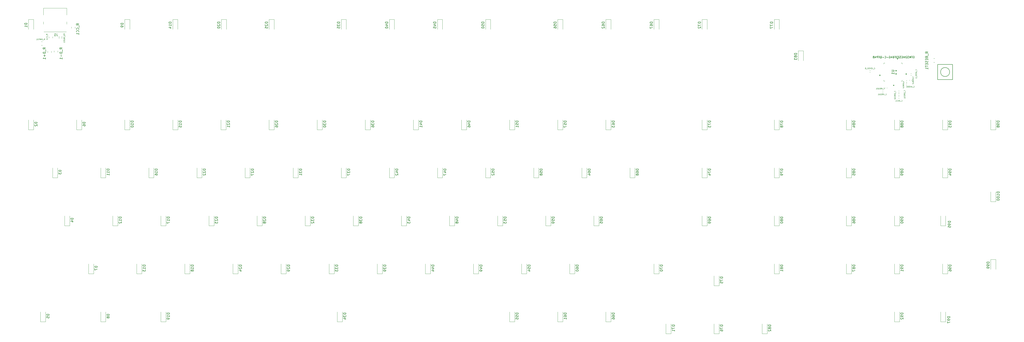
<source format=gbr>
%TF.GenerationSoftware,KiCad,Pcbnew,6.0.6*%
%TF.CreationDate,2022-08-21T10:35:57-04:00*%
%TF.ProjectId,Workeeb,576f726b-6565-4622-9e6b-696361645f70,rev?*%
%TF.SameCoordinates,Original*%
%TF.FileFunction,Legend,Bot*%
%TF.FilePolarity,Positive*%
%FSLAX46Y46*%
G04 Gerber Fmt 4.6, Leading zero omitted, Abs format (unit mm)*
G04 Created by KiCad (PCBNEW 6.0.6) date 2022-08-21 10:35:57*
%MOMM*%
%LPD*%
G01*
G04 APERTURE LIST*
%ADD10C,0.150000*%
%ADD11C,0.063500*%
%ADD12C,0.076200*%
%ADD13C,0.127000*%
%ADD14C,0.120000*%
%ADD15C,0.100000*%
G04 APERTURE END LIST*
D10*
%TO.C,D5*%
X52458630Y-141343154D02*
X51458630Y-141343154D01*
X51458630Y-141581250D01*
X51506250Y-141724107D01*
X51601488Y-141819345D01*
X51696726Y-141866964D01*
X51887202Y-141914583D01*
X52030059Y-141914583D01*
X52220535Y-141866964D01*
X52315773Y-141819345D01*
X52411011Y-141724107D01*
X52458630Y-141581250D01*
X52458630Y-141343154D01*
X51458630Y-142819345D02*
X51458630Y-142343154D01*
X51934821Y-142295535D01*
X51887202Y-142343154D01*
X51839583Y-142438392D01*
X51839583Y-142676488D01*
X51887202Y-142771726D01*
X51934821Y-142819345D01*
X52030059Y-142866964D01*
X52268154Y-142866964D01*
X52363392Y-142819345D01*
X52411011Y-142771726D01*
X52458630Y-142676488D01*
X52458630Y-142438392D01*
X52411011Y-142343154D01*
X52363392Y-142295535D01*
%TO.C,D9*%
X81796130Y-25869404D02*
X80796130Y-25869404D01*
X80796130Y-26107500D01*
X80843750Y-26250357D01*
X80938988Y-26345595D01*
X81034226Y-26393214D01*
X81224702Y-26440833D01*
X81367559Y-26440833D01*
X81558035Y-26393214D01*
X81653273Y-26345595D01*
X81748511Y-26250357D01*
X81796130Y-26107500D01*
X81796130Y-25869404D01*
X81796130Y-26917023D02*
X81796130Y-27107500D01*
X81748511Y-27202738D01*
X81700892Y-27250357D01*
X81558035Y-27345595D01*
X81367559Y-27393214D01*
X80986607Y-27393214D01*
X80891369Y-27345595D01*
X80843750Y-27297976D01*
X80796130Y-27202738D01*
X80796130Y-27012261D01*
X80843750Y-26917023D01*
X80891369Y-26869404D01*
X80986607Y-26821785D01*
X81224702Y-26821785D01*
X81319940Y-26869404D01*
X81367559Y-26917023D01*
X81415178Y-27012261D01*
X81415178Y-27202738D01*
X81367559Y-27297976D01*
X81319940Y-27345595D01*
X81224702Y-27393214D01*
%TO.C,D74*%
X314396130Y-83716964D02*
X313396130Y-83716964D01*
X313396130Y-83955059D01*
X313443750Y-84097916D01*
X313538988Y-84193154D01*
X313634226Y-84240773D01*
X313824702Y-84288392D01*
X313967559Y-84288392D01*
X314158035Y-84240773D01*
X314253273Y-84193154D01*
X314348511Y-84097916D01*
X314396130Y-83955059D01*
X314396130Y-83716964D01*
X313396130Y-84621726D02*
X313396130Y-85288392D01*
X314396130Y-84859821D01*
X313729464Y-86097916D02*
X314396130Y-86097916D01*
X313348511Y-85859821D02*
X314062797Y-85621726D01*
X314062797Y-86240773D01*
%TO.C,D64*%
X266771130Y-83716964D02*
X265771130Y-83716964D01*
X265771130Y-83955059D01*
X265818750Y-84097916D01*
X265913988Y-84193154D01*
X266009226Y-84240773D01*
X266199702Y-84288392D01*
X266342559Y-84288392D01*
X266533035Y-84240773D01*
X266628273Y-84193154D01*
X266723511Y-84097916D01*
X266771130Y-83955059D01*
X266771130Y-83716964D01*
X265771130Y-85145535D02*
X265771130Y-84955059D01*
X265818750Y-84859821D01*
X265866369Y-84812202D01*
X266009226Y-84716964D01*
X266199702Y-84669345D01*
X266580654Y-84669345D01*
X266675892Y-84716964D01*
X266723511Y-84764583D01*
X266771130Y-84859821D01*
X266771130Y-85050297D01*
X266723511Y-85145535D01*
X266675892Y-85193154D01*
X266580654Y-85240773D01*
X266342559Y-85240773D01*
X266247321Y-85193154D01*
X266199702Y-85145535D01*
X266152083Y-85050297D01*
X266152083Y-84859821D01*
X266199702Y-84764583D01*
X266247321Y-84716964D01*
X266342559Y-84669345D01*
X266104464Y-86097916D02*
X266771130Y-86097916D01*
X265723511Y-85859821D02*
X266437797Y-85621726D01*
X266437797Y-86240773D01*
%TO.C,D29*%
X147708630Y-121816964D02*
X146708630Y-121816964D01*
X146708630Y-122055059D01*
X146756250Y-122197916D01*
X146851488Y-122293154D01*
X146946726Y-122340773D01*
X147137202Y-122388392D01*
X147280059Y-122388392D01*
X147470535Y-122340773D01*
X147565773Y-122293154D01*
X147661011Y-122197916D01*
X147708630Y-122055059D01*
X147708630Y-121816964D01*
X146803869Y-122769345D02*
X146756250Y-122816964D01*
X146708630Y-122912202D01*
X146708630Y-123150297D01*
X146756250Y-123245535D01*
X146803869Y-123293154D01*
X146899107Y-123340773D01*
X146994345Y-123340773D01*
X147137202Y-123293154D01*
X147708630Y-122721726D01*
X147708630Y-123340773D01*
X147708630Y-123816964D02*
X147708630Y-124007440D01*
X147661011Y-124102678D01*
X147613392Y-124150297D01*
X147470535Y-124245535D01*
X147280059Y-124293154D01*
X146899107Y-124293154D01*
X146803869Y-124245535D01*
X146756250Y-124197916D01*
X146708630Y-124102678D01*
X146708630Y-123912202D01*
X146756250Y-123816964D01*
X146803869Y-123769345D01*
X146899107Y-123721726D01*
X147137202Y-123721726D01*
X147232440Y-123769345D01*
X147280059Y-123816964D01*
X147327678Y-123912202D01*
X147327678Y-124102678D01*
X147280059Y-124197916D01*
X147232440Y-124245535D01*
X147137202Y-124293154D01*
%TO.C,D60*%
X262008630Y-121816964D02*
X261008630Y-121816964D01*
X261008630Y-122055059D01*
X261056250Y-122197916D01*
X261151488Y-122293154D01*
X261246726Y-122340773D01*
X261437202Y-122388392D01*
X261580059Y-122388392D01*
X261770535Y-122340773D01*
X261865773Y-122293154D01*
X261961011Y-122197916D01*
X262008630Y-122055059D01*
X262008630Y-121816964D01*
X261008630Y-123245535D02*
X261008630Y-123055059D01*
X261056250Y-122959821D01*
X261103869Y-122912202D01*
X261246726Y-122816964D01*
X261437202Y-122769345D01*
X261818154Y-122769345D01*
X261913392Y-122816964D01*
X261961011Y-122864583D01*
X262008630Y-122959821D01*
X262008630Y-123150297D01*
X261961011Y-123245535D01*
X261913392Y-123293154D01*
X261818154Y-123340773D01*
X261580059Y-123340773D01*
X261484821Y-123293154D01*
X261437202Y-123245535D01*
X261389583Y-123150297D01*
X261389583Y-122959821D01*
X261437202Y-122864583D01*
X261484821Y-122816964D01*
X261580059Y-122769345D01*
X261008630Y-123959821D02*
X261008630Y-124055059D01*
X261056250Y-124150297D01*
X261103869Y-124197916D01*
X261199107Y-124245535D01*
X261389583Y-124293154D01*
X261627678Y-124293154D01*
X261818154Y-124245535D01*
X261913392Y-124197916D01*
X261961011Y-124150297D01*
X262008630Y-124055059D01*
X262008630Y-123959821D01*
X261961011Y-123864583D01*
X261913392Y-123816964D01*
X261818154Y-123769345D01*
X261627678Y-123721726D01*
X261389583Y-123721726D01*
X261199107Y-123769345D01*
X261103869Y-123816964D01*
X261056250Y-123864583D01*
X261008630Y-123959821D01*
D11*
%TO.C,C_VREGO1*%
X382857828Y-51979285D02*
X382879600Y-52001057D01*
X382944914Y-52022828D01*
X382988457Y-52022828D01*
X383053771Y-52001057D01*
X383097314Y-51957514D01*
X383119085Y-51913971D01*
X383140857Y-51826885D01*
X383140857Y-51761571D01*
X383119085Y-51674485D01*
X383097314Y-51630942D01*
X383053771Y-51587400D01*
X382988457Y-51565628D01*
X382944914Y-51565628D01*
X382879600Y-51587400D01*
X382857828Y-51609171D01*
X382770742Y-52066371D02*
X382422400Y-52066371D01*
X382378857Y-51565628D02*
X382226457Y-52022828D01*
X382074057Y-51565628D01*
X381660400Y-52022828D02*
X381812800Y-51805114D01*
X381921657Y-52022828D02*
X381921657Y-51565628D01*
X381747485Y-51565628D01*
X381703942Y-51587400D01*
X381682171Y-51609171D01*
X381660400Y-51652714D01*
X381660400Y-51718028D01*
X381682171Y-51761571D01*
X381703942Y-51783342D01*
X381747485Y-51805114D01*
X381921657Y-51805114D01*
X381464457Y-51783342D02*
X381312057Y-51783342D01*
X381246742Y-52022828D02*
X381464457Y-52022828D01*
X381464457Y-51565628D01*
X381246742Y-51565628D01*
X380811314Y-51587400D02*
X380854857Y-51565628D01*
X380920171Y-51565628D01*
X380985485Y-51587400D01*
X381029028Y-51630942D01*
X381050800Y-51674485D01*
X381072571Y-51761571D01*
X381072571Y-51826885D01*
X381050800Y-51913971D01*
X381029028Y-51957514D01*
X380985485Y-52001057D01*
X380920171Y-52022828D01*
X380876628Y-52022828D01*
X380811314Y-52001057D01*
X380789542Y-51979285D01*
X380789542Y-51826885D01*
X380876628Y-51826885D01*
X380506514Y-51565628D02*
X380419428Y-51565628D01*
X380375885Y-51587400D01*
X380332342Y-51630942D01*
X380310571Y-51718028D01*
X380310571Y-51870428D01*
X380332342Y-51957514D01*
X380375885Y-52001057D01*
X380419428Y-52022828D01*
X380506514Y-52022828D01*
X380550057Y-52001057D01*
X380593600Y-51957514D01*
X380615371Y-51870428D01*
X380615371Y-51718028D01*
X380593600Y-51630942D01*
X380550057Y-51587400D01*
X380506514Y-51565628D01*
X379875142Y-52022828D02*
X380136400Y-52022828D01*
X380005771Y-52022828D02*
X380005771Y-51565628D01*
X380049314Y-51630942D01*
X380092857Y-51674485D01*
X380136400Y-51696257D01*
D10*
%TO.C,D75*%
X319158630Y-126579464D02*
X318158630Y-126579464D01*
X318158630Y-126817559D01*
X318206250Y-126960416D01*
X318301488Y-127055654D01*
X318396726Y-127103273D01*
X318587202Y-127150892D01*
X318730059Y-127150892D01*
X318920535Y-127103273D01*
X319015773Y-127055654D01*
X319111011Y-126960416D01*
X319158630Y-126817559D01*
X319158630Y-126579464D01*
X318158630Y-127484226D02*
X318158630Y-128150892D01*
X319158630Y-127722321D01*
X318158630Y-129008035D02*
X318158630Y-128531845D01*
X318634821Y-128484226D01*
X318587202Y-128531845D01*
X318539583Y-128627083D01*
X318539583Y-128865178D01*
X318587202Y-128960416D01*
X318634821Y-129008035D01*
X318730059Y-129055654D01*
X318968154Y-129055654D01*
X319063392Y-129008035D01*
X319111011Y-128960416D01*
X319158630Y-128865178D01*
X319158630Y-128627083D01*
X319111011Y-128531845D01*
X319063392Y-128484226D01*
%TO.C,D70*%
X295346130Y-121816964D02*
X294346130Y-121816964D01*
X294346130Y-122055059D01*
X294393750Y-122197916D01*
X294488988Y-122293154D01*
X294584226Y-122340773D01*
X294774702Y-122388392D01*
X294917559Y-122388392D01*
X295108035Y-122340773D01*
X295203273Y-122293154D01*
X295298511Y-122197916D01*
X295346130Y-122055059D01*
X295346130Y-121816964D01*
X294346130Y-122721726D02*
X294346130Y-123388392D01*
X295346130Y-122959821D01*
X294346130Y-123959821D02*
X294346130Y-124055059D01*
X294393750Y-124150297D01*
X294441369Y-124197916D01*
X294536607Y-124245535D01*
X294727083Y-124293154D01*
X294965178Y-124293154D01*
X295155654Y-124245535D01*
X295250892Y-124197916D01*
X295298511Y-124150297D01*
X295346130Y-124055059D01*
X295346130Y-123959821D01*
X295298511Y-123864583D01*
X295250892Y-123816964D01*
X295155654Y-123769345D01*
X294965178Y-123721726D01*
X294727083Y-123721726D01*
X294536607Y-123769345D01*
X294441369Y-123816964D01*
X294393750Y-123864583D01*
X294346130Y-123959821D01*
%TO.C,D65*%
X271533630Y-102766964D02*
X270533630Y-102766964D01*
X270533630Y-103005059D01*
X270581250Y-103147916D01*
X270676488Y-103243154D01*
X270771726Y-103290773D01*
X270962202Y-103338392D01*
X271105059Y-103338392D01*
X271295535Y-103290773D01*
X271390773Y-103243154D01*
X271486011Y-103147916D01*
X271533630Y-103005059D01*
X271533630Y-102766964D01*
X270533630Y-104195535D02*
X270533630Y-104005059D01*
X270581250Y-103909821D01*
X270628869Y-103862202D01*
X270771726Y-103766964D01*
X270962202Y-103719345D01*
X271343154Y-103719345D01*
X271438392Y-103766964D01*
X271486011Y-103814583D01*
X271533630Y-103909821D01*
X271533630Y-104100297D01*
X271486011Y-104195535D01*
X271438392Y-104243154D01*
X271343154Y-104290773D01*
X271105059Y-104290773D01*
X271009821Y-104243154D01*
X270962202Y-104195535D01*
X270914583Y-104100297D01*
X270914583Y-103909821D01*
X270962202Y-103814583D01*
X271009821Y-103766964D01*
X271105059Y-103719345D01*
X270533630Y-105195535D02*
X270533630Y-104719345D01*
X271009821Y-104671726D01*
X270962202Y-104719345D01*
X270914583Y-104814583D01*
X270914583Y-105052678D01*
X270962202Y-105147916D01*
X271009821Y-105195535D01*
X271105059Y-105243154D01*
X271343154Y-105243154D01*
X271438392Y-105195535D01*
X271486011Y-105147916D01*
X271533630Y-105052678D01*
X271533630Y-104814583D01*
X271486011Y-104719345D01*
X271438392Y-104671726D01*
%TO.C,D83*%
X348496130Y-37829464D02*
X347496130Y-37829464D01*
X347496130Y-38067559D01*
X347543750Y-38210416D01*
X347638988Y-38305654D01*
X347734226Y-38353273D01*
X347924702Y-38400892D01*
X348067559Y-38400892D01*
X348258035Y-38353273D01*
X348353273Y-38305654D01*
X348448511Y-38210416D01*
X348496130Y-38067559D01*
X348496130Y-37829464D01*
X347924702Y-38972321D02*
X347877083Y-38877083D01*
X347829464Y-38829464D01*
X347734226Y-38781845D01*
X347686607Y-38781845D01*
X347591369Y-38829464D01*
X347543750Y-38877083D01*
X347496130Y-38972321D01*
X347496130Y-39162797D01*
X347543750Y-39258035D01*
X347591369Y-39305654D01*
X347686607Y-39353273D01*
X347734226Y-39353273D01*
X347829464Y-39305654D01*
X347877083Y-39258035D01*
X347924702Y-39162797D01*
X347924702Y-38972321D01*
X347972321Y-38877083D01*
X348019940Y-38829464D01*
X348115178Y-38781845D01*
X348305654Y-38781845D01*
X348400892Y-38829464D01*
X348448511Y-38877083D01*
X348496130Y-38972321D01*
X348496130Y-39162797D01*
X348448511Y-39258035D01*
X348400892Y-39305654D01*
X348305654Y-39353273D01*
X348115178Y-39353273D01*
X348019940Y-39305654D01*
X347972321Y-39258035D01*
X347924702Y-39162797D01*
X347496130Y-39686607D02*
X347496130Y-40305654D01*
X347877083Y-39972321D01*
X347877083Y-40115178D01*
X347924702Y-40210416D01*
X347972321Y-40258035D01*
X348067559Y-40305654D01*
X348305654Y-40305654D01*
X348400892Y-40258035D01*
X348448511Y-40210416D01*
X348496130Y-40115178D01*
X348496130Y-39829464D01*
X348448511Y-39734226D01*
X348400892Y-39686607D01*
%TO.C,D47*%
X209621130Y-83716964D02*
X208621130Y-83716964D01*
X208621130Y-83955059D01*
X208668750Y-84097916D01*
X208763988Y-84193154D01*
X208859226Y-84240773D01*
X209049702Y-84288392D01*
X209192559Y-84288392D01*
X209383035Y-84240773D01*
X209478273Y-84193154D01*
X209573511Y-84097916D01*
X209621130Y-83955059D01*
X209621130Y-83716964D01*
X208954464Y-85145535D02*
X209621130Y-85145535D01*
X208573511Y-84907440D02*
X209287797Y-84669345D01*
X209287797Y-85288392D01*
X208621130Y-85574107D02*
X208621130Y-86240773D01*
X209621130Y-85812202D01*
%TO.C,D93*%
X409646130Y-64666964D02*
X408646130Y-64666964D01*
X408646130Y-64905059D01*
X408693750Y-65047916D01*
X408788988Y-65143154D01*
X408884226Y-65190773D01*
X409074702Y-65238392D01*
X409217559Y-65238392D01*
X409408035Y-65190773D01*
X409503273Y-65143154D01*
X409598511Y-65047916D01*
X409646130Y-64905059D01*
X409646130Y-64666964D01*
X409646130Y-65714583D02*
X409646130Y-65905059D01*
X409598511Y-66000297D01*
X409550892Y-66047916D01*
X409408035Y-66143154D01*
X409217559Y-66190773D01*
X408836607Y-66190773D01*
X408741369Y-66143154D01*
X408693750Y-66095535D01*
X408646130Y-66000297D01*
X408646130Y-65809821D01*
X408693750Y-65714583D01*
X408741369Y-65666964D01*
X408836607Y-65619345D01*
X409074702Y-65619345D01*
X409169940Y-65666964D01*
X409217559Y-65714583D01*
X409265178Y-65809821D01*
X409265178Y-66000297D01*
X409217559Y-66095535D01*
X409169940Y-66143154D01*
X409074702Y-66190773D01*
X408646130Y-66524107D02*
X408646130Y-67143154D01*
X409027083Y-66809821D01*
X409027083Y-66952678D01*
X409074702Y-67047916D01*
X409122321Y-67095535D01*
X409217559Y-67143154D01*
X409455654Y-67143154D01*
X409550892Y-67095535D01*
X409598511Y-67047916D01*
X409646130Y-66952678D01*
X409646130Y-66666964D01*
X409598511Y-66571726D01*
X409550892Y-66524107D01*
D12*
%TO.C,C_DEC1*%
X389890000Y-56823428D02*
X389914190Y-56847619D01*
X389986761Y-56871809D01*
X390035142Y-56871809D01*
X390107714Y-56847619D01*
X390156095Y-56799238D01*
X390180285Y-56750857D01*
X390204476Y-56654095D01*
X390204476Y-56581523D01*
X390180285Y-56484761D01*
X390156095Y-56436380D01*
X390107714Y-56388000D01*
X390035142Y-56363809D01*
X389986761Y-56363809D01*
X389914190Y-56388000D01*
X389890000Y-56412190D01*
X389793238Y-56920190D02*
X389406190Y-56920190D01*
X389285238Y-56871809D02*
X389285238Y-56363809D01*
X389164285Y-56363809D01*
X389091714Y-56388000D01*
X389043333Y-56436380D01*
X389019142Y-56484761D01*
X388994952Y-56581523D01*
X388994952Y-56654095D01*
X389019142Y-56750857D01*
X389043333Y-56799238D01*
X389091714Y-56847619D01*
X389164285Y-56871809D01*
X389285238Y-56871809D01*
X388777238Y-56605714D02*
X388607904Y-56605714D01*
X388535333Y-56871809D02*
X388777238Y-56871809D01*
X388777238Y-56363809D01*
X388535333Y-56363809D01*
X388027333Y-56823428D02*
X388051523Y-56847619D01*
X388124095Y-56871809D01*
X388172476Y-56871809D01*
X388245047Y-56847619D01*
X388293428Y-56799238D01*
X388317619Y-56750857D01*
X388341809Y-56654095D01*
X388341809Y-56581523D01*
X388317619Y-56484761D01*
X388293428Y-56436380D01*
X388245047Y-56388000D01*
X388172476Y-56363809D01*
X388124095Y-56363809D01*
X388051523Y-56388000D01*
X388027333Y-56412190D01*
X387543523Y-56871809D02*
X387833809Y-56871809D01*
X387688666Y-56871809D02*
X387688666Y-56363809D01*
X387737047Y-56436380D01*
X387785428Y-56484761D01*
X387833809Y-56508952D01*
D10*
%TO.C,D23*%
X119133630Y-102766964D02*
X118133630Y-102766964D01*
X118133630Y-103005059D01*
X118181250Y-103147916D01*
X118276488Y-103243154D01*
X118371726Y-103290773D01*
X118562202Y-103338392D01*
X118705059Y-103338392D01*
X118895535Y-103290773D01*
X118990773Y-103243154D01*
X119086011Y-103147916D01*
X119133630Y-103005059D01*
X119133630Y-102766964D01*
X118228869Y-103719345D02*
X118181250Y-103766964D01*
X118133630Y-103862202D01*
X118133630Y-104100297D01*
X118181250Y-104195535D01*
X118228869Y-104243154D01*
X118324107Y-104290773D01*
X118419345Y-104290773D01*
X118562202Y-104243154D01*
X119133630Y-103671726D01*
X119133630Y-104290773D01*
X118133630Y-104624107D02*
X118133630Y-105243154D01*
X118514583Y-104909821D01*
X118514583Y-105052678D01*
X118562202Y-105147916D01*
X118609821Y-105195535D01*
X118705059Y-105243154D01*
X118943154Y-105243154D01*
X119038392Y-105195535D01*
X119086011Y-105147916D01*
X119133630Y-105052678D01*
X119133630Y-104766964D01*
X119086011Y-104671726D01*
X119038392Y-104624107D01*
%TO.C,D87*%
X371546130Y-121816964D02*
X370546130Y-121816964D01*
X370546130Y-122055059D01*
X370593750Y-122197916D01*
X370688988Y-122293154D01*
X370784226Y-122340773D01*
X370974702Y-122388392D01*
X371117559Y-122388392D01*
X371308035Y-122340773D01*
X371403273Y-122293154D01*
X371498511Y-122197916D01*
X371546130Y-122055059D01*
X371546130Y-121816964D01*
X370974702Y-122959821D02*
X370927083Y-122864583D01*
X370879464Y-122816964D01*
X370784226Y-122769345D01*
X370736607Y-122769345D01*
X370641369Y-122816964D01*
X370593750Y-122864583D01*
X370546130Y-122959821D01*
X370546130Y-123150297D01*
X370593750Y-123245535D01*
X370641369Y-123293154D01*
X370736607Y-123340773D01*
X370784226Y-123340773D01*
X370879464Y-123293154D01*
X370927083Y-123245535D01*
X370974702Y-123150297D01*
X370974702Y-122959821D01*
X371022321Y-122864583D01*
X371069940Y-122816964D01*
X371165178Y-122769345D01*
X371355654Y-122769345D01*
X371450892Y-122816964D01*
X371498511Y-122864583D01*
X371546130Y-122959821D01*
X371546130Y-123150297D01*
X371498511Y-123245535D01*
X371450892Y-123293154D01*
X371355654Y-123340773D01*
X371165178Y-123340773D01*
X371069940Y-123293154D01*
X371022321Y-123245535D01*
X370974702Y-123150297D01*
X370546130Y-123674107D02*
X370546130Y-124340773D01*
X371546130Y-123912202D01*
%TO.C,D27*%
X133421130Y-83716964D02*
X132421130Y-83716964D01*
X132421130Y-83955059D01*
X132468750Y-84097916D01*
X132563988Y-84193154D01*
X132659226Y-84240773D01*
X132849702Y-84288392D01*
X132992559Y-84288392D01*
X133183035Y-84240773D01*
X133278273Y-84193154D01*
X133373511Y-84097916D01*
X133421130Y-83955059D01*
X133421130Y-83716964D01*
X132516369Y-84669345D02*
X132468750Y-84716964D01*
X132421130Y-84812202D01*
X132421130Y-85050297D01*
X132468750Y-85145535D01*
X132516369Y-85193154D01*
X132611607Y-85240773D01*
X132706845Y-85240773D01*
X132849702Y-85193154D01*
X133421130Y-84621726D01*
X133421130Y-85240773D01*
X132421130Y-85574107D02*
X132421130Y-86240773D01*
X133421130Y-85812202D01*
%TO.C,D8*%
X76271130Y-141343154D02*
X75271130Y-141343154D01*
X75271130Y-141581250D01*
X75318750Y-141724107D01*
X75413988Y-141819345D01*
X75509226Y-141866964D01*
X75699702Y-141914583D01*
X75842559Y-141914583D01*
X76033035Y-141866964D01*
X76128273Y-141819345D01*
X76223511Y-141724107D01*
X76271130Y-141581250D01*
X76271130Y-141343154D01*
X75699702Y-142486011D02*
X75652083Y-142390773D01*
X75604464Y-142343154D01*
X75509226Y-142295535D01*
X75461607Y-142295535D01*
X75366369Y-142343154D01*
X75318750Y-142390773D01*
X75271130Y-142486011D01*
X75271130Y-142676488D01*
X75318750Y-142771726D01*
X75366369Y-142819345D01*
X75461607Y-142866964D01*
X75509226Y-142866964D01*
X75604464Y-142819345D01*
X75652083Y-142771726D01*
X75699702Y-142676488D01*
X75699702Y-142486011D01*
X75747321Y-142390773D01*
X75794940Y-142343154D01*
X75890178Y-142295535D01*
X76080654Y-142295535D01*
X76175892Y-142343154D01*
X76223511Y-142390773D01*
X76271130Y-142486011D01*
X76271130Y-142676488D01*
X76223511Y-142771726D01*
X76175892Y-142819345D01*
X76080654Y-142866964D01*
X75890178Y-142866964D01*
X75794940Y-142819345D01*
X75747321Y-142771726D01*
X75699702Y-142676488D01*
%TO.C,D13*%
X90558630Y-121816964D02*
X89558630Y-121816964D01*
X89558630Y-122055059D01*
X89606250Y-122197916D01*
X89701488Y-122293154D01*
X89796726Y-122340773D01*
X89987202Y-122388392D01*
X90130059Y-122388392D01*
X90320535Y-122340773D01*
X90415773Y-122293154D01*
X90511011Y-122197916D01*
X90558630Y-122055059D01*
X90558630Y-121816964D01*
X90558630Y-123340773D02*
X90558630Y-122769345D01*
X90558630Y-123055059D02*
X89558630Y-123055059D01*
X89701488Y-122959821D01*
X89796726Y-122864583D01*
X89844345Y-122769345D01*
X89558630Y-123674107D02*
X89558630Y-124293154D01*
X89939583Y-123959821D01*
X89939583Y-124102678D01*
X89987202Y-124197916D01*
X90034821Y-124245535D01*
X90130059Y-124293154D01*
X90368154Y-124293154D01*
X90463392Y-124245535D01*
X90511011Y-124197916D01*
X90558630Y-124102678D01*
X90558630Y-123816964D01*
X90511011Y-123721726D01*
X90463392Y-123674107D01*
%TO.C,D16*%
X95321130Y-83716964D02*
X94321130Y-83716964D01*
X94321130Y-83955059D01*
X94368750Y-84097916D01*
X94463988Y-84193154D01*
X94559226Y-84240773D01*
X94749702Y-84288392D01*
X94892559Y-84288392D01*
X95083035Y-84240773D01*
X95178273Y-84193154D01*
X95273511Y-84097916D01*
X95321130Y-83955059D01*
X95321130Y-83716964D01*
X95321130Y-85240773D02*
X95321130Y-84669345D01*
X95321130Y-84955059D02*
X94321130Y-84955059D01*
X94463988Y-84859821D01*
X94559226Y-84764583D01*
X94606845Y-84669345D01*
X94321130Y-86097916D02*
X94321130Y-85907440D01*
X94368750Y-85812202D01*
X94416369Y-85764583D01*
X94559226Y-85669345D01*
X94749702Y-85621726D01*
X95130654Y-85621726D01*
X95225892Y-85669345D01*
X95273511Y-85716964D01*
X95321130Y-85812202D01*
X95321130Y-86002678D01*
X95273511Y-86097916D01*
X95225892Y-86145535D01*
X95130654Y-86193154D01*
X94892559Y-86193154D01*
X94797321Y-86145535D01*
X94749702Y-86097916D01*
X94702083Y-86002678D01*
X94702083Y-85812202D01*
X94749702Y-85716964D01*
X94797321Y-85669345D01*
X94892559Y-85621726D01*
%TO.C,D45*%
X205621130Y-25398564D02*
X204621130Y-25398564D01*
X204621130Y-25636659D01*
X204668750Y-25779516D01*
X204763988Y-25874754D01*
X204859226Y-25922373D01*
X205049702Y-25969992D01*
X205192559Y-25969992D01*
X205383035Y-25922373D01*
X205478273Y-25874754D01*
X205573511Y-25779516D01*
X205621130Y-25636659D01*
X205621130Y-25398564D01*
X204954464Y-26827135D02*
X205621130Y-26827135D01*
X204573511Y-26589040D02*
X205287797Y-26350945D01*
X205287797Y-26969992D01*
X204621130Y-27827135D02*
X204621130Y-27350945D01*
X205097321Y-27303326D01*
X205049702Y-27350945D01*
X205002083Y-27446183D01*
X205002083Y-27684278D01*
X205049702Y-27779516D01*
X205097321Y-27827135D01*
X205192559Y-27874754D01*
X205430654Y-27874754D01*
X205525892Y-27827135D01*
X205573511Y-27779516D01*
X205621130Y-27684278D01*
X205621130Y-27446183D01*
X205573511Y-27350945D01*
X205525892Y-27303326D01*
D11*
%TO.C,C_AVDD_0*%
X390788071Y-49230642D02*
X390806214Y-49212500D01*
X390824357Y-49158071D01*
X390824357Y-49121785D01*
X390806214Y-49067357D01*
X390769928Y-49031071D01*
X390733642Y-49012928D01*
X390661071Y-48994785D01*
X390606642Y-48994785D01*
X390534071Y-49012928D01*
X390497785Y-49031071D01*
X390461500Y-49067357D01*
X390443357Y-49121785D01*
X390443357Y-49158071D01*
X390461500Y-49212500D01*
X390479642Y-49230642D01*
X390860642Y-49303214D02*
X390860642Y-49593500D01*
X390715500Y-49666071D02*
X390715500Y-49847500D01*
X390824357Y-49629785D02*
X390443357Y-49756785D01*
X390824357Y-49883785D01*
X390443357Y-49956357D02*
X390824357Y-50083357D01*
X390443357Y-50210357D01*
X390824357Y-50337357D02*
X390443357Y-50337357D01*
X390443357Y-50428071D01*
X390461500Y-50482500D01*
X390497785Y-50518785D01*
X390534071Y-50536928D01*
X390606642Y-50555071D01*
X390661071Y-50555071D01*
X390733642Y-50536928D01*
X390769928Y-50518785D01*
X390806214Y-50482500D01*
X390824357Y-50428071D01*
X390824357Y-50337357D01*
X390824357Y-50718357D02*
X390443357Y-50718357D01*
X390443357Y-50809071D01*
X390461500Y-50863500D01*
X390497785Y-50899785D01*
X390534071Y-50917928D01*
X390606642Y-50936071D01*
X390661071Y-50936071D01*
X390733642Y-50917928D01*
X390769928Y-50899785D01*
X390806214Y-50863500D01*
X390824357Y-50809071D01*
X390824357Y-50718357D01*
X390860642Y-51008642D02*
X390860642Y-51298928D01*
X390443357Y-51462214D02*
X390443357Y-51498500D01*
X390461500Y-51534785D01*
X390479642Y-51552928D01*
X390515928Y-51571071D01*
X390588500Y-51589214D01*
X390679214Y-51589214D01*
X390751785Y-51571071D01*
X390788071Y-51552928D01*
X390806214Y-51534785D01*
X390824357Y-51498500D01*
X390824357Y-51462214D01*
X390806214Y-51425928D01*
X390788071Y-51407785D01*
X390751785Y-51389642D01*
X390679214Y-51371500D01*
X390588500Y-51371500D01*
X390515928Y-51389642D01*
X390479642Y-51407785D01*
X390461500Y-51425928D01*
X390443357Y-51462214D01*
D10*
%TO.C,D36*%
X181046130Y-64666964D02*
X180046130Y-64666964D01*
X180046130Y-64905059D01*
X180093750Y-65047916D01*
X180188988Y-65143154D01*
X180284226Y-65190773D01*
X180474702Y-65238392D01*
X180617559Y-65238392D01*
X180808035Y-65190773D01*
X180903273Y-65143154D01*
X180998511Y-65047916D01*
X181046130Y-64905059D01*
X181046130Y-64666964D01*
X180046130Y-65571726D02*
X180046130Y-66190773D01*
X180427083Y-65857440D01*
X180427083Y-66000297D01*
X180474702Y-66095535D01*
X180522321Y-66143154D01*
X180617559Y-66190773D01*
X180855654Y-66190773D01*
X180950892Y-66143154D01*
X180998511Y-66095535D01*
X181046130Y-66000297D01*
X181046130Y-65714583D01*
X180998511Y-65619345D01*
X180950892Y-65571726D01*
X180046130Y-67047916D02*
X180046130Y-66857440D01*
X180093750Y-66762202D01*
X180141369Y-66714583D01*
X180284226Y-66619345D01*
X180474702Y-66571726D01*
X180855654Y-66571726D01*
X180950892Y-66619345D01*
X180998511Y-66666964D01*
X181046130Y-66762202D01*
X181046130Y-66952678D01*
X180998511Y-67047916D01*
X180950892Y-67095535D01*
X180855654Y-67143154D01*
X180617559Y-67143154D01*
X180522321Y-67095535D01*
X180474702Y-67047916D01*
X180427083Y-66952678D01*
X180427083Y-66762202D01*
X180474702Y-66666964D01*
X180522321Y-66619345D01*
X180617559Y-66571726D01*
%TO.C,D67*%
X291346130Y-25398564D02*
X290346130Y-25398564D01*
X290346130Y-25636659D01*
X290393750Y-25779516D01*
X290488988Y-25874754D01*
X290584226Y-25922373D01*
X290774702Y-25969992D01*
X290917559Y-25969992D01*
X291108035Y-25922373D01*
X291203273Y-25874754D01*
X291298511Y-25779516D01*
X291346130Y-25636659D01*
X291346130Y-25398564D01*
X290346130Y-26827135D02*
X290346130Y-26636659D01*
X290393750Y-26541421D01*
X290441369Y-26493802D01*
X290584226Y-26398564D01*
X290774702Y-26350945D01*
X291155654Y-26350945D01*
X291250892Y-26398564D01*
X291298511Y-26446183D01*
X291346130Y-26541421D01*
X291346130Y-26731897D01*
X291298511Y-26827135D01*
X291250892Y-26874754D01*
X291155654Y-26922373D01*
X290917559Y-26922373D01*
X290822321Y-26874754D01*
X290774702Y-26827135D01*
X290727083Y-26731897D01*
X290727083Y-26541421D01*
X290774702Y-26446183D01*
X290822321Y-26398564D01*
X290917559Y-26350945D01*
X290346130Y-27255707D02*
X290346130Y-27922373D01*
X291346130Y-27493802D01*
%TO.C,D54*%
X242958630Y-121816964D02*
X241958630Y-121816964D01*
X241958630Y-122055059D01*
X242006250Y-122197916D01*
X242101488Y-122293154D01*
X242196726Y-122340773D01*
X242387202Y-122388392D01*
X242530059Y-122388392D01*
X242720535Y-122340773D01*
X242815773Y-122293154D01*
X242911011Y-122197916D01*
X242958630Y-122055059D01*
X242958630Y-121816964D01*
X241958630Y-123293154D02*
X241958630Y-122816964D01*
X242434821Y-122769345D01*
X242387202Y-122816964D01*
X242339583Y-122912202D01*
X242339583Y-123150297D01*
X242387202Y-123245535D01*
X242434821Y-123293154D01*
X242530059Y-123340773D01*
X242768154Y-123340773D01*
X242863392Y-123293154D01*
X242911011Y-123245535D01*
X242958630Y-123150297D01*
X242958630Y-122912202D01*
X242911011Y-122816964D01*
X242863392Y-122769345D01*
X242291964Y-124197916D02*
X242958630Y-124197916D01*
X241911011Y-123959821D02*
X242625297Y-123721726D01*
X242625297Y-124340773D01*
%TO.C,D71*%
X300108630Y-145629464D02*
X299108630Y-145629464D01*
X299108630Y-145867559D01*
X299156250Y-146010416D01*
X299251488Y-146105654D01*
X299346726Y-146153273D01*
X299537202Y-146200892D01*
X299680059Y-146200892D01*
X299870535Y-146153273D01*
X299965773Y-146105654D01*
X300061011Y-146010416D01*
X300108630Y-145867559D01*
X300108630Y-145629464D01*
X299108630Y-146534226D02*
X299108630Y-147200892D01*
X300108630Y-146772321D01*
X300108630Y-148105654D02*
X300108630Y-147534226D01*
X300108630Y-147819940D02*
X299108630Y-147819940D01*
X299251488Y-147724702D01*
X299346726Y-147629464D01*
X299394345Y-147534226D01*
%TO.C,D73*%
X314396130Y-64666964D02*
X313396130Y-64666964D01*
X313396130Y-64905059D01*
X313443750Y-65047916D01*
X313538988Y-65143154D01*
X313634226Y-65190773D01*
X313824702Y-65238392D01*
X313967559Y-65238392D01*
X314158035Y-65190773D01*
X314253273Y-65143154D01*
X314348511Y-65047916D01*
X314396130Y-64905059D01*
X314396130Y-64666964D01*
X313396130Y-65571726D02*
X313396130Y-66238392D01*
X314396130Y-65809821D01*
X313396130Y-66524107D02*
X313396130Y-67143154D01*
X313777083Y-66809821D01*
X313777083Y-66952678D01*
X313824702Y-67047916D01*
X313872321Y-67095535D01*
X313967559Y-67143154D01*
X314205654Y-67143154D01*
X314300892Y-67095535D01*
X314348511Y-67047916D01*
X314396130Y-66952678D01*
X314396130Y-66666964D01*
X314348511Y-66571726D01*
X314300892Y-66524107D01*
%TO.C,D28*%
X138183630Y-102766964D02*
X137183630Y-102766964D01*
X137183630Y-103005059D01*
X137231250Y-103147916D01*
X137326488Y-103243154D01*
X137421726Y-103290773D01*
X137612202Y-103338392D01*
X137755059Y-103338392D01*
X137945535Y-103290773D01*
X138040773Y-103243154D01*
X138136011Y-103147916D01*
X138183630Y-103005059D01*
X138183630Y-102766964D01*
X137278869Y-103719345D02*
X137231250Y-103766964D01*
X137183630Y-103862202D01*
X137183630Y-104100297D01*
X137231250Y-104195535D01*
X137278869Y-104243154D01*
X137374107Y-104290773D01*
X137469345Y-104290773D01*
X137612202Y-104243154D01*
X138183630Y-103671726D01*
X138183630Y-104290773D01*
X137612202Y-104862202D02*
X137564583Y-104766964D01*
X137516964Y-104719345D01*
X137421726Y-104671726D01*
X137374107Y-104671726D01*
X137278869Y-104719345D01*
X137231250Y-104766964D01*
X137183630Y-104862202D01*
X137183630Y-105052678D01*
X137231250Y-105147916D01*
X137278869Y-105195535D01*
X137374107Y-105243154D01*
X137421726Y-105243154D01*
X137516964Y-105195535D01*
X137564583Y-105147916D01*
X137612202Y-105052678D01*
X137612202Y-104862202D01*
X137659821Y-104766964D01*
X137707440Y-104719345D01*
X137802678Y-104671726D01*
X137993154Y-104671726D01*
X138088392Y-104719345D01*
X138136011Y-104766964D01*
X138183630Y-104862202D01*
X138183630Y-105052678D01*
X138136011Y-105147916D01*
X138088392Y-105195535D01*
X137993154Y-105243154D01*
X137802678Y-105243154D01*
X137707440Y-105195535D01*
X137659821Y-105147916D01*
X137612202Y-105052678D01*
%TO.C,D80*%
X342971130Y-102766964D02*
X341971130Y-102766964D01*
X341971130Y-103005059D01*
X342018750Y-103147916D01*
X342113988Y-103243154D01*
X342209226Y-103290773D01*
X342399702Y-103338392D01*
X342542559Y-103338392D01*
X342733035Y-103290773D01*
X342828273Y-103243154D01*
X342923511Y-103147916D01*
X342971130Y-103005059D01*
X342971130Y-102766964D01*
X342399702Y-103909821D02*
X342352083Y-103814583D01*
X342304464Y-103766964D01*
X342209226Y-103719345D01*
X342161607Y-103719345D01*
X342066369Y-103766964D01*
X342018750Y-103814583D01*
X341971130Y-103909821D01*
X341971130Y-104100297D01*
X342018750Y-104195535D01*
X342066369Y-104243154D01*
X342161607Y-104290773D01*
X342209226Y-104290773D01*
X342304464Y-104243154D01*
X342352083Y-104195535D01*
X342399702Y-104100297D01*
X342399702Y-103909821D01*
X342447321Y-103814583D01*
X342494940Y-103766964D01*
X342590178Y-103719345D01*
X342780654Y-103719345D01*
X342875892Y-103766964D01*
X342923511Y-103814583D01*
X342971130Y-103909821D01*
X342971130Y-104100297D01*
X342923511Y-104195535D01*
X342875892Y-104243154D01*
X342780654Y-104290773D01*
X342590178Y-104290773D01*
X342494940Y-104243154D01*
X342447321Y-104195535D01*
X342399702Y-104100297D01*
X341971130Y-104909821D02*
X341971130Y-105005059D01*
X342018750Y-105100297D01*
X342066369Y-105147916D01*
X342161607Y-105195535D01*
X342352083Y-105243154D01*
X342590178Y-105243154D01*
X342780654Y-105195535D01*
X342875892Y-105147916D01*
X342923511Y-105100297D01*
X342971130Y-105005059D01*
X342971130Y-104909821D01*
X342923511Y-104814583D01*
X342875892Y-104766964D01*
X342780654Y-104719345D01*
X342590178Y-104671726D01*
X342352083Y-104671726D01*
X342161607Y-104719345D01*
X342066369Y-104766964D01*
X342018750Y-104814583D01*
X341971130Y-104909821D01*
D12*
%TO.C,R_CC2*%
X51791809Y-30455809D02*
X51549904Y-30286476D01*
X51791809Y-30165523D02*
X51283809Y-30165523D01*
X51283809Y-30359047D01*
X51308000Y-30407428D01*
X51332190Y-30431619D01*
X51380571Y-30455809D01*
X51453142Y-30455809D01*
X51501523Y-30431619D01*
X51525714Y-30407428D01*
X51549904Y-30359047D01*
X51549904Y-30165523D01*
X51840190Y-30552571D02*
X51840190Y-30939619D01*
X51743428Y-31350857D02*
X51767619Y-31326666D01*
X51791809Y-31254095D01*
X51791809Y-31205714D01*
X51767619Y-31133142D01*
X51719238Y-31084761D01*
X51670857Y-31060571D01*
X51574095Y-31036380D01*
X51501523Y-31036380D01*
X51404761Y-31060571D01*
X51356380Y-31084761D01*
X51308000Y-31133142D01*
X51283809Y-31205714D01*
X51283809Y-31254095D01*
X51308000Y-31326666D01*
X51332190Y-31350857D01*
X51743428Y-31858857D02*
X51767619Y-31834666D01*
X51791809Y-31762095D01*
X51791809Y-31713714D01*
X51767619Y-31641142D01*
X51719238Y-31592761D01*
X51670857Y-31568571D01*
X51574095Y-31544380D01*
X51501523Y-31544380D01*
X51404761Y-31568571D01*
X51356380Y-31592761D01*
X51308000Y-31641142D01*
X51283809Y-31713714D01*
X51283809Y-31762095D01*
X51308000Y-31834666D01*
X51332190Y-31858857D01*
X51332190Y-32052380D02*
X51308000Y-32076571D01*
X51283809Y-32124952D01*
X51283809Y-32245904D01*
X51308000Y-32294285D01*
X51332190Y-32318476D01*
X51380571Y-32342666D01*
X51428952Y-32342666D01*
X51501523Y-32318476D01*
X51791809Y-32028190D01*
X51791809Y-32342666D01*
D10*
%TO.C,D98*%
X428696130Y-64666964D02*
X427696130Y-64666964D01*
X427696130Y-64905059D01*
X427743750Y-65047916D01*
X427838988Y-65143154D01*
X427934226Y-65190773D01*
X428124702Y-65238392D01*
X428267559Y-65238392D01*
X428458035Y-65190773D01*
X428553273Y-65143154D01*
X428648511Y-65047916D01*
X428696130Y-64905059D01*
X428696130Y-64666964D01*
X428696130Y-65714583D02*
X428696130Y-65905059D01*
X428648511Y-66000297D01*
X428600892Y-66047916D01*
X428458035Y-66143154D01*
X428267559Y-66190773D01*
X427886607Y-66190773D01*
X427791369Y-66143154D01*
X427743750Y-66095535D01*
X427696130Y-66000297D01*
X427696130Y-65809821D01*
X427743750Y-65714583D01*
X427791369Y-65666964D01*
X427886607Y-65619345D01*
X428124702Y-65619345D01*
X428219940Y-65666964D01*
X428267559Y-65714583D01*
X428315178Y-65809821D01*
X428315178Y-66000297D01*
X428267559Y-66095535D01*
X428219940Y-66143154D01*
X428124702Y-66190773D01*
X428124702Y-66762202D02*
X428077083Y-66666964D01*
X428029464Y-66619345D01*
X427934226Y-66571726D01*
X427886607Y-66571726D01*
X427791369Y-66619345D01*
X427743750Y-66666964D01*
X427696130Y-66762202D01*
X427696130Y-66952678D01*
X427743750Y-67047916D01*
X427791369Y-67095535D01*
X427886607Y-67143154D01*
X427934226Y-67143154D01*
X428029464Y-67095535D01*
X428077083Y-67047916D01*
X428124702Y-66952678D01*
X428124702Y-66762202D01*
X428172321Y-66666964D01*
X428219940Y-66619345D01*
X428315178Y-66571726D01*
X428505654Y-66571726D01*
X428600892Y-66619345D01*
X428648511Y-66666964D01*
X428696130Y-66762202D01*
X428696130Y-66952678D01*
X428648511Y-67047916D01*
X428600892Y-67095535D01*
X428505654Y-67143154D01*
X428315178Y-67143154D01*
X428219940Y-67095535D01*
X428172321Y-67047916D01*
X428124702Y-66952678D01*
%TO.C,D18*%
X109608630Y-121816964D02*
X108608630Y-121816964D01*
X108608630Y-122055059D01*
X108656250Y-122197916D01*
X108751488Y-122293154D01*
X108846726Y-122340773D01*
X109037202Y-122388392D01*
X109180059Y-122388392D01*
X109370535Y-122340773D01*
X109465773Y-122293154D01*
X109561011Y-122197916D01*
X109608630Y-122055059D01*
X109608630Y-121816964D01*
X109608630Y-123340773D02*
X109608630Y-122769345D01*
X109608630Y-123055059D02*
X108608630Y-123055059D01*
X108751488Y-122959821D01*
X108846726Y-122864583D01*
X108894345Y-122769345D01*
X109037202Y-123912202D02*
X108989583Y-123816964D01*
X108941964Y-123769345D01*
X108846726Y-123721726D01*
X108799107Y-123721726D01*
X108703869Y-123769345D01*
X108656250Y-123816964D01*
X108608630Y-123912202D01*
X108608630Y-124102678D01*
X108656250Y-124197916D01*
X108703869Y-124245535D01*
X108799107Y-124293154D01*
X108846726Y-124293154D01*
X108941964Y-124245535D01*
X108989583Y-124197916D01*
X109037202Y-124102678D01*
X109037202Y-123912202D01*
X109084821Y-123816964D01*
X109132440Y-123769345D01*
X109227678Y-123721726D01*
X109418154Y-123721726D01*
X109513392Y-123769345D01*
X109561011Y-123816964D01*
X109608630Y-123912202D01*
X109608630Y-124102678D01*
X109561011Y-124197916D01*
X109513392Y-124245535D01*
X109418154Y-124293154D01*
X109227678Y-124293154D01*
X109132440Y-124245535D01*
X109084821Y-124197916D01*
X109037202Y-124102678D01*
%TO.C,D32*%
X157233630Y-102766964D02*
X156233630Y-102766964D01*
X156233630Y-103005059D01*
X156281250Y-103147916D01*
X156376488Y-103243154D01*
X156471726Y-103290773D01*
X156662202Y-103338392D01*
X156805059Y-103338392D01*
X156995535Y-103290773D01*
X157090773Y-103243154D01*
X157186011Y-103147916D01*
X157233630Y-103005059D01*
X157233630Y-102766964D01*
X156233630Y-103671726D02*
X156233630Y-104290773D01*
X156614583Y-103957440D01*
X156614583Y-104100297D01*
X156662202Y-104195535D01*
X156709821Y-104243154D01*
X156805059Y-104290773D01*
X157043154Y-104290773D01*
X157138392Y-104243154D01*
X157186011Y-104195535D01*
X157233630Y-104100297D01*
X157233630Y-103814583D01*
X157186011Y-103719345D01*
X157138392Y-103671726D01*
X156328869Y-104671726D02*
X156281250Y-104719345D01*
X156233630Y-104814583D01*
X156233630Y-105052678D01*
X156281250Y-105147916D01*
X156328869Y-105195535D01*
X156424107Y-105243154D01*
X156519345Y-105243154D01*
X156662202Y-105195535D01*
X157233630Y-104624107D01*
X157233630Y-105243154D01*
%TO.C,D43*%
X195333630Y-102766964D02*
X194333630Y-102766964D01*
X194333630Y-103005059D01*
X194381250Y-103147916D01*
X194476488Y-103243154D01*
X194571726Y-103290773D01*
X194762202Y-103338392D01*
X194905059Y-103338392D01*
X195095535Y-103290773D01*
X195190773Y-103243154D01*
X195286011Y-103147916D01*
X195333630Y-103005059D01*
X195333630Y-102766964D01*
X194666964Y-104195535D02*
X195333630Y-104195535D01*
X194286011Y-103957440D02*
X195000297Y-103719345D01*
X195000297Y-104338392D01*
X194333630Y-104624107D02*
X194333630Y-105243154D01*
X194714583Y-104909821D01*
X194714583Y-105052678D01*
X194762202Y-105147916D01*
X194809821Y-105195535D01*
X194905059Y-105243154D01*
X195143154Y-105243154D01*
X195238392Y-105195535D01*
X195286011Y-105147916D01*
X195333630Y-105052678D01*
X195333630Y-104766964D01*
X195286011Y-104671726D01*
X195238392Y-104624107D01*
%TO.C,D46*%
X219146130Y-64666964D02*
X218146130Y-64666964D01*
X218146130Y-64905059D01*
X218193750Y-65047916D01*
X218288988Y-65143154D01*
X218384226Y-65190773D01*
X218574702Y-65238392D01*
X218717559Y-65238392D01*
X218908035Y-65190773D01*
X219003273Y-65143154D01*
X219098511Y-65047916D01*
X219146130Y-64905059D01*
X219146130Y-64666964D01*
X218479464Y-66095535D02*
X219146130Y-66095535D01*
X218098511Y-65857440D02*
X218812797Y-65619345D01*
X218812797Y-66238392D01*
X218146130Y-67047916D02*
X218146130Y-66857440D01*
X218193750Y-66762202D01*
X218241369Y-66714583D01*
X218384226Y-66619345D01*
X218574702Y-66571726D01*
X218955654Y-66571726D01*
X219050892Y-66619345D01*
X219098511Y-66666964D01*
X219146130Y-66762202D01*
X219146130Y-66952678D01*
X219098511Y-67047916D01*
X219050892Y-67095535D01*
X218955654Y-67143154D01*
X218717559Y-67143154D01*
X218622321Y-67095535D01*
X218574702Y-67047916D01*
X218527083Y-66952678D01*
X218527083Y-66762202D01*
X218574702Y-66666964D01*
X218622321Y-66619345D01*
X218717559Y-66571726D01*
%TO.C,D78*%
X342971130Y-64666964D02*
X341971130Y-64666964D01*
X341971130Y-64905059D01*
X342018750Y-65047916D01*
X342113988Y-65143154D01*
X342209226Y-65190773D01*
X342399702Y-65238392D01*
X342542559Y-65238392D01*
X342733035Y-65190773D01*
X342828273Y-65143154D01*
X342923511Y-65047916D01*
X342971130Y-64905059D01*
X342971130Y-64666964D01*
X341971130Y-65571726D02*
X341971130Y-66238392D01*
X342971130Y-65809821D01*
X342399702Y-66762202D02*
X342352083Y-66666964D01*
X342304464Y-66619345D01*
X342209226Y-66571726D01*
X342161607Y-66571726D01*
X342066369Y-66619345D01*
X342018750Y-66666964D01*
X341971130Y-66762202D01*
X341971130Y-66952678D01*
X342018750Y-67047916D01*
X342066369Y-67095535D01*
X342161607Y-67143154D01*
X342209226Y-67143154D01*
X342304464Y-67095535D01*
X342352083Y-67047916D01*
X342399702Y-66952678D01*
X342399702Y-66762202D01*
X342447321Y-66666964D01*
X342494940Y-66619345D01*
X342590178Y-66571726D01*
X342780654Y-66571726D01*
X342875892Y-66619345D01*
X342923511Y-66666964D01*
X342971130Y-66762202D01*
X342971130Y-66952678D01*
X342923511Y-67047916D01*
X342875892Y-67095535D01*
X342780654Y-67143154D01*
X342590178Y-67143154D01*
X342494940Y-67095535D01*
X342447321Y-67047916D01*
X342399702Y-66952678D01*
%TO.C,D38*%
X176283630Y-102766964D02*
X175283630Y-102766964D01*
X175283630Y-103005059D01*
X175331250Y-103147916D01*
X175426488Y-103243154D01*
X175521726Y-103290773D01*
X175712202Y-103338392D01*
X175855059Y-103338392D01*
X176045535Y-103290773D01*
X176140773Y-103243154D01*
X176236011Y-103147916D01*
X176283630Y-103005059D01*
X176283630Y-102766964D01*
X175283630Y-103671726D02*
X175283630Y-104290773D01*
X175664583Y-103957440D01*
X175664583Y-104100297D01*
X175712202Y-104195535D01*
X175759821Y-104243154D01*
X175855059Y-104290773D01*
X176093154Y-104290773D01*
X176188392Y-104243154D01*
X176236011Y-104195535D01*
X176283630Y-104100297D01*
X176283630Y-103814583D01*
X176236011Y-103719345D01*
X176188392Y-103671726D01*
X175712202Y-104862202D02*
X175664583Y-104766964D01*
X175616964Y-104719345D01*
X175521726Y-104671726D01*
X175474107Y-104671726D01*
X175378869Y-104719345D01*
X175331250Y-104766964D01*
X175283630Y-104862202D01*
X175283630Y-105052678D01*
X175331250Y-105147916D01*
X175378869Y-105195535D01*
X175474107Y-105243154D01*
X175521726Y-105243154D01*
X175616964Y-105195535D01*
X175664583Y-105147916D01*
X175712202Y-105052678D01*
X175712202Y-104862202D01*
X175759821Y-104766964D01*
X175807440Y-104719345D01*
X175902678Y-104671726D01*
X176093154Y-104671726D01*
X176188392Y-104719345D01*
X176236011Y-104766964D01*
X176283630Y-104862202D01*
X176283630Y-105052678D01*
X176236011Y-105147916D01*
X176188392Y-105195535D01*
X176093154Y-105243154D01*
X175902678Y-105243154D01*
X175807440Y-105195535D01*
X175759821Y-105147916D01*
X175712202Y-105052678D01*
%TO.C,U1*%
X386008630Y-44481845D02*
X386818154Y-44481845D01*
X386913392Y-44529464D01*
X386961011Y-44577083D01*
X387008630Y-44672321D01*
X387008630Y-44862797D01*
X386961011Y-44958035D01*
X386913392Y-45005654D01*
X386818154Y-45053273D01*
X386008630Y-45053273D01*
X387008630Y-46053273D02*
X387008630Y-45481845D01*
X387008630Y-45767559D02*
X386008630Y-45767559D01*
X386151488Y-45672321D01*
X386246726Y-45577083D01*
X386294345Y-45481845D01*
D13*
X394951857Y-39315571D02*
X394697857Y-39315571D01*
X394589000Y-39714714D02*
X394951857Y-39714714D01*
X394951857Y-38952714D01*
X394589000Y-38952714D01*
X394008428Y-39315571D02*
X394262428Y-39315571D01*
X394262428Y-39714714D02*
X394262428Y-38952714D01*
X393899571Y-38952714D01*
X393609285Y-39714714D02*
X393609285Y-38952714D01*
X393355285Y-39497000D01*
X393101285Y-38952714D01*
X393101285Y-39714714D01*
X392811000Y-38952714D02*
X392339285Y-38952714D01*
X392593285Y-39243000D01*
X392484428Y-39243000D01*
X392411857Y-39279285D01*
X392375571Y-39315571D01*
X392339285Y-39388142D01*
X392339285Y-39569571D01*
X392375571Y-39642142D01*
X392411857Y-39678428D01*
X392484428Y-39714714D01*
X392702142Y-39714714D01*
X392774714Y-39678428D01*
X392811000Y-39642142D01*
X392049000Y-39025285D02*
X392012714Y-38989000D01*
X391940142Y-38952714D01*
X391758714Y-38952714D01*
X391686142Y-38989000D01*
X391649857Y-39025285D01*
X391613571Y-39097857D01*
X391613571Y-39170428D01*
X391649857Y-39279285D01*
X392085285Y-39714714D01*
X391613571Y-39714714D01*
X391287000Y-39714714D02*
X391287000Y-38952714D01*
X391287000Y-39315571D02*
X390851571Y-39315571D01*
X390851571Y-39714714D02*
X390851571Y-38952714D01*
X390089571Y-38989000D02*
X390162142Y-38952714D01*
X390271000Y-38952714D01*
X390379857Y-38989000D01*
X390452428Y-39061571D01*
X390488714Y-39134142D01*
X390525000Y-39279285D01*
X390525000Y-39388142D01*
X390488714Y-39533285D01*
X390452428Y-39605857D01*
X390379857Y-39678428D01*
X390271000Y-39714714D01*
X390198428Y-39714714D01*
X390089571Y-39678428D01*
X390053285Y-39642142D01*
X390053285Y-39388142D01*
X390198428Y-39388142D01*
X389799285Y-38952714D02*
X389327571Y-38952714D01*
X389581571Y-39243000D01*
X389472714Y-39243000D01*
X389400142Y-39279285D01*
X389363857Y-39315571D01*
X389327571Y-39388142D01*
X389327571Y-39569571D01*
X389363857Y-39642142D01*
X389400142Y-39678428D01*
X389472714Y-39714714D01*
X389690428Y-39714714D01*
X389763000Y-39678428D01*
X389799285Y-39642142D01*
X389037285Y-39025285D02*
X389001000Y-38989000D01*
X388928428Y-38952714D01*
X388747000Y-38952714D01*
X388674428Y-38989000D01*
X388638142Y-39025285D01*
X388601857Y-39097857D01*
X388601857Y-39170428D01*
X388638142Y-39279285D01*
X389073571Y-39714714D01*
X388601857Y-39714714D01*
X388311571Y-39025285D02*
X388275285Y-38989000D01*
X388202714Y-38952714D01*
X388021285Y-38952714D01*
X387948714Y-38989000D01*
X387912428Y-39025285D01*
X387876142Y-39097857D01*
X387876142Y-39170428D01*
X387912428Y-39279285D01*
X388347857Y-39714714D01*
X387876142Y-39714714D01*
X387295571Y-39315571D02*
X387549571Y-39315571D01*
X387549571Y-39714714D02*
X387549571Y-38952714D01*
X387186714Y-38952714D01*
X386569857Y-38952714D02*
X386715000Y-38952714D01*
X386787571Y-38989000D01*
X386823857Y-39025285D01*
X386896428Y-39134142D01*
X386932714Y-39279285D01*
X386932714Y-39569571D01*
X386896428Y-39642142D01*
X386860142Y-39678428D01*
X386787571Y-39714714D01*
X386642428Y-39714714D01*
X386569857Y-39678428D01*
X386533571Y-39642142D01*
X386497285Y-39569571D01*
X386497285Y-39388142D01*
X386533571Y-39315571D01*
X386569857Y-39279285D01*
X386642428Y-39243000D01*
X386787571Y-39243000D01*
X386860142Y-39279285D01*
X386896428Y-39315571D01*
X386932714Y-39388142D01*
X385844142Y-39206714D02*
X385844142Y-39714714D01*
X386025571Y-38916428D02*
X386207000Y-39460714D01*
X385735285Y-39460714D01*
X385045857Y-38989000D02*
X385118428Y-38952714D01*
X385227285Y-38952714D01*
X385336142Y-38989000D01*
X385408714Y-39061571D01*
X385445000Y-39134142D01*
X385481285Y-39279285D01*
X385481285Y-39388142D01*
X385445000Y-39533285D01*
X385408714Y-39605857D01*
X385336142Y-39678428D01*
X385227285Y-39714714D01*
X385154714Y-39714714D01*
X385045857Y-39678428D01*
X385009571Y-39642142D01*
X385009571Y-39388142D01*
X385154714Y-39388142D01*
X384683000Y-39424428D02*
X384102428Y-39424428D01*
X383304142Y-39642142D02*
X383340428Y-39678428D01*
X383449285Y-39714714D01*
X383521857Y-39714714D01*
X383630714Y-39678428D01*
X383703285Y-39605857D01*
X383739571Y-39533285D01*
X383775857Y-39388142D01*
X383775857Y-39279285D01*
X383739571Y-39134142D01*
X383703285Y-39061571D01*
X383630714Y-38989000D01*
X383521857Y-38952714D01*
X383449285Y-38952714D01*
X383340428Y-38989000D01*
X383304142Y-39025285D01*
X382977571Y-39424428D02*
X382397000Y-39424428D01*
X381526142Y-39787285D02*
X381598714Y-39751000D01*
X381671285Y-39678428D01*
X381780142Y-39569571D01*
X381852714Y-39533285D01*
X381925285Y-39533285D01*
X381889000Y-39714714D02*
X381961571Y-39678428D01*
X382034142Y-39605857D01*
X382070428Y-39460714D01*
X382070428Y-39206714D01*
X382034142Y-39061571D01*
X381961571Y-38989000D01*
X381889000Y-38952714D01*
X381743857Y-38952714D01*
X381671285Y-38989000D01*
X381598714Y-39061571D01*
X381562428Y-39206714D01*
X381562428Y-39460714D01*
X381598714Y-39605857D01*
X381671285Y-39678428D01*
X381743857Y-39714714D01*
X381889000Y-39714714D01*
X380981857Y-39315571D02*
X381235857Y-39315571D01*
X381235857Y-39714714D02*
X381235857Y-38952714D01*
X380873000Y-38952714D01*
X380582714Y-39714714D02*
X380582714Y-38952714D01*
X380292428Y-38952714D01*
X380219857Y-38989000D01*
X380183571Y-39025285D01*
X380147285Y-39097857D01*
X380147285Y-39206714D01*
X380183571Y-39279285D01*
X380219857Y-39315571D01*
X380292428Y-39351857D01*
X380582714Y-39351857D01*
X379494142Y-39206714D02*
X379494142Y-39714714D01*
X379675571Y-38916428D02*
X379857000Y-39460714D01*
X379385285Y-39460714D01*
X378986142Y-39279285D02*
X379058714Y-39243000D01*
X379095000Y-39206714D01*
X379131285Y-39134142D01*
X379131285Y-39097857D01*
X379095000Y-39025285D01*
X379058714Y-38989000D01*
X378986142Y-38952714D01*
X378841000Y-38952714D01*
X378768428Y-38989000D01*
X378732142Y-39025285D01*
X378695857Y-39097857D01*
X378695857Y-39134142D01*
X378732142Y-39206714D01*
X378768428Y-39243000D01*
X378841000Y-39279285D01*
X378986142Y-39279285D01*
X379058714Y-39315571D01*
X379095000Y-39351857D01*
X379131285Y-39424428D01*
X379131285Y-39569571D01*
X379095000Y-39642142D01*
X379058714Y-39678428D01*
X378986142Y-39714714D01*
X378841000Y-39714714D01*
X378768428Y-39678428D01*
X378732142Y-39642142D01*
X378695857Y-39569571D01*
X378695857Y-39424428D01*
X378732142Y-39351857D01*
X378768428Y-39315571D01*
X378841000Y-39279285D01*
D10*
X387564380Y-45974000D02*
X387802476Y-45974000D01*
X387707238Y-45735904D02*
X387802476Y-45974000D01*
X387707238Y-46212095D01*
X387992952Y-45831142D02*
X387802476Y-45974000D01*
X387992952Y-46116857D01*
X387564380Y-44704000D02*
X387802476Y-44704000D01*
X387707238Y-44465904D02*
X387802476Y-44704000D01*
X387707238Y-44942095D01*
X387992952Y-44561142D02*
X387802476Y-44704000D01*
X387992952Y-44846857D01*
%TO.C,D12*%
X81033630Y-102766964D02*
X80033630Y-102766964D01*
X80033630Y-103005059D01*
X80081250Y-103147916D01*
X80176488Y-103243154D01*
X80271726Y-103290773D01*
X80462202Y-103338392D01*
X80605059Y-103338392D01*
X80795535Y-103290773D01*
X80890773Y-103243154D01*
X80986011Y-103147916D01*
X81033630Y-103005059D01*
X81033630Y-102766964D01*
X81033630Y-104290773D02*
X81033630Y-103719345D01*
X81033630Y-104005059D02*
X80033630Y-104005059D01*
X80176488Y-103909821D01*
X80271726Y-103814583D01*
X80319345Y-103719345D01*
X80128869Y-104671726D02*
X80081250Y-104719345D01*
X80033630Y-104814583D01*
X80033630Y-105052678D01*
X80081250Y-105147916D01*
X80128869Y-105195535D01*
X80224107Y-105243154D01*
X80319345Y-105243154D01*
X80462202Y-105195535D01*
X81033630Y-104624107D01*
X81033630Y-105243154D01*
%TO.C,R_CC1*%
X64206380Y-26646380D02*
X63730190Y-26313047D01*
X64206380Y-26074952D02*
X63206380Y-26074952D01*
X63206380Y-26455904D01*
X63254000Y-26551142D01*
X63301619Y-26598761D01*
X63396857Y-26646380D01*
X63539714Y-26646380D01*
X63634952Y-26598761D01*
X63682571Y-26551142D01*
X63730190Y-26455904D01*
X63730190Y-26074952D01*
X64301619Y-26836857D02*
X64301619Y-27598761D01*
X64111142Y-28408285D02*
X64158761Y-28360666D01*
X64206380Y-28217809D01*
X64206380Y-28122571D01*
X64158761Y-27979714D01*
X64063523Y-27884476D01*
X63968285Y-27836857D01*
X63777809Y-27789238D01*
X63634952Y-27789238D01*
X63444476Y-27836857D01*
X63349238Y-27884476D01*
X63254000Y-27979714D01*
X63206380Y-28122571D01*
X63206380Y-28217809D01*
X63254000Y-28360666D01*
X63301619Y-28408285D01*
X64111142Y-29408285D02*
X64158761Y-29360666D01*
X64206380Y-29217809D01*
X64206380Y-29122571D01*
X64158761Y-28979714D01*
X64063523Y-28884476D01*
X63968285Y-28836857D01*
X63777809Y-28789238D01*
X63634952Y-28789238D01*
X63444476Y-28836857D01*
X63349238Y-28884476D01*
X63254000Y-28979714D01*
X63206380Y-29122571D01*
X63206380Y-29217809D01*
X63254000Y-29360666D01*
X63301619Y-29408285D01*
X64206380Y-30360666D02*
X64206380Y-29789238D01*
X64206380Y-30074952D02*
X63206380Y-30074952D01*
X63349238Y-29979714D01*
X63444476Y-29884476D01*
X63492095Y-29789238D01*
%TO.C,D11*%
X76271130Y-83716964D02*
X75271130Y-83716964D01*
X75271130Y-83955059D01*
X75318750Y-84097916D01*
X75413988Y-84193154D01*
X75509226Y-84240773D01*
X75699702Y-84288392D01*
X75842559Y-84288392D01*
X76033035Y-84240773D01*
X76128273Y-84193154D01*
X76223511Y-84097916D01*
X76271130Y-83955059D01*
X76271130Y-83716964D01*
X76271130Y-85240773D02*
X76271130Y-84669345D01*
X76271130Y-84955059D02*
X75271130Y-84955059D01*
X75413988Y-84859821D01*
X75509226Y-84764583D01*
X75556845Y-84669345D01*
X76271130Y-86193154D02*
X76271130Y-85621726D01*
X76271130Y-85907440D02*
X75271130Y-85907440D01*
X75413988Y-85812202D01*
X75509226Y-85716964D01*
X75556845Y-85621726D01*
%TO.C,D81*%
X342971130Y-121816964D02*
X341971130Y-121816964D01*
X341971130Y-122055059D01*
X342018750Y-122197916D01*
X342113988Y-122293154D01*
X342209226Y-122340773D01*
X342399702Y-122388392D01*
X342542559Y-122388392D01*
X342733035Y-122340773D01*
X342828273Y-122293154D01*
X342923511Y-122197916D01*
X342971130Y-122055059D01*
X342971130Y-121816964D01*
X342399702Y-122959821D02*
X342352083Y-122864583D01*
X342304464Y-122816964D01*
X342209226Y-122769345D01*
X342161607Y-122769345D01*
X342066369Y-122816964D01*
X342018750Y-122864583D01*
X341971130Y-122959821D01*
X341971130Y-123150297D01*
X342018750Y-123245535D01*
X342066369Y-123293154D01*
X342161607Y-123340773D01*
X342209226Y-123340773D01*
X342304464Y-123293154D01*
X342352083Y-123245535D01*
X342399702Y-123150297D01*
X342399702Y-122959821D01*
X342447321Y-122864583D01*
X342494940Y-122816964D01*
X342590178Y-122769345D01*
X342780654Y-122769345D01*
X342875892Y-122816964D01*
X342923511Y-122864583D01*
X342971130Y-122959821D01*
X342971130Y-123150297D01*
X342923511Y-123245535D01*
X342875892Y-123293154D01*
X342780654Y-123340773D01*
X342590178Y-123340773D01*
X342494940Y-123293154D01*
X342447321Y-123245535D01*
X342399702Y-123150297D01*
X342971130Y-124293154D02*
X342971130Y-123721726D01*
X342971130Y-124007440D02*
X341971130Y-124007440D01*
X342113988Y-123912202D01*
X342209226Y-123816964D01*
X342256845Y-123721726D01*
%TO.C,D37*%
X171521130Y-83716964D02*
X170521130Y-83716964D01*
X170521130Y-83955059D01*
X170568750Y-84097916D01*
X170663988Y-84193154D01*
X170759226Y-84240773D01*
X170949702Y-84288392D01*
X171092559Y-84288392D01*
X171283035Y-84240773D01*
X171378273Y-84193154D01*
X171473511Y-84097916D01*
X171521130Y-83955059D01*
X171521130Y-83716964D01*
X170521130Y-84621726D02*
X170521130Y-85240773D01*
X170902083Y-84907440D01*
X170902083Y-85050297D01*
X170949702Y-85145535D01*
X170997321Y-85193154D01*
X171092559Y-85240773D01*
X171330654Y-85240773D01*
X171425892Y-85193154D01*
X171473511Y-85145535D01*
X171521130Y-85050297D01*
X171521130Y-84764583D01*
X171473511Y-84669345D01*
X171425892Y-84621726D01*
X170521130Y-85574107D02*
X170521130Y-86240773D01*
X171521130Y-85812202D01*
%TO.C,R_D-1*%
X57602380Y-36179333D02*
X57126190Y-35846000D01*
X57602380Y-35607904D02*
X56602380Y-35607904D01*
X56602380Y-35988857D01*
X56650000Y-36084095D01*
X56697619Y-36131714D01*
X56792857Y-36179333D01*
X56935714Y-36179333D01*
X57030952Y-36131714D01*
X57078571Y-36084095D01*
X57126190Y-35988857D01*
X57126190Y-35607904D01*
X57697619Y-36369809D02*
X57697619Y-37131714D01*
X57602380Y-37369809D02*
X56602380Y-37369809D01*
X56602380Y-37607904D01*
X56650000Y-37750761D01*
X56745238Y-37846000D01*
X56840476Y-37893619D01*
X57030952Y-37941238D01*
X57173809Y-37941238D01*
X57364285Y-37893619D01*
X57459523Y-37846000D01*
X57554761Y-37750761D01*
X57602380Y-37607904D01*
X57602380Y-37369809D01*
X57221428Y-38369809D02*
X57221428Y-39131714D01*
X57602380Y-40131714D02*
X57602380Y-39560285D01*
X57602380Y-39846000D02*
X56602380Y-39846000D01*
X56745238Y-39750761D01*
X56840476Y-39655523D01*
X56888095Y-39560285D01*
%TO.C,D66*%
X276296130Y-140866964D02*
X275296130Y-140866964D01*
X275296130Y-141105059D01*
X275343750Y-141247916D01*
X275438988Y-141343154D01*
X275534226Y-141390773D01*
X275724702Y-141438392D01*
X275867559Y-141438392D01*
X276058035Y-141390773D01*
X276153273Y-141343154D01*
X276248511Y-141247916D01*
X276296130Y-141105059D01*
X276296130Y-140866964D01*
X275296130Y-142295535D02*
X275296130Y-142105059D01*
X275343750Y-142009821D01*
X275391369Y-141962202D01*
X275534226Y-141866964D01*
X275724702Y-141819345D01*
X276105654Y-141819345D01*
X276200892Y-141866964D01*
X276248511Y-141914583D01*
X276296130Y-142009821D01*
X276296130Y-142200297D01*
X276248511Y-142295535D01*
X276200892Y-142343154D01*
X276105654Y-142390773D01*
X275867559Y-142390773D01*
X275772321Y-142343154D01*
X275724702Y-142295535D01*
X275677083Y-142200297D01*
X275677083Y-142009821D01*
X275724702Y-141914583D01*
X275772321Y-141866964D01*
X275867559Y-141819345D01*
X275296130Y-143247916D02*
X275296130Y-143057440D01*
X275343750Y-142962202D01*
X275391369Y-142914583D01*
X275534226Y-142819345D01*
X275724702Y-142771726D01*
X276105654Y-142771726D01*
X276200892Y-142819345D01*
X276248511Y-142866964D01*
X276296130Y-142962202D01*
X276296130Y-143152678D01*
X276248511Y-143247916D01*
X276200892Y-143295535D01*
X276105654Y-143343154D01*
X275867559Y-143343154D01*
X275772321Y-143295535D01*
X275724702Y-143247916D01*
X275677083Y-143152678D01*
X275677083Y-142962202D01*
X275724702Y-142866964D01*
X275772321Y-142819345D01*
X275867559Y-142771726D01*
%TO.C,D30*%
X161996130Y-64666964D02*
X160996130Y-64666964D01*
X160996130Y-64905059D01*
X161043750Y-65047916D01*
X161138988Y-65143154D01*
X161234226Y-65190773D01*
X161424702Y-65238392D01*
X161567559Y-65238392D01*
X161758035Y-65190773D01*
X161853273Y-65143154D01*
X161948511Y-65047916D01*
X161996130Y-64905059D01*
X161996130Y-64666964D01*
X160996130Y-65571726D02*
X160996130Y-66190773D01*
X161377083Y-65857440D01*
X161377083Y-66000297D01*
X161424702Y-66095535D01*
X161472321Y-66143154D01*
X161567559Y-66190773D01*
X161805654Y-66190773D01*
X161900892Y-66143154D01*
X161948511Y-66095535D01*
X161996130Y-66000297D01*
X161996130Y-65714583D01*
X161948511Y-65619345D01*
X161900892Y-65571726D01*
X160996130Y-66809821D02*
X160996130Y-66905059D01*
X161043750Y-67000297D01*
X161091369Y-67047916D01*
X161186607Y-67095535D01*
X161377083Y-67143154D01*
X161615178Y-67143154D01*
X161805654Y-67095535D01*
X161900892Y-67047916D01*
X161948511Y-67000297D01*
X161996130Y-66905059D01*
X161996130Y-66809821D01*
X161948511Y-66714583D01*
X161900892Y-66666964D01*
X161805654Y-66619345D01*
X161615178Y-66571726D01*
X161377083Y-66571726D01*
X161186607Y-66619345D01*
X161091369Y-66666964D01*
X161043750Y-66714583D01*
X160996130Y-66809821D01*
%TO.C,D86*%
X371546130Y-102766964D02*
X370546130Y-102766964D01*
X370546130Y-103005059D01*
X370593750Y-103147916D01*
X370688988Y-103243154D01*
X370784226Y-103290773D01*
X370974702Y-103338392D01*
X371117559Y-103338392D01*
X371308035Y-103290773D01*
X371403273Y-103243154D01*
X371498511Y-103147916D01*
X371546130Y-103005059D01*
X371546130Y-102766964D01*
X370974702Y-103909821D02*
X370927083Y-103814583D01*
X370879464Y-103766964D01*
X370784226Y-103719345D01*
X370736607Y-103719345D01*
X370641369Y-103766964D01*
X370593750Y-103814583D01*
X370546130Y-103909821D01*
X370546130Y-104100297D01*
X370593750Y-104195535D01*
X370641369Y-104243154D01*
X370736607Y-104290773D01*
X370784226Y-104290773D01*
X370879464Y-104243154D01*
X370927083Y-104195535D01*
X370974702Y-104100297D01*
X370974702Y-103909821D01*
X371022321Y-103814583D01*
X371069940Y-103766964D01*
X371165178Y-103719345D01*
X371355654Y-103719345D01*
X371450892Y-103766964D01*
X371498511Y-103814583D01*
X371546130Y-103909821D01*
X371546130Y-104100297D01*
X371498511Y-104195535D01*
X371450892Y-104243154D01*
X371355654Y-104290773D01*
X371165178Y-104290773D01*
X371069940Y-104243154D01*
X371022321Y-104195535D01*
X370974702Y-104100297D01*
X370546130Y-105147916D02*
X370546130Y-104957440D01*
X370593750Y-104862202D01*
X370641369Y-104814583D01*
X370784226Y-104719345D01*
X370974702Y-104671726D01*
X371355654Y-104671726D01*
X371450892Y-104719345D01*
X371498511Y-104766964D01*
X371546130Y-104862202D01*
X371546130Y-105052678D01*
X371498511Y-105147916D01*
X371450892Y-105195535D01*
X371355654Y-105243154D01*
X371117559Y-105243154D01*
X371022321Y-105195535D01*
X370974702Y-105147916D01*
X370927083Y-105052678D01*
X370927083Y-104862202D01*
X370974702Y-104766964D01*
X371022321Y-104719345D01*
X371117559Y-104671726D01*
D12*
%TO.C,C_AVDD0*%
X394667619Y-51235428D02*
X394691809Y-51259619D01*
X394764380Y-51283809D01*
X394812761Y-51283809D01*
X394885333Y-51259619D01*
X394933714Y-51211238D01*
X394957904Y-51162857D01*
X394982095Y-51066095D01*
X394982095Y-50993523D01*
X394957904Y-50896761D01*
X394933714Y-50848380D01*
X394885333Y-50800000D01*
X394812761Y-50775809D01*
X394764380Y-50775809D01*
X394691809Y-50800000D01*
X394667619Y-50824190D01*
X394570857Y-51332190D02*
X394183809Y-51332190D01*
X394087047Y-51138666D02*
X393845142Y-51138666D01*
X394135428Y-51283809D02*
X393966095Y-50775809D01*
X393796761Y-51283809D01*
X393700000Y-50775809D02*
X393530666Y-51283809D01*
X393361333Y-50775809D01*
X393192000Y-51283809D02*
X393192000Y-50775809D01*
X393071047Y-50775809D01*
X392998476Y-50800000D01*
X392950095Y-50848380D01*
X392925904Y-50896761D01*
X392901714Y-50993523D01*
X392901714Y-51066095D01*
X392925904Y-51162857D01*
X392950095Y-51211238D01*
X392998476Y-51259619D01*
X393071047Y-51283809D01*
X393192000Y-51283809D01*
X392684000Y-51283809D02*
X392684000Y-50775809D01*
X392563047Y-50775809D01*
X392490476Y-50800000D01*
X392442095Y-50848380D01*
X392417904Y-50896761D01*
X392393714Y-50993523D01*
X392393714Y-51066095D01*
X392417904Y-51162857D01*
X392442095Y-51211238D01*
X392490476Y-51259619D01*
X392563047Y-51283809D01*
X392684000Y-51283809D01*
X392079238Y-50775809D02*
X392030857Y-50775809D01*
X391982476Y-50800000D01*
X391958285Y-50824190D01*
X391934095Y-50872571D01*
X391909904Y-50969333D01*
X391909904Y-51090285D01*
X391934095Y-51187047D01*
X391958285Y-51235428D01*
X391982476Y-51259619D01*
X392030857Y-51283809D01*
X392079238Y-51283809D01*
X392127619Y-51259619D01*
X392151809Y-51235428D01*
X392176000Y-51187047D01*
X392200190Y-51090285D01*
X392200190Y-50969333D01*
X392176000Y-50872571D01*
X392151809Y-50824190D01*
X392127619Y-50800000D01*
X392079238Y-50775809D01*
D10*
%TO.C,D39*%
X185808630Y-121816964D02*
X184808630Y-121816964D01*
X184808630Y-122055059D01*
X184856250Y-122197916D01*
X184951488Y-122293154D01*
X185046726Y-122340773D01*
X185237202Y-122388392D01*
X185380059Y-122388392D01*
X185570535Y-122340773D01*
X185665773Y-122293154D01*
X185761011Y-122197916D01*
X185808630Y-122055059D01*
X185808630Y-121816964D01*
X184808630Y-122721726D02*
X184808630Y-123340773D01*
X185189583Y-123007440D01*
X185189583Y-123150297D01*
X185237202Y-123245535D01*
X185284821Y-123293154D01*
X185380059Y-123340773D01*
X185618154Y-123340773D01*
X185713392Y-123293154D01*
X185761011Y-123245535D01*
X185808630Y-123150297D01*
X185808630Y-122864583D01*
X185761011Y-122769345D01*
X185713392Y-122721726D01*
X185808630Y-123816964D02*
X185808630Y-124007440D01*
X185761011Y-124102678D01*
X185713392Y-124150297D01*
X185570535Y-124245535D01*
X185380059Y-124293154D01*
X184999107Y-124293154D01*
X184903869Y-124245535D01*
X184856250Y-124197916D01*
X184808630Y-124102678D01*
X184808630Y-123912202D01*
X184856250Y-123816964D01*
X184903869Y-123769345D01*
X184999107Y-123721726D01*
X185237202Y-123721726D01*
X185332440Y-123769345D01*
X185380059Y-123816964D01*
X185427678Y-123912202D01*
X185427678Y-124102678D01*
X185380059Y-124197916D01*
X185332440Y-124245535D01*
X185237202Y-124293154D01*
%TO.C,D40*%
X186571130Y-25398564D02*
X185571130Y-25398564D01*
X185571130Y-25636659D01*
X185618750Y-25779516D01*
X185713988Y-25874754D01*
X185809226Y-25922373D01*
X185999702Y-25969992D01*
X186142559Y-25969992D01*
X186333035Y-25922373D01*
X186428273Y-25874754D01*
X186523511Y-25779516D01*
X186571130Y-25636659D01*
X186571130Y-25398564D01*
X185904464Y-26827135D02*
X186571130Y-26827135D01*
X185523511Y-26589040D02*
X186237797Y-26350945D01*
X186237797Y-26969992D01*
X185571130Y-27541421D02*
X185571130Y-27636659D01*
X185618750Y-27731897D01*
X185666369Y-27779516D01*
X185761607Y-27827135D01*
X185952083Y-27874754D01*
X186190178Y-27874754D01*
X186380654Y-27827135D01*
X186475892Y-27779516D01*
X186523511Y-27731897D01*
X186571130Y-27636659D01*
X186571130Y-27541421D01*
X186523511Y-27446183D01*
X186475892Y-27398564D01*
X186380654Y-27350945D01*
X186190178Y-27303326D01*
X185952083Y-27303326D01*
X185761607Y-27350945D01*
X185666369Y-27398564D01*
X185618750Y-27446183D01*
X185571130Y-27541421D01*
%TO.C,D59*%
X252483630Y-102766964D02*
X251483630Y-102766964D01*
X251483630Y-103005059D01*
X251531250Y-103147916D01*
X251626488Y-103243154D01*
X251721726Y-103290773D01*
X251912202Y-103338392D01*
X252055059Y-103338392D01*
X252245535Y-103290773D01*
X252340773Y-103243154D01*
X252436011Y-103147916D01*
X252483630Y-103005059D01*
X252483630Y-102766964D01*
X251483630Y-104243154D02*
X251483630Y-103766964D01*
X251959821Y-103719345D01*
X251912202Y-103766964D01*
X251864583Y-103862202D01*
X251864583Y-104100297D01*
X251912202Y-104195535D01*
X251959821Y-104243154D01*
X252055059Y-104290773D01*
X252293154Y-104290773D01*
X252388392Y-104243154D01*
X252436011Y-104195535D01*
X252483630Y-104100297D01*
X252483630Y-103862202D01*
X252436011Y-103766964D01*
X252388392Y-103719345D01*
X252483630Y-104766964D02*
X252483630Y-104957440D01*
X252436011Y-105052678D01*
X252388392Y-105100297D01*
X252245535Y-105195535D01*
X252055059Y-105243154D01*
X251674107Y-105243154D01*
X251578869Y-105195535D01*
X251531250Y-105147916D01*
X251483630Y-105052678D01*
X251483630Y-104862202D01*
X251531250Y-104766964D01*
X251578869Y-104719345D01*
X251674107Y-104671726D01*
X251912202Y-104671726D01*
X252007440Y-104719345D01*
X252055059Y-104766964D01*
X252102678Y-104862202D01*
X252102678Y-105052678D01*
X252055059Y-105147916D01*
X252007440Y-105195535D01*
X251912202Y-105243154D01*
%TO.C,D42*%
X190571130Y-83716964D02*
X189571130Y-83716964D01*
X189571130Y-83955059D01*
X189618750Y-84097916D01*
X189713988Y-84193154D01*
X189809226Y-84240773D01*
X189999702Y-84288392D01*
X190142559Y-84288392D01*
X190333035Y-84240773D01*
X190428273Y-84193154D01*
X190523511Y-84097916D01*
X190571130Y-83955059D01*
X190571130Y-83716964D01*
X189904464Y-85145535D02*
X190571130Y-85145535D01*
X189523511Y-84907440D02*
X190237797Y-84669345D01*
X190237797Y-85288392D01*
X189666369Y-85621726D02*
X189618750Y-85669345D01*
X189571130Y-85764583D01*
X189571130Y-86002678D01*
X189618750Y-86097916D01*
X189666369Y-86145535D01*
X189761607Y-86193154D01*
X189856845Y-86193154D01*
X189999702Y-86145535D01*
X190571130Y-85574107D01*
X190571130Y-86193154D01*
%TO.C,D44*%
X204858630Y-121816964D02*
X203858630Y-121816964D01*
X203858630Y-122055059D01*
X203906250Y-122197916D01*
X204001488Y-122293154D01*
X204096726Y-122340773D01*
X204287202Y-122388392D01*
X204430059Y-122388392D01*
X204620535Y-122340773D01*
X204715773Y-122293154D01*
X204811011Y-122197916D01*
X204858630Y-122055059D01*
X204858630Y-121816964D01*
X204191964Y-123245535D02*
X204858630Y-123245535D01*
X203811011Y-123007440D02*
X204525297Y-122769345D01*
X204525297Y-123388392D01*
X204191964Y-124197916D02*
X204858630Y-124197916D01*
X203811011Y-123959821D02*
X204525297Y-123721726D01*
X204525297Y-124340773D01*
%TO.C,D52*%
X228671130Y-83716964D02*
X227671130Y-83716964D01*
X227671130Y-83955059D01*
X227718750Y-84097916D01*
X227813988Y-84193154D01*
X227909226Y-84240773D01*
X228099702Y-84288392D01*
X228242559Y-84288392D01*
X228433035Y-84240773D01*
X228528273Y-84193154D01*
X228623511Y-84097916D01*
X228671130Y-83955059D01*
X228671130Y-83716964D01*
X227671130Y-85193154D02*
X227671130Y-84716964D01*
X228147321Y-84669345D01*
X228099702Y-84716964D01*
X228052083Y-84812202D01*
X228052083Y-85050297D01*
X228099702Y-85145535D01*
X228147321Y-85193154D01*
X228242559Y-85240773D01*
X228480654Y-85240773D01*
X228575892Y-85193154D01*
X228623511Y-85145535D01*
X228671130Y-85050297D01*
X228671130Y-84812202D01*
X228623511Y-84716964D01*
X228575892Y-84669345D01*
X227766369Y-85621726D02*
X227718750Y-85669345D01*
X227671130Y-85764583D01*
X227671130Y-86002678D01*
X227718750Y-86097916D01*
X227766369Y-86145535D01*
X227861607Y-86193154D01*
X227956845Y-86193154D01*
X228099702Y-86145535D01*
X228671130Y-85574107D01*
X228671130Y-86193154D01*
D12*
%TO.C,C_DREG2*%
X387531428Y-53086000D02*
X387555619Y-53061809D01*
X387579809Y-52989238D01*
X387579809Y-52940857D01*
X387555619Y-52868285D01*
X387507238Y-52819904D01*
X387458857Y-52795714D01*
X387362095Y-52771523D01*
X387289523Y-52771523D01*
X387192761Y-52795714D01*
X387144380Y-52819904D01*
X387096000Y-52868285D01*
X387071809Y-52940857D01*
X387071809Y-52989238D01*
X387096000Y-53061809D01*
X387120190Y-53086000D01*
X387628190Y-53182761D02*
X387628190Y-53569809D01*
X387579809Y-53690761D02*
X387071809Y-53690761D01*
X387071809Y-53811714D01*
X387096000Y-53884285D01*
X387144380Y-53932666D01*
X387192761Y-53956857D01*
X387289523Y-53981047D01*
X387362095Y-53981047D01*
X387458857Y-53956857D01*
X387507238Y-53932666D01*
X387555619Y-53884285D01*
X387579809Y-53811714D01*
X387579809Y-53690761D01*
X387579809Y-54489047D02*
X387337904Y-54319714D01*
X387579809Y-54198761D02*
X387071809Y-54198761D01*
X387071809Y-54392285D01*
X387096000Y-54440666D01*
X387120190Y-54464857D01*
X387168571Y-54489047D01*
X387241142Y-54489047D01*
X387289523Y-54464857D01*
X387313714Y-54440666D01*
X387337904Y-54392285D01*
X387337904Y-54198761D01*
X387313714Y-54706761D02*
X387313714Y-54876095D01*
X387579809Y-54948666D02*
X387579809Y-54706761D01*
X387071809Y-54706761D01*
X387071809Y-54948666D01*
X387096000Y-55432476D02*
X387071809Y-55384095D01*
X387071809Y-55311523D01*
X387096000Y-55238952D01*
X387144380Y-55190571D01*
X387192761Y-55166380D01*
X387289523Y-55142190D01*
X387362095Y-55142190D01*
X387458857Y-55166380D01*
X387507238Y-55190571D01*
X387555619Y-55238952D01*
X387579809Y-55311523D01*
X387579809Y-55359904D01*
X387555619Y-55432476D01*
X387531428Y-55456666D01*
X387362095Y-55456666D01*
X387362095Y-55359904D01*
X387120190Y-55650190D02*
X387096000Y-55674380D01*
X387071809Y-55722761D01*
X387071809Y-55843714D01*
X387096000Y-55892095D01*
X387120190Y-55916285D01*
X387168571Y-55940476D01*
X387216952Y-55940476D01*
X387289523Y-55916285D01*
X387579809Y-55626000D01*
X387579809Y-55940476D01*
D10*
%TO.C,D69*%
X314396130Y-102766964D02*
X313396130Y-102766964D01*
X313396130Y-103005059D01*
X313443750Y-103147916D01*
X313538988Y-103243154D01*
X313634226Y-103290773D01*
X313824702Y-103338392D01*
X313967559Y-103338392D01*
X314158035Y-103290773D01*
X314253273Y-103243154D01*
X314348511Y-103147916D01*
X314396130Y-103005059D01*
X314396130Y-102766964D01*
X313396130Y-104195535D02*
X313396130Y-104005059D01*
X313443750Y-103909821D01*
X313491369Y-103862202D01*
X313634226Y-103766964D01*
X313824702Y-103719345D01*
X314205654Y-103719345D01*
X314300892Y-103766964D01*
X314348511Y-103814583D01*
X314396130Y-103909821D01*
X314396130Y-104100297D01*
X314348511Y-104195535D01*
X314300892Y-104243154D01*
X314205654Y-104290773D01*
X313967559Y-104290773D01*
X313872321Y-104243154D01*
X313824702Y-104195535D01*
X313777083Y-104100297D01*
X313777083Y-103909821D01*
X313824702Y-103814583D01*
X313872321Y-103766964D01*
X313967559Y-103719345D01*
X314396130Y-104766964D02*
X314396130Y-104957440D01*
X314348511Y-105052678D01*
X314300892Y-105100297D01*
X314158035Y-105195535D01*
X313967559Y-105243154D01*
X313586607Y-105243154D01*
X313491369Y-105195535D01*
X313443750Y-105147916D01*
X313396130Y-105052678D01*
X313396130Y-104862202D01*
X313443750Y-104766964D01*
X313491369Y-104719345D01*
X313586607Y-104671726D01*
X313824702Y-104671726D01*
X313919940Y-104719345D01*
X313967559Y-104766964D01*
X314015178Y-104862202D01*
X314015178Y-105052678D01*
X313967559Y-105147916D01*
X313919940Y-105195535D01*
X313824702Y-105243154D01*
%TO.C,D48*%
X214383630Y-102766964D02*
X213383630Y-102766964D01*
X213383630Y-103005059D01*
X213431250Y-103147916D01*
X213526488Y-103243154D01*
X213621726Y-103290773D01*
X213812202Y-103338392D01*
X213955059Y-103338392D01*
X214145535Y-103290773D01*
X214240773Y-103243154D01*
X214336011Y-103147916D01*
X214383630Y-103005059D01*
X214383630Y-102766964D01*
X213716964Y-104195535D02*
X214383630Y-104195535D01*
X213336011Y-103957440D02*
X214050297Y-103719345D01*
X214050297Y-104338392D01*
X213812202Y-104862202D02*
X213764583Y-104766964D01*
X213716964Y-104719345D01*
X213621726Y-104671726D01*
X213574107Y-104671726D01*
X213478869Y-104719345D01*
X213431250Y-104766964D01*
X213383630Y-104862202D01*
X213383630Y-105052678D01*
X213431250Y-105147916D01*
X213478869Y-105195535D01*
X213574107Y-105243154D01*
X213621726Y-105243154D01*
X213716964Y-105195535D01*
X213764583Y-105147916D01*
X213812202Y-105052678D01*
X213812202Y-104862202D01*
X213859821Y-104766964D01*
X213907440Y-104719345D01*
X214002678Y-104671726D01*
X214193154Y-104671726D01*
X214288392Y-104719345D01*
X214336011Y-104766964D01*
X214383630Y-104862202D01*
X214383630Y-105052678D01*
X214336011Y-105147916D01*
X214288392Y-105195535D01*
X214193154Y-105243154D01*
X214002678Y-105243154D01*
X213907440Y-105195535D01*
X213859821Y-105147916D01*
X213812202Y-105052678D01*
%TO.C,D10*%
X85796130Y-64666964D02*
X84796130Y-64666964D01*
X84796130Y-64905059D01*
X84843750Y-65047916D01*
X84938988Y-65143154D01*
X85034226Y-65190773D01*
X85224702Y-65238392D01*
X85367559Y-65238392D01*
X85558035Y-65190773D01*
X85653273Y-65143154D01*
X85748511Y-65047916D01*
X85796130Y-64905059D01*
X85796130Y-64666964D01*
X85796130Y-66190773D02*
X85796130Y-65619345D01*
X85796130Y-65905059D02*
X84796130Y-65905059D01*
X84938988Y-65809821D01*
X85034226Y-65714583D01*
X85081845Y-65619345D01*
X84796130Y-66809821D02*
X84796130Y-66905059D01*
X84843750Y-67000297D01*
X84891369Y-67047916D01*
X84986607Y-67095535D01*
X85177083Y-67143154D01*
X85415178Y-67143154D01*
X85605654Y-67095535D01*
X85700892Y-67047916D01*
X85748511Y-67000297D01*
X85796130Y-66905059D01*
X85796130Y-66809821D01*
X85748511Y-66714583D01*
X85700892Y-66666964D01*
X85605654Y-66619345D01*
X85415178Y-66571726D01*
X85177083Y-66571726D01*
X84986607Y-66619345D01*
X84891369Y-66666964D01*
X84843750Y-66714583D01*
X84796130Y-66809821D01*
%TO.C,D51*%
X238196130Y-64666964D02*
X237196130Y-64666964D01*
X237196130Y-64905059D01*
X237243750Y-65047916D01*
X237338988Y-65143154D01*
X237434226Y-65190773D01*
X237624702Y-65238392D01*
X237767559Y-65238392D01*
X237958035Y-65190773D01*
X238053273Y-65143154D01*
X238148511Y-65047916D01*
X238196130Y-64905059D01*
X238196130Y-64666964D01*
X237196130Y-66143154D02*
X237196130Y-65666964D01*
X237672321Y-65619345D01*
X237624702Y-65666964D01*
X237577083Y-65762202D01*
X237577083Y-66000297D01*
X237624702Y-66095535D01*
X237672321Y-66143154D01*
X237767559Y-66190773D01*
X238005654Y-66190773D01*
X238100892Y-66143154D01*
X238148511Y-66095535D01*
X238196130Y-66000297D01*
X238196130Y-65762202D01*
X238148511Y-65666964D01*
X238100892Y-65619345D01*
X238196130Y-67143154D02*
X238196130Y-66571726D01*
X238196130Y-66857440D02*
X237196130Y-66857440D01*
X237338988Y-66762202D01*
X237434226Y-66666964D01*
X237481845Y-66571726D01*
%TO.C,D3*%
X57221130Y-84193154D02*
X56221130Y-84193154D01*
X56221130Y-84431250D01*
X56268750Y-84574107D01*
X56363988Y-84669345D01*
X56459226Y-84716964D01*
X56649702Y-84764583D01*
X56792559Y-84764583D01*
X56983035Y-84716964D01*
X57078273Y-84669345D01*
X57173511Y-84574107D01*
X57221130Y-84431250D01*
X57221130Y-84193154D01*
X56221130Y-85097916D02*
X56221130Y-85716964D01*
X56602083Y-85383630D01*
X56602083Y-85526488D01*
X56649702Y-85621726D01*
X56697321Y-85669345D01*
X56792559Y-85716964D01*
X57030654Y-85716964D01*
X57125892Y-85669345D01*
X57173511Y-85621726D01*
X57221130Y-85526488D01*
X57221130Y-85240773D01*
X57173511Y-85145535D01*
X57125892Y-85097916D01*
D12*
%TO.C,FB_VBUS1*%
X58383714Y-30153428D02*
X58383714Y-29984095D01*
X58649809Y-29984095D02*
X58141809Y-29984095D01*
X58141809Y-30226000D01*
X58383714Y-30588857D02*
X58407904Y-30661428D01*
X58432095Y-30685619D01*
X58480476Y-30709809D01*
X58553047Y-30709809D01*
X58601428Y-30685619D01*
X58625619Y-30661428D01*
X58649809Y-30613047D01*
X58649809Y-30419523D01*
X58141809Y-30419523D01*
X58141809Y-30588857D01*
X58166000Y-30637238D01*
X58190190Y-30661428D01*
X58238571Y-30685619D01*
X58286952Y-30685619D01*
X58335333Y-30661428D01*
X58359523Y-30637238D01*
X58383714Y-30588857D01*
X58383714Y-30419523D01*
X58698190Y-30806571D02*
X58698190Y-31193619D01*
X58141809Y-31242000D02*
X58649809Y-31411333D01*
X58141809Y-31580666D01*
X58383714Y-31919333D02*
X58407904Y-31991904D01*
X58432095Y-32016095D01*
X58480476Y-32040285D01*
X58553047Y-32040285D01*
X58601428Y-32016095D01*
X58625619Y-31991904D01*
X58649809Y-31943523D01*
X58649809Y-31750000D01*
X58141809Y-31750000D01*
X58141809Y-31919333D01*
X58166000Y-31967714D01*
X58190190Y-31991904D01*
X58238571Y-32016095D01*
X58286952Y-32016095D01*
X58335333Y-31991904D01*
X58359523Y-31967714D01*
X58383714Y-31919333D01*
X58383714Y-31750000D01*
X58141809Y-32258000D02*
X58553047Y-32258000D01*
X58601428Y-32282190D01*
X58625619Y-32306380D01*
X58649809Y-32354761D01*
X58649809Y-32451523D01*
X58625619Y-32499904D01*
X58601428Y-32524095D01*
X58553047Y-32548285D01*
X58141809Y-32548285D01*
X58625619Y-32766000D02*
X58649809Y-32838571D01*
X58649809Y-32959523D01*
X58625619Y-33007904D01*
X58601428Y-33032095D01*
X58553047Y-33056285D01*
X58504666Y-33056285D01*
X58456285Y-33032095D01*
X58432095Y-33007904D01*
X58407904Y-32959523D01*
X58383714Y-32862761D01*
X58359523Y-32814380D01*
X58335333Y-32790190D01*
X58286952Y-32766000D01*
X58238571Y-32766000D01*
X58190190Y-32790190D01*
X58166000Y-32814380D01*
X58141809Y-32862761D01*
X58141809Y-32983714D01*
X58166000Y-33056285D01*
X58649809Y-33540095D02*
X58649809Y-33249809D01*
X58649809Y-33394952D02*
X58141809Y-33394952D01*
X58214380Y-33346571D01*
X58262761Y-33298190D01*
X58286952Y-33249809D01*
D10*
%TO.C,D7*%
X71508630Y-122293154D02*
X70508630Y-122293154D01*
X70508630Y-122531250D01*
X70556250Y-122674107D01*
X70651488Y-122769345D01*
X70746726Y-122816964D01*
X70937202Y-122864583D01*
X71080059Y-122864583D01*
X71270535Y-122816964D01*
X71365773Y-122769345D01*
X71461011Y-122674107D01*
X71508630Y-122531250D01*
X71508630Y-122293154D01*
X70508630Y-123197916D02*
X70508630Y-123864583D01*
X71508630Y-123436011D01*
%TO.C,J1*%
X55451333Y-29932380D02*
X55451333Y-30646666D01*
X55498952Y-30789523D01*
X55594190Y-30884761D01*
X55737047Y-30932380D01*
X55832285Y-30932380D01*
X54451333Y-30932380D02*
X55022761Y-30932380D01*
X54737047Y-30932380D02*
X54737047Y-29932380D01*
X54832285Y-30075238D01*
X54927523Y-30170476D01*
X55022761Y-30218095D01*
%TO.C,D2*%
X47696130Y-65143154D02*
X46696130Y-65143154D01*
X46696130Y-65381250D01*
X46743750Y-65524107D01*
X46838988Y-65619345D01*
X46934226Y-65666964D01*
X47124702Y-65714583D01*
X47267559Y-65714583D01*
X47458035Y-65666964D01*
X47553273Y-65619345D01*
X47648511Y-65524107D01*
X47696130Y-65381250D01*
X47696130Y-65143154D01*
X46791369Y-66095535D02*
X46743750Y-66143154D01*
X46696130Y-66238392D01*
X46696130Y-66476488D01*
X46743750Y-66571726D01*
X46791369Y-66619345D01*
X46886607Y-66666964D01*
X46981845Y-66666964D01*
X47124702Y-66619345D01*
X47696130Y-66047916D01*
X47696130Y-66666964D01*
%TO.C,D24*%
X128658630Y-121816964D02*
X127658630Y-121816964D01*
X127658630Y-122055059D01*
X127706250Y-122197916D01*
X127801488Y-122293154D01*
X127896726Y-122340773D01*
X128087202Y-122388392D01*
X128230059Y-122388392D01*
X128420535Y-122340773D01*
X128515773Y-122293154D01*
X128611011Y-122197916D01*
X128658630Y-122055059D01*
X128658630Y-121816964D01*
X127753869Y-122769345D02*
X127706250Y-122816964D01*
X127658630Y-122912202D01*
X127658630Y-123150297D01*
X127706250Y-123245535D01*
X127753869Y-123293154D01*
X127849107Y-123340773D01*
X127944345Y-123340773D01*
X128087202Y-123293154D01*
X128658630Y-122721726D01*
X128658630Y-123340773D01*
X127991964Y-124197916D02*
X128658630Y-124197916D01*
X127611011Y-123959821D02*
X128325297Y-123721726D01*
X128325297Y-124340773D01*
%TO.C,D58*%
X247721130Y-83716964D02*
X246721130Y-83716964D01*
X246721130Y-83955059D01*
X246768750Y-84097916D01*
X246863988Y-84193154D01*
X246959226Y-84240773D01*
X247149702Y-84288392D01*
X247292559Y-84288392D01*
X247483035Y-84240773D01*
X247578273Y-84193154D01*
X247673511Y-84097916D01*
X247721130Y-83955059D01*
X247721130Y-83716964D01*
X246721130Y-85193154D02*
X246721130Y-84716964D01*
X247197321Y-84669345D01*
X247149702Y-84716964D01*
X247102083Y-84812202D01*
X247102083Y-85050297D01*
X247149702Y-85145535D01*
X247197321Y-85193154D01*
X247292559Y-85240773D01*
X247530654Y-85240773D01*
X247625892Y-85193154D01*
X247673511Y-85145535D01*
X247721130Y-85050297D01*
X247721130Y-84812202D01*
X247673511Y-84716964D01*
X247625892Y-84669345D01*
X247149702Y-85812202D02*
X247102083Y-85716964D01*
X247054464Y-85669345D01*
X246959226Y-85621726D01*
X246911607Y-85621726D01*
X246816369Y-85669345D01*
X246768750Y-85716964D01*
X246721130Y-85812202D01*
X246721130Y-86002678D01*
X246768750Y-86097916D01*
X246816369Y-86145535D01*
X246911607Y-86193154D01*
X246959226Y-86193154D01*
X247054464Y-86145535D01*
X247102083Y-86097916D01*
X247149702Y-86002678D01*
X247149702Y-85812202D01*
X247197321Y-85716964D01*
X247244940Y-85669345D01*
X247340178Y-85621726D01*
X247530654Y-85621726D01*
X247625892Y-85669345D01*
X247673511Y-85716964D01*
X247721130Y-85812202D01*
X247721130Y-86002678D01*
X247673511Y-86097916D01*
X247625892Y-86145535D01*
X247530654Y-86193154D01*
X247340178Y-86193154D01*
X247244940Y-86145535D01*
X247197321Y-86097916D01*
X247149702Y-86002678D01*
%TO.C,D41*%
X200096130Y-64666964D02*
X199096130Y-64666964D01*
X199096130Y-64905059D01*
X199143750Y-65047916D01*
X199238988Y-65143154D01*
X199334226Y-65190773D01*
X199524702Y-65238392D01*
X199667559Y-65238392D01*
X199858035Y-65190773D01*
X199953273Y-65143154D01*
X200048511Y-65047916D01*
X200096130Y-64905059D01*
X200096130Y-64666964D01*
X199429464Y-66095535D02*
X200096130Y-66095535D01*
X199048511Y-65857440D02*
X199762797Y-65619345D01*
X199762797Y-66238392D01*
X200096130Y-67143154D02*
X200096130Y-66571726D01*
X200096130Y-66857440D02*
X199096130Y-66857440D01*
X199238988Y-66762202D01*
X199334226Y-66666964D01*
X199381845Y-66571726D01*
%TO.C,R_D+1*%
X50998380Y-36179333D02*
X50522190Y-35846000D01*
X50998380Y-35607904D02*
X49998380Y-35607904D01*
X49998380Y-35988857D01*
X50046000Y-36084095D01*
X50093619Y-36131714D01*
X50188857Y-36179333D01*
X50331714Y-36179333D01*
X50426952Y-36131714D01*
X50474571Y-36084095D01*
X50522190Y-35988857D01*
X50522190Y-35607904D01*
X51093619Y-36369809D02*
X51093619Y-37131714D01*
X50998380Y-37369809D02*
X49998380Y-37369809D01*
X49998380Y-37607904D01*
X50046000Y-37750761D01*
X50141238Y-37846000D01*
X50236476Y-37893619D01*
X50426952Y-37941238D01*
X50569809Y-37941238D01*
X50760285Y-37893619D01*
X50855523Y-37846000D01*
X50950761Y-37750761D01*
X50998380Y-37607904D01*
X50998380Y-37369809D01*
X50617428Y-38369809D02*
X50617428Y-39131714D01*
X50998380Y-38750761D02*
X50236476Y-38750761D01*
X50998380Y-40131714D02*
X50998380Y-39560285D01*
X50998380Y-39846000D02*
X49998380Y-39846000D01*
X50141238Y-39750761D01*
X50236476Y-39655523D01*
X50284095Y-39560285D01*
%TO.C,D34*%
X169933630Y-140866964D02*
X168933630Y-140866964D01*
X168933630Y-141105059D01*
X168981250Y-141247916D01*
X169076488Y-141343154D01*
X169171726Y-141390773D01*
X169362202Y-141438392D01*
X169505059Y-141438392D01*
X169695535Y-141390773D01*
X169790773Y-141343154D01*
X169886011Y-141247916D01*
X169933630Y-141105059D01*
X169933630Y-140866964D01*
X168933630Y-141771726D02*
X168933630Y-142390773D01*
X169314583Y-142057440D01*
X169314583Y-142200297D01*
X169362202Y-142295535D01*
X169409821Y-142343154D01*
X169505059Y-142390773D01*
X169743154Y-142390773D01*
X169838392Y-142343154D01*
X169886011Y-142295535D01*
X169933630Y-142200297D01*
X169933630Y-141914583D01*
X169886011Y-141819345D01*
X169838392Y-141771726D01*
X169266964Y-143247916D02*
X169933630Y-143247916D01*
X168886011Y-143009821D02*
X169600297Y-142771726D01*
X169600297Y-143390773D01*
D12*
%TO.C,C_IOVDD_5*%
X379028476Y-43979435D02*
X379052666Y-44003626D01*
X379125238Y-44027816D01*
X379173619Y-44027816D01*
X379246190Y-44003626D01*
X379294571Y-43955245D01*
X379318761Y-43906864D01*
X379342952Y-43810102D01*
X379342952Y-43737530D01*
X379318761Y-43640768D01*
X379294571Y-43592387D01*
X379246190Y-43544007D01*
X379173619Y-43519816D01*
X379125238Y-43519816D01*
X379052666Y-43544007D01*
X379028476Y-43568197D01*
X378931714Y-44076197D02*
X378544666Y-44076197D01*
X378423714Y-44027816D02*
X378423714Y-43519816D01*
X378085047Y-43519816D02*
X377988285Y-43519816D01*
X377939904Y-43544007D01*
X377891523Y-43592387D01*
X377867333Y-43689149D01*
X377867333Y-43858483D01*
X377891523Y-43955245D01*
X377939904Y-44003626D01*
X377988285Y-44027816D01*
X378085047Y-44027816D01*
X378133428Y-44003626D01*
X378181809Y-43955245D01*
X378206000Y-43858483D01*
X378206000Y-43689149D01*
X378181809Y-43592387D01*
X378133428Y-43544007D01*
X378085047Y-43519816D01*
X377722190Y-43519816D02*
X377552857Y-44027816D01*
X377383523Y-43519816D01*
X377214190Y-44027816D02*
X377214190Y-43519816D01*
X377093238Y-43519816D01*
X377020666Y-43544007D01*
X376972285Y-43592387D01*
X376948095Y-43640768D01*
X376923904Y-43737530D01*
X376923904Y-43810102D01*
X376948095Y-43906864D01*
X376972285Y-43955245D01*
X377020666Y-44003626D01*
X377093238Y-44027816D01*
X377214190Y-44027816D01*
X376706190Y-44027816D02*
X376706190Y-43519816D01*
X376585238Y-43519816D01*
X376512666Y-43544007D01*
X376464285Y-43592387D01*
X376440095Y-43640768D01*
X376415904Y-43737530D01*
X376415904Y-43810102D01*
X376440095Y-43906864D01*
X376464285Y-43955245D01*
X376512666Y-44003626D01*
X376585238Y-44027816D01*
X376706190Y-44027816D01*
X376319142Y-44076197D02*
X375932095Y-44076197D01*
X375569238Y-43519816D02*
X375811142Y-43519816D01*
X375835333Y-43761721D01*
X375811142Y-43737530D01*
X375762761Y-43713340D01*
X375641809Y-43713340D01*
X375593428Y-43737530D01*
X375569238Y-43761721D01*
X375545047Y-43810102D01*
X375545047Y-43931054D01*
X375569238Y-43979435D01*
X375593428Y-44003626D01*
X375641809Y-44027816D01*
X375762761Y-44027816D01*
X375811142Y-44003626D01*
X375835333Y-43979435D01*
D10*
%TO.C,D17*%
X100083630Y-102766964D02*
X99083630Y-102766964D01*
X99083630Y-103005059D01*
X99131250Y-103147916D01*
X99226488Y-103243154D01*
X99321726Y-103290773D01*
X99512202Y-103338392D01*
X99655059Y-103338392D01*
X99845535Y-103290773D01*
X99940773Y-103243154D01*
X100036011Y-103147916D01*
X100083630Y-103005059D01*
X100083630Y-102766964D01*
X100083630Y-104290773D02*
X100083630Y-103719345D01*
X100083630Y-104005059D02*
X99083630Y-104005059D01*
X99226488Y-103909821D01*
X99321726Y-103814583D01*
X99369345Y-103719345D01*
X99083630Y-104624107D02*
X99083630Y-105290773D01*
X100083630Y-104862202D01*
%TO.C,D96*%
X409646130Y-121816964D02*
X408646130Y-121816964D01*
X408646130Y-122055059D01*
X408693750Y-122197916D01*
X408788988Y-122293154D01*
X408884226Y-122340773D01*
X409074702Y-122388392D01*
X409217559Y-122388392D01*
X409408035Y-122340773D01*
X409503273Y-122293154D01*
X409598511Y-122197916D01*
X409646130Y-122055059D01*
X409646130Y-121816964D01*
X409646130Y-122864583D02*
X409646130Y-123055059D01*
X409598511Y-123150297D01*
X409550892Y-123197916D01*
X409408035Y-123293154D01*
X409217559Y-123340773D01*
X408836607Y-123340773D01*
X408741369Y-123293154D01*
X408693750Y-123245535D01*
X408646130Y-123150297D01*
X408646130Y-122959821D01*
X408693750Y-122864583D01*
X408741369Y-122816964D01*
X408836607Y-122769345D01*
X409074702Y-122769345D01*
X409169940Y-122816964D01*
X409217559Y-122864583D01*
X409265178Y-122959821D01*
X409265178Y-123150297D01*
X409217559Y-123245535D01*
X409169940Y-123293154D01*
X409074702Y-123340773D01*
X408646130Y-124197916D02*
X408646130Y-124007440D01*
X408693750Y-123912202D01*
X408741369Y-123864583D01*
X408884226Y-123769345D01*
X409074702Y-123721726D01*
X409455654Y-123721726D01*
X409550892Y-123769345D01*
X409598511Y-123816964D01*
X409646130Y-123912202D01*
X409646130Y-124102678D01*
X409598511Y-124197916D01*
X409550892Y-124245535D01*
X409455654Y-124293154D01*
X409217559Y-124293154D01*
X409122321Y-124245535D01*
X409074702Y-124197916D01*
X409027083Y-124102678D01*
X409027083Y-123912202D01*
X409074702Y-123816964D01*
X409122321Y-123769345D01*
X409217559Y-123721726D01*
%TO.C,D97*%
X409138380Y-142295714D02*
X408138380Y-142295714D01*
X408138380Y-142533809D01*
X408186000Y-142676666D01*
X408281238Y-142771904D01*
X408376476Y-142819523D01*
X408566952Y-142867142D01*
X408709809Y-142867142D01*
X408900285Y-142819523D01*
X408995523Y-142771904D01*
X409090761Y-142676666D01*
X409138380Y-142533809D01*
X409138380Y-142295714D01*
X409138380Y-143343333D02*
X409138380Y-143533809D01*
X409090761Y-143629047D01*
X409043142Y-143676666D01*
X408900285Y-143771904D01*
X408709809Y-143819523D01*
X408328857Y-143819523D01*
X408233619Y-143771904D01*
X408186000Y-143724285D01*
X408138380Y-143629047D01*
X408138380Y-143438571D01*
X408186000Y-143343333D01*
X408233619Y-143295714D01*
X408328857Y-143248095D01*
X408566952Y-143248095D01*
X408662190Y-143295714D01*
X408709809Y-143343333D01*
X408757428Y-143438571D01*
X408757428Y-143629047D01*
X408709809Y-143724285D01*
X408662190Y-143771904D01*
X408566952Y-143819523D01*
X408138380Y-144152857D02*
X408138380Y-144819523D01*
X409138380Y-144390952D01*
%TO.C,D50*%
X224671130Y-25398564D02*
X223671130Y-25398564D01*
X223671130Y-25636659D01*
X223718750Y-25779516D01*
X223813988Y-25874754D01*
X223909226Y-25922373D01*
X224099702Y-25969992D01*
X224242559Y-25969992D01*
X224433035Y-25922373D01*
X224528273Y-25874754D01*
X224623511Y-25779516D01*
X224671130Y-25636659D01*
X224671130Y-25398564D01*
X223671130Y-26874754D02*
X223671130Y-26398564D01*
X224147321Y-26350945D01*
X224099702Y-26398564D01*
X224052083Y-26493802D01*
X224052083Y-26731897D01*
X224099702Y-26827135D01*
X224147321Y-26874754D01*
X224242559Y-26922373D01*
X224480654Y-26922373D01*
X224575892Y-26874754D01*
X224623511Y-26827135D01*
X224671130Y-26731897D01*
X224671130Y-26493802D01*
X224623511Y-26398564D01*
X224575892Y-26350945D01*
X223671130Y-27541421D02*
X223671130Y-27636659D01*
X223718750Y-27731897D01*
X223766369Y-27779516D01*
X223861607Y-27827135D01*
X224052083Y-27874754D01*
X224290178Y-27874754D01*
X224480654Y-27827135D01*
X224575892Y-27779516D01*
X224623511Y-27731897D01*
X224671130Y-27636659D01*
X224671130Y-27541421D01*
X224623511Y-27446183D01*
X224575892Y-27398564D01*
X224480654Y-27350945D01*
X224290178Y-27303326D01*
X224052083Y-27303326D01*
X223861607Y-27350945D01*
X223766369Y-27398564D01*
X223718750Y-27446183D01*
X223671130Y-27541421D01*
D12*
%TO.C,C_VREGI1*%
X383624666Y-54283428D02*
X383648857Y-54307619D01*
X383721428Y-54331809D01*
X383769809Y-54331809D01*
X383842380Y-54307619D01*
X383890761Y-54259238D01*
X383914952Y-54210857D01*
X383939142Y-54114095D01*
X383939142Y-54041523D01*
X383914952Y-53944761D01*
X383890761Y-53896380D01*
X383842380Y-53848000D01*
X383769809Y-53823809D01*
X383721428Y-53823809D01*
X383648857Y-53848000D01*
X383624666Y-53872190D01*
X383527904Y-54380190D02*
X383140857Y-54380190D01*
X383092476Y-53823809D02*
X382923142Y-54331809D01*
X382753809Y-53823809D01*
X382294190Y-54331809D02*
X382463523Y-54089904D01*
X382584476Y-54331809D02*
X382584476Y-53823809D01*
X382390952Y-53823809D01*
X382342571Y-53848000D01*
X382318380Y-53872190D01*
X382294190Y-53920571D01*
X382294190Y-53993142D01*
X382318380Y-54041523D01*
X382342571Y-54065714D01*
X382390952Y-54089904D01*
X382584476Y-54089904D01*
X382076476Y-54065714D02*
X381907142Y-54065714D01*
X381834571Y-54331809D02*
X382076476Y-54331809D01*
X382076476Y-53823809D01*
X381834571Y-53823809D01*
X381350761Y-53848000D02*
X381399142Y-53823809D01*
X381471714Y-53823809D01*
X381544285Y-53848000D01*
X381592666Y-53896380D01*
X381616857Y-53944761D01*
X381641047Y-54041523D01*
X381641047Y-54114095D01*
X381616857Y-54210857D01*
X381592666Y-54259238D01*
X381544285Y-54307619D01*
X381471714Y-54331809D01*
X381423333Y-54331809D01*
X381350761Y-54307619D01*
X381326571Y-54283428D01*
X381326571Y-54114095D01*
X381423333Y-54114095D01*
X381108857Y-54331809D02*
X381108857Y-53823809D01*
X380600857Y-54331809D02*
X380891142Y-54331809D01*
X380746000Y-54331809D02*
X380746000Y-53823809D01*
X380794380Y-53896380D01*
X380842761Y-53944761D01*
X380891142Y-53968952D01*
D10*
%TO.C,D20*%
X120054880Y-25398564D02*
X119054880Y-25398564D01*
X119054880Y-25636659D01*
X119102500Y-25779516D01*
X119197738Y-25874754D01*
X119292976Y-25922373D01*
X119483452Y-25969992D01*
X119626309Y-25969992D01*
X119816785Y-25922373D01*
X119912023Y-25874754D01*
X120007261Y-25779516D01*
X120054880Y-25636659D01*
X120054880Y-25398564D01*
X119150119Y-26350945D02*
X119102500Y-26398564D01*
X119054880Y-26493802D01*
X119054880Y-26731897D01*
X119102500Y-26827135D01*
X119150119Y-26874754D01*
X119245357Y-26922373D01*
X119340595Y-26922373D01*
X119483452Y-26874754D01*
X120054880Y-26303326D01*
X120054880Y-26922373D01*
X119054880Y-27541421D02*
X119054880Y-27636659D01*
X119102500Y-27731897D01*
X119150119Y-27779516D01*
X119245357Y-27827135D01*
X119435833Y-27874754D01*
X119673928Y-27874754D01*
X119864404Y-27827135D01*
X119959642Y-27779516D01*
X120007261Y-27731897D01*
X120054880Y-27636659D01*
X120054880Y-27541421D01*
X120007261Y-27446183D01*
X119959642Y-27398564D01*
X119864404Y-27350945D01*
X119673928Y-27303326D01*
X119435833Y-27303326D01*
X119245357Y-27350945D01*
X119150119Y-27398564D01*
X119102500Y-27446183D01*
X119054880Y-27541421D01*
%TO.C,D14*%
X100814380Y-25393214D02*
X99814380Y-25393214D01*
X99814380Y-25631309D01*
X99862000Y-25774166D01*
X99957238Y-25869404D01*
X100052476Y-25917023D01*
X100242952Y-25964642D01*
X100385809Y-25964642D01*
X100576285Y-25917023D01*
X100671523Y-25869404D01*
X100766761Y-25774166D01*
X100814380Y-25631309D01*
X100814380Y-25393214D01*
X100814380Y-26917023D02*
X100814380Y-26345595D01*
X100814380Y-26631309D02*
X99814380Y-26631309D01*
X99957238Y-26536071D01*
X100052476Y-26440833D01*
X100100095Y-26345595D01*
X100147714Y-27774166D02*
X100814380Y-27774166D01*
X99766761Y-27536071D02*
X100481047Y-27297976D01*
X100481047Y-27917023D01*
%TO.C,D77*%
X338971130Y-25398564D02*
X337971130Y-25398564D01*
X337971130Y-25636659D01*
X338018750Y-25779516D01*
X338113988Y-25874754D01*
X338209226Y-25922373D01*
X338399702Y-25969992D01*
X338542559Y-25969992D01*
X338733035Y-25922373D01*
X338828273Y-25874754D01*
X338923511Y-25779516D01*
X338971130Y-25636659D01*
X338971130Y-25398564D01*
X337971130Y-26303326D02*
X337971130Y-26969992D01*
X338971130Y-26541421D01*
X337971130Y-27255707D02*
X337971130Y-27922373D01*
X338971130Y-27493802D01*
%TO.C,D25*%
X138946130Y-25398564D02*
X137946130Y-25398564D01*
X137946130Y-25636659D01*
X137993750Y-25779516D01*
X138088988Y-25874754D01*
X138184226Y-25922373D01*
X138374702Y-25969992D01*
X138517559Y-25969992D01*
X138708035Y-25922373D01*
X138803273Y-25874754D01*
X138898511Y-25779516D01*
X138946130Y-25636659D01*
X138946130Y-25398564D01*
X138041369Y-26350945D02*
X137993750Y-26398564D01*
X137946130Y-26493802D01*
X137946130Y-26731897D01*
X137993750Y-26827135D01*
X138041369Y-26874754D01*
X138136607Y-26922373D01*
X138231845Y-26922373D01*
X138374702Y-26874754D01*
X138946130Y-26303326D01*
X138946130Y-26922373D01*
X137946130Y-27827135D02*
X137946130Y-27350945D01*
X138422321Y-27303326D01*
X138374702Y-27350945D01*
X138327083Y-27446183D01*
X138327083Y-27684278D01*
X138374702Y-27779516D01*
X138422321Y-27827135D01*
X138517559Y-27874754D01*
X138755654Y-27874754D01*
X138850892Y-27827135D01*
X138898511Y-27779516D01*
X138946130Y-27684278D01*
X138946130Y-27446183D01*
X138898511Y-27350945D01*
X138850892Y-27303326D01*
%TO.C,D49*%
X223908630Y-121816964D02*
X222908630Y-121816964D01*
X222908630Y-122055059D01*
X222956250Y-122197916D01*
X223051488Y-122293154D01*
X223146726Y-122340773D01*
X223337202Y-122388392D01*
X223480059Y-122388392D01*
X223670535Y-122340773D01*
X223765773Y-122293154D01*
X223861011Y-122197916D01*
X223908630Y-122055059D01*
X223908630Y-121816964D01*
X223241964Y-123245535D02*
X223908630Y-123245535D01*
X222861011Y-123007440D02*
X223575297Y-122769345D01*
X223575297Y-123388392D01*
X223908630Y-123816964D02*
X223908630Y-124007440D01*
X223861011Y-124102678D01*
X223813392Y-124150297D01*
X223670535Y-124245535D01*
X223480059Y-124293154D01*
X223099107Y-124293154D01*
X223003869Y-124245535D01*
X222956250Y-124197916D01*
X222908630Y-124102678D01*
X222908630Y-123912202D01*
X222956250Y-123816964D01*
X223003869Y-123769345D01*
X223099107Y-123721726D01*
X223337202Y-123721726D01*
X223432440Y-123769345D01*
X223480059Y-123816964D01*
X223527678Y-123912202D01*
X223527678Y-124102678D01*
X223480059Y-124197916D01*
X223432440Y-124245535D01*
X223337202Y-124293154D01*
D12*
%TO.C,C_DREG1*%
X391341428Y-52832000D02*
X391365619Y-52807809D01*
X391389809Y-52735238D01*
X391389809Y-52686857D01*
X391365619Y-52614285D01*
X391317238Y-52565904D01*
X391268857Y-52541714D01*
X391172095Y-52517523D01*
X391099523Y-52517523D01*
X391002761Y-52541714D01*
X390954380Y-52565904D01*
X390906000Y-52614285D01*
X390881809Y-52686857D01*
X390881809Y-52735238D01*
X390906000Y-52807809D01*
X390930190Y-52832000D01*
X391438190Y-52928761D02*
X391438190Y-53315809D01*
X391389809Y-53436761D02*
X390881809Y-53436761D01*
X390881809Y-53557714D01*
X390906000Y-53630285D01*
X390954380Y-53678666D01*
X391002761Y-53702857D01*
X391099523Y-53727047D01*
X391172095Y-53727047D01*
X391268857Y-53702857D01*
X391317238Y-53678666D01*
X391365619Y-53630285D01*
X391389809Y-53557714D01*
X391389809Y-53436761D01*
X391389809Y-54235047D02*
X391147904Y-54065714D01*
X391389809Y-53944761D02*
X390881809Y-53944761D01*
X390881809Y-54138285D01*
X390906000Y-54186666D01*
X390930190Y-54210857D01*
X390978571Y-54235047D01*
X391051142Y-54235047D01*
X391099523Y-54210857D01*
X391123714Y-54186666D01*
X391147904Y-54138285D01*
X391147904Y-53944761D01*
X391123714Y-54452761D02*
X391123714Y-54622095D01*
X391389809Y-54694666D02*
X391389809Y-54452761D01*
X390881809Y-54452761D01*
X390881809Y-54694666D01*
X390906000Y-55178476D02*
X390881809Y-55130095D01*
X390881809Y-55057523D01*
X390906000Y-54984952D01*
X390954380Y-54936571D01*
X391002761Y-54912380D01*
X391099523Y-54888190D01*
X391172095Y-54888190D01*
X391268857Y-54912380D01*
X391317238Y-54936571D01*
X391365619Y-54984952D01*
X391389809Y-55057523D01*
X391389809Y-55105904D01*
X391365619Y-55178476D01*
X391341428Y-55202666D01*
X391172095Y-55202666D01*
X391172095Y-55105904D01*
X391389809Y-55686476D02*
X391389809Y-55396190D01*
X391389809Y-55541333D02*
X390881809Y-55541333D01*
X390954380Y-55492952D01*
X391002761Y-55444571D01*
X391026952Y-55396190D01*
D10*
%TO.C,D89*%
X390596130Y-83716964D02*
X389596130Y-83716964D01*
X389596130Y-83955059D01*
X389643750Y-84097916D01*
X389738988Y-84193154D01*
X389834226Y-84240773D01*
X390024702Y-84288392D01*
X390167559Y-84288392D01*
X390358035Y-84240773D01*
X390453273Y-84193154D01*
X390548511Y-84097916D01*
X390596130Y-83955059D01*
X390596130Y-83716964D01*
X390024702Y-84859821D02*
X389977083Y-84764583D01*
X389929464Y-84716964D01*
X389834226Y-84669345D01*
X389786607Y-84669345D01*
X389691369Y-84716964D01*
X389643750Y-84764583D01*
X389596130Y-84859821D01*
X389596130Y-85050297D01*
X389643750Y-85145535D01*
X389691369Y-85193154D01*
X389786607Y-85240773D01*
X389834226Y-85240773D01*
X389929464Y-85193154D01*
X389977083Y-85145535D01*
X390024702Y-85050297D01*
X390024702Y-84859821D01*
X390072321Y-84764583D01*
X390119940Y-84716964D01*
X390215178Y-84669345D01*
X390405654Y-84669345D01*
X390500892Y-84716964D01*
X390548511Y-84764583D01*
X390596130Y-84859821D01*
X390596130Y-85050297D01*
X390548511Y-85145535D01*
X390500892Y-85193154D01*
X390405654Y-85240773D01*
X390215178Y-85240773D01*
X390119940Y-85193154D01*
X390072321Y-85145535D01*
X390024702Y-85050297D01*
X390596130Y-85716964D02*
X390596130Y-85907440D01*
X390548511Y-86002678D01*
X390500892Y-86050297D01*
X390358035Y-86145535D01*
X390167559Y-86193154D01*
X389786607Y-86193154D01*
X389691369Y-86145535D01*
X389643750Y-86097916D01*
X389596130Y-86002678D01*
X389596130Y-85812202D01*
X389643750Y-85716964D01*
X389691369Y-85669345D01*
X389786607Y-85621726D01*
X390024702Y-85621726D01*
X390119940Y-85669345D01*
X390167559Y-85716964D01*
X390215178Y-85812202D01*
X390215178Y-86002678D01*
X390167559Y-86097916D01*
X390119940Y-86145535D01*
X390024702Y-86193154D01*
%TO.C,D19*%
X100083630Y-140866964D02*
X99083630Y-140866964D01*
X99083630Y-141105059D01*
X99131250Y-141247916D01*
X99226488Y-141343154D01*
X99321726Y-141390773D01*
X99512202Y-141438392D01*
X99655059Y-141438392D01*
X99845535Y-141390773D01*
X99940773Y-141343154D01*
X100036011Y-141247916D01*
X100083630Y-141105059D01*
X100083630Y-140866964D01*
X100083630Y-142390773D02*
X100083630Y-141819345D01*
X100083630Y-142105059D02*
X99083630Y-142105059D01*
X99226488Y-142009821D01*
X99321726Y-141914583D01*
X99369345Y-141819345D01*
X100083630Y-142866964D02*
X100083630Y-143057440D01*
X100036011Y-143152678D01*
X99988392Y-143200297D01*
X99845535Y-143295535D01*
X99655059Y-143343154D01*
X99274107Y-143343154D01*
X99178869Y-143295535D01*
X99131250Y-143247916D01*
X99083630Y-143152678D01*
X99083630Y-142962202D01*
X99131250Y-142866964D01*
X99178869Y-142819345D01*
X99274107Y-142771726D01*
X99512202Y-142771726D01*
X99607440Y-142819345D01*
X99655059Y-142866964D01*
X99702678Y-142962202D01*
X99702678Y-143152678D01*
X99655059Y-143247916D01*
X99607440Y-143295535D01*
X99512202Y-143343154D01*
%TO.C,D94*%
X409646130Y-83716964D02*
X408646130Y-83716964D01*
X408646130Y-83955059D01*
X408693750Y-84097916D01*
X408788988Y-84193154D01*
X408884226Y-84240773D01*
X409074702Y-84288392D01*
X409217559Y-84288392D01*
X409408035Y-84240773D01*
X409503273Y-84193154D01*
X409598511Y-84097916D01*
X409646130Y-83955059D01*
X409646130Y-83716964D01*
X409646130Y-84764583D02*
X409646130Y-84955059D01*
X409598511Y-85050297D01*
X409550892Y-85097916D01*
X409408035Y-85193154D01*
X409217559Y-85240773D01*
X408836607Y-85240773D01*
X408741369Y-85193154D01*
X408693750Y-85145535D01*
X408646130Y-85050297D01*
X408646130Y-84859821D01*
X408693750Y-84764583D01*
X408741369Y-84716964D01*
X408836607Y-84669345D01*
X409074702Y-84669345D01*
X409169940Y-84716964D01*
X409217559Y-84764583D01*
X409265178Y-84859821D01*
X409265178Y-85050297D01*
X409217559Y-85145535D01*
X409169940Y-85193154D01*
X409074702Y-85240773D01*
X408979464Y-86097916D02*
X409646130Y-86097916D01*
X408598511Y-85859821D02*
X409312797Y-85621726D01*
X409312797Y-86240773D01*
%TO.C,R_RESET1*%
X400398880Y-37830476D02*
X399922690Y-37497142D01*
X400398880Y-37259047D02*
X399398880Y-37259047D01*
X399398880Y-37640000D01*
X399446500Y-37735238D01*
X399494119Y-37782857D01*
X399589357Y-37830476D01*
X399732214Y-37830476D01*
X399827452Y-37782857D01*
X399875071Y-37735238D01*
X399922690Y-37640000D01*
X399922690Y-37259047D01*
X400494119Y-38020952D02*
X400494119Y-38782857D01*
X400398880Y-39592380D02*
X399922690Y-39259047D01*
X400398880Y-39020952D02*
X399398880Y-39020952D01*
X399398880Y-39401904D01*
X399446500Y-39497142D01*
X399494119Y-39544761D01*
X399589357Y-39592380D01*
X399732214Y-39592380D01*
X399827452Y-39544761D01*
X399875071Y-39497142D01*
X399922690Y-39401904D01*
X399922690Y-39020952D01*
X399875071Y-40020952D02*
X399875071Y-40354285D01*
X400398880Y-40497142D02*
X400398880Y-40020952D01*
X399398880Y-40020952D01*
X399398880Y-40497142D01*
X400351261Y-40878095D02*
X400398880Y-41020952D01*
X400398880Y-41259047D01*
X400351261Y-41354285D01*
X400303642Y-41401904D01*
X400208404Y-41449523D01*
X400113166Y-41449523D01*
X400017928Y-41401904D01*
X399970309Y-41354285D01*
X399922690Y-41259047D01*
X399875071Y-41068571D01*
X399827452Y-40973333D01*
X399779833Y-40925714D01*
X399684595Y-40878095D01*
X399589357Y-40878095D01*
X399494119Y-40925714D01*
X399446500Y-40973333D01*
X399398880Y-41068571D01*
X399398880Y-41306666D01*
X399446500Y-41449523D01*
X399875071Y-41878095D02*
X399875071Y-42211428D01*
X400398880Y-42354285D02*
X400398880Y-41878095D01*
X399398880Y-41878095D01*
X399398880Y-42354285D01*
X399398880Y-42640000D02*
X399398880Y-43211428D01*
X400398880Y-42925714D02*
X399398880Y-42925714D01*
X400398880Y-44068571D02*
X400398880Y-43497142D01*
X400398880Y-43782857D02*
X399398880Y-43782857D01*
X399541738Y-43687619D01*
X399636976Y-43592380D01*
X399684595Y-43497142D01*
%TO.C,D95*%
X409392380Y-104449714D02*
X408392380Y-104449714D01*
X408392380Y-104687809D01*
X408440000Y-104830666D01*
X408535238Y-104925904D01*
X408630476Y-104973523D01*
X408820952Y-105021142D01*
X408963809Y-105021142D01*
X409154285Y-104973523D01*
X409249523Y-104925904D01*
X409344761Y-104830666D01*
X409392380Y-104687809D01*
X409392380Y-104449714D01*
X409392380Y-105497333D02*
X409392380Y-105687809D01*
X409344761Y-105783047D01*
X409297142Y-105830666D01*
X409154285Y-105925904D01*
X408963809Y-105973523D01*
X408582857Y-105973523D01*
X408487619Y-105925904D01*
X408440000Y-105878285D01*
X408392380Y-105783047D01*
X408392380Y-105592571D01*
X408440000Y-105497333D01*
X408487619Y-105449714D01*
X408582857Y-105402095D01*
X408820952Y-105402095D01*
X408916190Y-105449714D01*
X408963809Y-105497333D01*
X409011428Y-105592571D01*
X409011428Y-105783047D01*
X408963809Y-105878285D01*
X408916190Y-105925904D01*
X408820952Y-105973523D01*
X408392380Y-106878285D02*
X408392380Y-106402095D01*
X408868571Y-106354476D01*
X408820952Y-106402095D01*
X408773333Y-106497333D01*
X408773333Y-106735428D01*
X408820952Y-106830666D01*
X408868571Y-106878285D01*
X408963809Y-106925904D01*
X409201904Y-106925904D01*
X409297142Y-106878285D01*
X409344761Y-106830666D01*
X409392380Y-106735428D01*
X409392380Y-106497333D01*
X409344761Y-106402095D01*
X409297142Y-106354476D01*
%TO.C,D76*%
X319158630Y-145629464D02*
X318158630Y-145629464D01*
X318158630Y-145867559D01*
X318206250Y-146010416D01*
X318301488Y-146105654D01*
X318396726Y-146153273D01*
X318587202Y-146200892D01*
X318730059Y-146200892D01*
X318920535Y-146153273D01*
X319015773Y-146105654D01*
X319111011Y-146010416D01*
X319158630Y-145867559D01*
X319158630Y-145629464D01*
X318158630Y-146534226D02*
X318158630Y-147200892D01*
X319158630Y-146772321D01*
X318158630Y-148010416D02*
X318158630Y-147819940D01*
X318206250Y-147724702D01*
X318253869Y-147677083D01*
X318396726Y-147581845D01*
X318587202Y-147534226D01*
X318968154Y-147534226D01*
X319063392Y-147581845D01*
X319111011Y-147629464D01*
X319158630Y-147724702D01*
X319158630Y-147915178D01*
X319111011Y-148010416D01*
X319063392Y-148058035D01*
X318968154Y-148105654D01*
X318730059Y-148105654D01*
X318634821Y-148058035D01*
X318587202Y-148010416D01*
X318539583Y-147915178D01*
X318539583Y-147724702D01*
X318587202Y-147629464D01*
X318634821Y-147581845D01*
X318730059Y-147534226D01*
%TO.C,D72*%
X310396130Y-25398564D02*
X309396130Y-25398564D01*
X309396130Y-25636659D01*
X309443750Y-25779516D01*
X309538988Y-25874754D01*
X309634226Y-25922373D01*
X309824702Y-25969992D01*
X309967559Y-25969992D01*
X310158035Y-25922373D01*
X310253273Y-25874754D01*
X310348511Y-25779516D01*
X310396130Y-25636659D01*
X310396130Y-25398564D01*
X309396130Y-26303326D02*
X309396130Y-26969992D01*
X310396130Y-26541421D01*
X309491369Y-27303326D02*
X309443750Y-27350945D01*
X309396130Y-27446183D01*
X309396130Y-27684278D01*
X309443750Y-27779516D01*
X309491369Y-27827135D01*
X309586607Y-27874754D01*
X309681845Y-27874754D01*
X309824702Y-27827135D01*
X310396130Y-27255707D01*
X310396130Y-27874754D01*
%TO.C,D61*%
X257246130Y-140866964D02*
X256246130Y-140866964D01*
X256246130Y-141105059D01*
X256293750Y-141247916D01*
X256388988Y-141343154D01*
X256484226Y-141390773D01*
X256674702Y-141438392D01*
X256817559Y-141438392D01*
X257008035Y-141390773D01*
X257103273Y-141343154D01*
X257198511Y-141247916D01*
X257246130Y-141105059D01*
X257246130Y-140866964D01*
X256246130Y-142295535D02*
X256246130Y-142105059D01*
X256293750Y-142009821D01*
X256341369Y-141962202D01*
X256484226Y-141866964D01*
X256674702Y-141819345D01*
X257055654Y-141819345D01*
X257150892Y-141866964D01*
X257198511Y-141914583D01*
X257246130Y-142009821D01*
X257246130Y-142200297D01*
X257198511Y-142295535D01*
X257150892Y-142343154D01*
X257055654Y-142390773D01*
X256817559Y-142390773D01*
X256722321Y-142343154D01*
X256674702Y-142295535D01*
X256627083Y-142200297D01*
X256627083Y-142009821D01*
X256674702Y-141914583D01*
X256722321Y-141866964D01*
X256817559Y-141819345D01*
X257246130Y-143343154D02*
X257246130Y-142771726D01*
X257246130Y-143057440D02*
X256246130Y-143057440D01*
X256388988Y-142962202D01*
X256484226Y-142866964D01*
X256531845Y-142771726D01*
%TO.C,D85*%
X371546130Y-83716964D02*
X370546130Y-83716964D01*
X370546130Y-83955059D01*
X370593750Y-84097916D01*
X370688988Y-84193154D01*
X370784226Y-84240773D01*
X370974702Y-84288392D01*
X371117559Y-84288392D01*
X371308035Y-84240773D01*
X371403273Y-84193154D01*
X371498511Y-84097916D01*
X371546130Y-83955059D01*
X371546130Y-83716964D01*
X370974702Y-84859821D02*
X370927083Y-84764583D01*
X370879464Y-84716964D01*
X370784226Y-84669345D01*
X370736607Y-84669345D01*
X370641369Y-84716964D01*
X370593750Y-84764583D01*
X370546130Y-84859821D01*
X370546130Y-85050297D01*
X370593750Y-85145535D01*
X370641369Y-85193154D01*
X370736607Y-85240773D01*
X370784226Y-85240773D01*
X370879464Y-85193154D01*
X370927083Y-85145535D01*
X370974702Y-85050297D01*
X370974702Y-84859821D01*
X371022321Y-84764583D01*
X371069940Y-84716964D01*
X371165178Y-84669345D01*
X371355654Y-84669345D01*
X371450892Y-84716964D01*
X371498511Y-84764583D01*
X371546130Y-84859821D01*
X371546130Y-85050297D01*
X371498511Y-85145535D01*
X371450892Y-85193154D01*
X371355654Y-85240773D01*
X371165178Y-85240773D01*
X371069940Y-85193154D01*
X371022321Y-85145535D01*
X370974702Y-85050297D01*
X370546130Y-86145535D02*
X370546130Y-85669345D01*
X371022321Y-85621726D01*
X370974702Y-85669345D01*
X370927083Y-85764583D01*
X370927083Y-86002678D01*
X370974702Y-86097916D01*
X371022321Y-86145535D01*
X371117559Y-86193154D01*
X371355654Y-86193154D01*
X371450892Y-86145535D01*
X371498511Y-86097916D01*
X371546130Y-86002678D01*
X371546130Y-85764583D01*
X371498511Y-85669345D01*
X371450892Y-85621726D01*
D12*
%TO.C,C_AVDD_1*%
X395913428Y-44558857D02*
X395937619Y-44534666D01*
X395961809Y-44462095D01*
X395961809Y-44413714D01*
X395937619Y-44341142D01*
X395889238Y-44292761D01*
X395840857Y-44268571D01*
X395744095Y-44244380D01*
X395671523Y-44244380D01*
X395574761Y-44268571D01*
X395526380Y-44292761D01*
X395478000Y-44341142D01*
X395453809Y-44413714D01*
X395453809Y-44462095D01*
X395478000Y-44534666D01*
X395502190Y-44558857D01*
X396010190Y-44655619D02*
X396010190Y-45042666D01*
X395816666Y-45139428D02*
X395816666Y-45381333D01*
X395961809Y-45091047D02*
X395453809Y-45260380D01*
X395961809Y-45429714D01*
X395453809Y-45526476D02*
X395961809Y-45695809D01*
X395453809Y-45865142D01*
X395961809Y-46034476D02*
X395453809Y-46034476D01*
X395453809Y-46155428D01*
X395478000Y-46228000D01*
X395526380Y-46276380D01*
X395574761Y-46300571D01*
X395671523Y-46324761D01*
X395744095Y-46324761D01*
X395840857Y-46300571D01*
X395889238Y-46276380D01*
X395937619Y-46228000D01*
X395961809Y-46155428D01*
X395961809Y-46034476D01*
X395961809Y-46542476D02*
X395453809Y-46542476D01*
X395453809Y-46663428D01*
X395478000Y-46736000D01*
X395526380Y-46784380D01*
X395574761Y-46808571D01*
X395671523Y-46832761D01*
X395744095Y-46832761D01*
X395840857Y-46808571D01*
X395889238Y-46784380D01*
X395937619Y-46736000D01*
X395961809Y-46663428D01*
X395961809Y-46542476D01*
X396010190Y-46929523D02*
X396010190Y-47316571D01*
X395961809Y-47703619D02*
X395961809Y-47413333D01*
X395961809Y-47558476D02*
X395453809Y-47558476D01*
X395526380Y-47510095D01*
X395574761Y-47461714D01*
X395598952Y-47413333D01*
D10*
%TO.C,D82*%
X338208630Y-145629464D02*
X337208630Y-145629464D01*
X337208630Y-145867559D01*
X337256250Y-146010416D01*
X337351488Y-146105654D01*
X337446726Y-146153273D01*
X337637202Y-146200892D01*
X337780059Y-146200892D01*
X337970535Y-146153273D01*
X338065773Y-146105654D01*
X338161011Y-146010416D01*
X338208630Y-145867559D01*
X338208630Y-145629464D01*
X337637202Y-146772321D02*
X337589583Y-146677083D01*
X337541964Y-146629464D01*
X337446726Y-146581845D01*
X337399107Y-146581845D01*
X337303869Y-146629464D01*
X337256250Y-146677083D01*
X337208630Y-146772321D01*
X337208630Y-146962797D01*
X337256250Y-147058035D01*
X337303869Y-147105654D01*
X337399107Y-147153273D01*
X337446726Y-147153273D01*
X337541964Y-147105654D01*
X337589583Y-147058035D01*
X337637202Y-146962797D01*
X337637202Y-146772321D01*
X337684821Y-146677083D01*
X337732440Y-146629464D01*
X337827678Y-146581845D01*
X338018154Y-146581845D01*
X338113392Y-146629464D01*
X338161011Y-146677083D01*
X338208630Y-146772321D01*
X338208630Y-146962797D01*
X338161011Y-147058035D01*
X338113392Y-147105654D01*
X338018154Y-147153273D01*
X337827678Y-147153273D01*
X337732440Y-147105654D01*
X337684821Y-147058035D01*
X337637202Y-146962797D01*
X337303869Y-147534226D02*
X337256250Y-147581845D01*
X337208630Y-147677083D01*
X337208630Y-147915178D01*
X337256250Y-148010416D01*
X337303869Y-148058035D01*
X337399107Y-148105654D01*
X337494345Y-148105654D01*
X337637202Y-148058035D01*
X338208630Y-147486607D01*
X338208630Y-148105654D01*
%TO.C,D26*%
X142946130Y-64666964D02*
X141946130Y-64666964D01*
X141946130Y-64905059D01*
X141993750Y-65047916D01*
X142088988Y-65143154D01*
X142184226Y-65190773D01*
X142374702Y-65238392D01*
X142517559Y-65238392D01*
X142708035Y-65190773D01*
X142803273Y-65143154D01*
X142898511Y-65047916D01*
X142946130Y-64905059D01*
X142946130Y-64666964D01*
X142041369Y-65619345D02*
X141993750Y-65666964D01*
X141946130Y-65762202D01*
X141946130Y-66000297D01*
X141993750Y-66095535D01*
X142041369Y-66143154D01*
X142136607Y-66190773D01*
X142231845Y-66190773D01*
X142374702Y-66143154D01*
X142946130Y-65571726D01*
X142946130Y-66190773D01*
X141946130Y-67047916D02*
X141946130Y-66857440D01*
X141993750Y-66762202D01*
X142041369Y-66714583D01*
X142184226Y-66619345D01*
X142374702Y-66571726D01*
X142755654Y-66571726D01*
X142850892Y-66619345D01*
X142898511Y-66666964D01*
X142946130Y-66762202D01*
X142946130Y-66952678D01*
X142898511Y-67047916D01*
X142850892Y-67095535D01*
X142755654Y-67143154D01*
X142517559Y-67143154D01*
X142422321Y-67095535D01*
X142374702Y-67047916D01*
X142327083Y-66952678D01*
X142327083Y-66762202D01*
X142374702Y-66666964D01*
X142422321Y-66619345D01*
X142517559Y-66571726D01*
%TO.C,D1*%
X43696130Y-25869404D02*
X42696130Y-25869404D01*
X42696130Y-26107500D01*
X42743750Y-26250357D01*
X42838988Y-26345595D01*
X42934226Y-26393214D01*
X43124702Y-26440833D01*
X43267559Y-26440833D01*
X43458035Y-26393214D01*
X43553273Y-26345595D01*
X43648511Y-26250357D01*
X43696130Y-26107500D01*
X43696130Y-25869404D01*
X43696130Y-27393214D02*
X43696130Y-26821785D01*
X43696130Y-27107500D02*
X42696130Y-27107500D01*
X42838988Y-27012261D01*
X42934226Y-26917023D01*
X42981845Y-26821785D01*
%TO.C,D15*%
X104846130Y-64666964D02*
X103846130Y-64666964D01*
X103846130Y-64905059D01*
X103893750Y-65047916D01*
X103988988Y-65143154D01*
X104084226Y-65190773D01*
X104274702Y-65238392D01*
X104417559Y-65238392D01*
X104608035Y-65190773D01*
X104703273Y-65143154D01*
X104798511Y-65047916D01*
X104846130Y-64905059D01*
X104846130Y-64666964D01*
X104846130Y-66190773D02*
X104846130Y-65619345D01*
X104846130Y-65905059D02*
X103846130Y-65905059D01*
X103988988Y-65809821D01*
X104084226Y-65714583D01*
X104131845Y-65619345D01*
X103846130Y-67095535D02*
X103846130Y-66619345D01*
X104322321Y-66571726D01*
X104274702Y-66619345D01*
X104227083Y-66714583D01*
X104227083Y-66952678D01*
X104274702Y-67047916D01*
X104322321Y-67095535D01*
X104417559Y-67143154D01*
X104655654Y-67143154D01*
X104750892Y-67095535D01*
X104798511Y-67047916D01*
X104846130Y-66952678D01*
X104846130Y-66714583D01*
X104798511Y-66619345D01*
X104750892Y-66571726D01*
%TO.C,D57*%
X257246130Y-64666964D02*
X256246130Y-64666964D01*
X256246130Y-64905059D01*
X256293750Y-65047916D01*
X256388988Y-65143154D01*
X256484226Y-65190773D01*
X256674702Y-65238392D01*
X256817559Y-65238392D01*
X257008035Y-65190773D01*
X257103273Y-65143154D01*
X257198511Y-65047916D01*
X257246130Y-64905059D01*
X257246130Y-64666964D01*
X256246130Y-66143154D02*
X256246130Y-65666964D01*
X256722321Y-65619345D01*
X256674702Y-65666964D01*
X256627083Y-65762202D01*
X256627083Y-66000297D01*
X256674702Y-66095535D01*
X256722321Y-66143154D01*
X256817559Y-66190773D01*
X257055654Y-66190773D01*
X257150892Y-66143154D01*
X257198511Y-66095535D01*
X257246130Y-66000297D01*
X257246130Y-65762202D01*
X257198511Y-65666964D01*
X257150892Y-65619345D01*
X256246130Y-66524107D02*
X256246130Y-67190773D01*
X257246130Y-66762202D01*
%TO.C,D6*%
X66746130Y-65143154D02*
X65746130Y-65143154D01*
X65746130Y-65381250D01*
X65793750Y-65524107D01*
X65888988Y-65619345D01*
X65984226Y-65666964D01*
X66174702Y-65714583D01*
X66317559Y-65714583D01*
X66508035Y-65666964D01*
X66603273Y-65619345D01*
X66698511Y-65524107D01*
X66746130Y-65381250D01*
X66746130Y-65143154D01*
X65746130Y-66571726D02*
X65746130Y-66381250D01*
X65793750Y-66286011D01*
X65841369Y-66238392D01*
X65984226Y-66143154D01*
X66174702Y-66095535D01*
X66555654Y-66095535D01*
X66650892Y-66143154D01*
X66698511Y-66190773D01*
X66746130Y-66286011D01*
X66746130Y-66476488D01*
X66698511Y-66571726D01*
X66650892Y-66619345D01*
X66555654Y-66666964D01*
X66317559Y-66666964D01*
X66222321Y-66619345D01*
X66174702Y-66571726D01*
X66127083Y-66476488D01*
X66127083Y-66286011D01*
X66174702Y-66190773D01*
X66222321Y-66143154D01*
X66317559Y-66095535D01*
%TO.C,D53*%
X233433630Y-102766964D02*
X232433630Y-102766964D01*
X232433630Y-103005059D01*
X232481250Y-103147916D01*
X232576488Y-103243154D01*
X232671726Y-103290773D01*
X232862202Y-103338392D01*
X233005059Y-103338392D01*
X233195535Y-103290773D01*
X233290773Y-103243154D01*
X233386011Y-103147916D01*
X233433630Y-103005059D01*
X233433630Y-102766964D01*
X232433630Y-104243154D02*
X232433630Y-103766964D01*
X232909821Y-103719345D01*
X232862202Y-103766964D01*
X232814583Y-103862202D01*
X232814583Y-104100297D01*
X232862202Y-104195535D01*
X232909821Y-104243154D01*
X233005059Y-104290773D01*
X233243154Y-104290773D01*
X233338392Y-104243154D01*
X233386011Y-104195535D01*
X233433630Y-104100297D01*
X233433630Y-103862202D01*
X233386011Y-103766964D01*
X233338392Y-103719345D01*
X232433630Y-104624107D02*
X232433630Y-105243154D01*
X232814583Y-104909821D01*
X232814583Y-105052678D01*
X232862202Y-105147916D01*
X232909821Y-105195535D01*
X233005059Y-105243154D01*
X233243154Y-105243154D01*
X233338392Y-105195535D01*
X233386011Y-105147916D01*
X233433630Y-105052678D01*
X233433630Y-104766964D01*
X233386011Y-104671726D01*
X233338392Y-104624107D01*
%TO.C,D55*%
X238196130Y-140866964D02*
X237196130Y-140866964D01*
X237196130Y-141105059D01*
X237243750Y-141247916D01*
X237338988Y-141343154D01*
X237434226Y-141390773D01*
X237624702Y-141438392D01*
X237767559Y-141438392D01*
X237958035Y-141390773D01*
X238053273Y-141343154D01*
X238148511Y-141247916D01*
X238196130Y-141105059D01*
X238196130Y-140866964D01*
X237196130Y-142343154D02*
X237196130Y-141866964D01*
X237672321Y-141819345D01*
X237624702Y-141866964D01*
X237577083Y-141962202D01*
X237577083Y-142200297D01*
X237624702Y-142295535D01*
X237672321Y-142343154D01*
X237767559Y-142390773D01*
X238005654Y-142390773D01*
X238100892Y-142343154D01*
X238148511Y-142295535D01*
X238196130Y-142200297D01*
X238196130Y-141962202D01*
X238148511Y-141866964D01*
X238100892Y-141819345D01*
X237196130Y-143295535D02*
X237196130Y-142819345D01*
X237672321Y-142771726D01*
X237624702Y-142819345D01*
X237577083Y-142914583D01*
X237577083Y-143152678D01*
X237624702Y-143247916D01*
X237672321Y-143295535D01*
X237767559Y-143343154D01*
X238005654Y-143343154D01*
X238100892Y-143295535D01*
X238148511Y-143247916D01*
X238196130Y-143152678D01*
X238196130Y-142914583D01*
X238148511Y-142819345D01*
X238100892Y-142771726D01*
%TO.C,D63*%
X276296130Y-64666964D02*
X275296130Y-64666964D01*
X275296130Y-64905059D01*
X275343750Y-65047916D01*
X275438988Y-65143154D01*
X275534226Y-65190773D01*
X275724702Y-65238392D01*
X275867559Y-65238392D01*
X276058035Y-65190773D01*
X276153273Y-65143154D01*
X276248511Y-65047916D01*
X276296130Y-64905059D01*
X276296130Y-64666964D01*
X275296130Y-66095535D02*
X275296130Y-65905059D01*
X275343750Y-65809821D01*
X275391369Y-65762202D01*
X275534226Y-65666964D01*
X275724702Y-65619345D01*
X276105654Y-65619345D01*
X276200892Y-65666964D01*
X276248511Y-65714583D01*
X276296130Y-65809821D01*
X276296130Y-66000297D01*
X276248511Y-66095535D01*
X276200892Y-66143154D01*
X276105654Y-66190773D01*
X275867559Y-66190773D01*
X275772321Y-66143154D01*
X275724702Y-66095535D01*
X275677083Y-66000297D01*
X275677083Y-65809821D01*
X275724702Y-65714583D01*
X275772321Y-65666964D01*
X275867559Y-65619345D01*
X275296130Y-66524107D02*
X275296130Y-67143154D01*
X275677083Y-66809821D01*
X275677083Y-66952678D01*
X275724702Y-67047916D01*
X275772321Y-67095535D01*
X275867559Y-67143154D01*
X276105654Y-67143154D01*
X276200892Y-67095535D01*
X276248511Y-67047916D01*
X276296130Y-66952678D01*
X276296130Y-66666964D01*
X276248511Y-66571726D01*
X276200892Y-66524107D01*
%TO.C,D31*%
X152471130Y-83716964D02*
X151471130Y-83716964D01*
X151471130Y-83955059D01*
X151518750Y-84097916D01*
X151613988Y-84193154D01*
X151709226Y-84240773D01*
X151899702Y-84288392D01*
X152042559Y-84288392D01*
X152233035Y-84240773D01*
X152328273Y-84193154D01*
X152423511Y-84097916D01*
X152471130Y-83955059D01*
X152471130Y-83716964D01*
X151471130Y-84621726D02*
X151471130Y-85240773D01*
X151852083Y-84907440D01*
X151852083Y-85050297D01*
X151899702Y-85145535D01*
X151947321Y-85193154D01*
X152042559Y-85240773D01*
X152280654Y-85240773D01*
X152375892Y-85193154D01*
X152423511Y-85145535D01*
X152471130Y-85050297D01*
X152471130Y-84764583D01*
X152423511Y-84669345D01*
X152375892Y-84621726D01*
X152471130Y-86193154D02*
X152471130Y-85621726D01*
X152471130Y-85907440D02*
X151471130Y-85907440D01*
X151613988Y-85812202D01*
X151709226Y-85716964D01*
X151756845Y-85621726D01*
%TO.C,D100*%
X428696130Y-92765773D02*
X427696130Y-92765773D01*
X427696130Y-93003869D01*
X427743750Y-93146726D01*
X427838988Y-93241964D01*
X427934226Y-93289583D01*
X428124702Y-93337202D01*
X428267559Y-93337202D01*
X428458035Y-93289583D01*
X428553273Y-93241964D01*
X428648511Y-93146726D01*
X428696130Y-93003869D01*
X428696130Y-92765773D01*
X428696130Y-94289583D02*
X428696130Y-93718154D01*
X428696130Y-94003869D02*
X427696130Y-94003869D01*
X427838988Y-93908630D01*
X427934226Y-93813392D01*
X427981845Y-93718154D01*
X427696130Y-94908630D02*
X427696130Y-95003869D01*
X427743750Y-95099107D01*
X427791369Y-95146726D01*
X427886607Y-95194345D01*
X428077083Y-95241964D01*
X428315178Y-95241964D01*
X428505654Y-95194345D01*
X428600892Y-95146726D01*
X428648511Y-95099107D01*
X428696130Y-95003869D01*
X428696130Y-94908630D01*
X428648511Y-94813392D01*
X428600892Y-94765773D01*
X428505654Y-94718154D01*
X428315178Y-94670535D01*
X428077083Y-94670535D01*
X427886607Y-94718154D01*
X427791369Y-94765773D01*
X427743750Y-94813392D01*
X427696130Y-94908630D01*
X427696130Y-95861011D02*
X427696130Y-95956250D01*
X427743750Y-96051488D01*
X427791369Y-96099107D01*
X427886607Y-96146726D01*
X428077083Y-96194345D01*
X428315178Y-96194345D01*
X428505654Y-96146726D01*
X428600892Y-96099107D01*
X428648511Y-96051488D01*
X428696130Y-95956250D01*
X428696130Y-95861011D01*
X428648511Y-95765773D01*
X428600892Y-95718154D01*
X428505654Y-95670535D01*
X428315178Y-95622916D01*
X428077083Y-95622916D01*
X427886607Y-95670535D01*
X427791369Y-95718154D01*
X427743750Y-95765773D01*
X427696130Y-95861011D01*
%TO.C,D56*%
X253246130Y-25398564D02*
X252246130Y-25398564D01*
X252246130Y-25636659D01*
X252293750Y-25779516D01*
X252388988Y-25874754D01*
X252484226Y-25922373D01*
X252674702Y-25969992D01*
X252817559Y-25969992D01*
X253008035Y-25922373D01*
X253103273Y-25874754D01*
X253198511Y-25779516D01*
X253246130Y-25636659D01*
X253246130Y-25398564D01*
X252246130Y-26874754D02*
X252246130Y-26398564D01*
X252722321Y-26350945D01*
X252674702Y-26398564D01*
X252627083Y-26493802D01*
X252627083Y-26731897D01*
X252674702Y-26827135D01*
X252722321Y-26874754D01*
X252817559Y-26922373D01*
X253055654Y-26922373D01*
X253150892Y-26874754D01*
X253198511Y-26827135D01*
X253246130Y-26731897D01*
X253246130Y-26493802D01*
X253198511Y-26398564D01*
X253150892Y-26350945D01*
X252246130Y-27779516D02*
X252246130Y-27589040D01*
X252293750Y-27493802D01*
X252341369Y-27446183D01*
X252484226Y-27350945D01*
X252674702Y-27303326D01*
X253055654Y-27303326D01*
X253150892Y-27350945D01*
X253198511Y-27398564D01*
X253246130Y-27493802D01*
X253246130Y-27684278D01*
X253198511Y-27779516D01*
X253150892Y-27827135D01*
X253055654Y-27874754D01*
X252817559Y-27874754D01*
X252722321Y-27827135D01*
X252674702Y-27779516D01*
X252627083Y-27684278D01*
X252627083Y-27493802D01*
X252674702Y-27398564D01*
X252722321Y-27350945D01*
X252817559Y-27303326D01*
%TO.C,D33*%
X166758630Y-121816964D02*
X165758630Y-121816964D01*
X165758630Y-122055059D01*
X165806250Y-122197916D01*
X165901488Y-122293154D01*
X165996726Y-122340773D01*
X166187202Y-122388392D01*
X166330059Y-122388392D01*
X166520535Y-122340773D01*
X166615773Y-122293154D01*
X166711011Y-122197916D01*
X166758630Y-122055059D01*
X166758630Y-121816964D01*
X165758630Y-122721726D02*
X165758630Y-123340773D01*
X166139583Y-123007440D01*
X166139583Y-123150297D01*
X166187202Y-123245535D01*
X166234821Y-123293154D01*
X166330059Y-123340773D01*
X166568154Y-123340773D01*
X166663392Y-123293154D01*
X166711011Y-123245535D01*
X166758630Y-123150297D01*
X166758630Y-122864583D01*
X166711011Y-122769345D01*
X166663392Y-122721726D01*
X165758630Y-123674107D02*
X165758630Y-124293154D01*
X166139583Y-123959821D01*
X166139583Y-124102678D01*
X166187202Y-124197916D01*
X166234821Y-124245535D01*
X166330059Y-124293154D01*
X166568154Y-124293154D01*
X166663392Y-124245535D01*
X166711011Y-124197916D01*
X166758630Y-124102678D01*
X166758630Y-123816964D01*
X166711011Y-123721726D01*
X166663392Y-123674107D01*
%TO.C,D92*%
X390596130Y-140866964D02*
X389596130Y-140866964D01*
X389596130Y-141105059D01*
X389643750Y-141247916D01*
X389738988Y-141343154D01*
X389834226Y-141390773D01*
X390024702Y-141438392D01*
X390167559Y-141438392D01*
X390358035Y-141390773D01*
X390453273Y-141343154D01*
X390548511Y-141247916D01*
X390596130Y-141105059D01*
X390596130Y-140866964D01*
X390596130Y-141914583D02*
X390596130Y-142105059D01*
X390548511Y-142200297D01*
X390500892Y-142247916D01*
X390358035Y-142343154D01*
X390167559Y-142390773D01*
X389786607Y-142390773D01*
X389691369Y-142343154D01*
X389643750Y-142295535D01*
X389596130Y-142200297D01*
X389596130Y-142009821D01*
X389643750Y-141914583D01*
X389691369Y-141866964D01*
X389786607Y-141819345D01*
X390024702Y-141819345D01*
X390119940Y-141866964D01*
X390167559Y-141914583D01*
X390215178Y-142009821D01*
X390215178Y-142200297D01*
X390167559Y-142295535D01*
X390119940Y-142343154D01*
X390024702Y-142390773D01*
X389691369Y-142771726D02*
X389643750Y-142819345D01*
X389596130Y-142914583D01*
X389596130Y-143152678D01*
X389643750Y-143247916D01*
X389691369Y-143295535D01*
X389786607Y-143343154D01*
X389881845Y-143343154D01*
X390024702Y-143295535D01*
X390596130Y-142724107D01*
X390596130Y-143343154D01*
%TO.C,D91*%
X390596130Y-121816964D02*
X389596130Y-121816964D01*
X389596130Y-122055059D01*
X389643750Y-122197916D01*
X389738988Y-122293154D01*
X389834226Y-122340773D01*
X390024702Y-122388392D01*
X390167559Y-122388392D01*
X390358035Y-122340773D01*
X390453273Y-122293154D01*
X390548511Y-122197916D01*
X390596130Y-122055059D01*
X390596130Y-121816964D01*
X390596130Y-122864583D02*
X390596130Y-123055059D01*
X390548511Y-123150297D01*
X390500892Y-123197916D01*
X390358035Y-123293154D01*
X390167559Y-123340773D01*
X389786607Y-123340773D01*
X389691369Y-123293154D01*
X389643750Y-123245535D01*
X389596130Y-123150297D01*
X389596130Y-122959821D01*
X389643750Y-122864583D01*
X389691369Y-122816964D01*
X389786607Y-122769345D01*
X390024702Y-122769345D01*
X390119940Y-122816964D01*
X390167559Y-122864583D01*
X390215178Y-122959821D01*
X390215178Y-123150297D01*
X390167559Y-123245535D01*
X390119940Y-123293154D01*
X390024702Y-123340773D01*
X390596130Y-124293154D02*
X390596130Y-123721726D01*
X390596130Y-124007440D02*
X389596130Y-124007440D01*
X389738988Y-123912202D01*
X389834226Y-123816964D01*
X389881845Y-123721726D01*
%TO.C,D79*%
X342971130Y-83716964D02*
X341971130Y-83716964D01*
X341971130Y-83955059D01*
X342018750Y-84097916D01*
X342113988Y-84193154D01*
X342209226Y-84240773D01*
X342399702Y-84288392D01*
X342542559Y-84288392D01*
X342733035Y-84240773D01*
X342828273Y-84193154D01*
X342923511Y-84097916D01*
X342971130Y-83955059D01*
X342971130Y-83716964D01*
X341971130Y-84621726D02*
X341971130Y-85288392D01*
X342971130Y-84859821D01*
X342971130Y-85716964D02*
X342971130Y-85907440D01*
X342923511Y-86002678D01*
X342875892Y-86050297D01*
X342733035Y-86145535D01*
X342542559Y-86193154D01*
X342161607Y-86193154D01*
X342066369Y-86145535D01*
X342018750Y-86097916D01*
X341971130Y-86002678D01*
X341971130Y-85812202D01*
X342018750Y-85716964D01*
X342066369Y-85669345D01*
X342161607Y-85621726D01*
X342399702Y-85621726D01*
X342494940Y-85669345D01*
X342542559Y-85716964D01*
X342590178Y-85812202D01*
X342590178Y-86002678D01*
X342542559Y-86097916D01*
X342494940Y-86145535D01*
X342399702Y-86193154D01*
D12*
%TO.C,R_DMPU1*%
X50364571Y-32488800D02*
X50533904Y-32246895D01*
X50654857Y-32488800D02*
X50654857Y-31980800D01*
X50461333Y-31980800D01*
X50412952Y-32004991D01*
X50388761Y-32029181D01*
X50364571Y-32077562D01*
X50364571Y-32150133D01*
X50388761Y-32198514D01*
X50412952Y-32222705D01*
X50461333Y-32246895D01*
X50654857Y-32246895D01*
X50267809Y-32537181D02*
X49880761Y-32537181D01*
X49759809Y-32488800D02*
X49759809Y-31980800D01*
X49638857Y-31980800D01*
X49566285Y-32004991D01*
X49517904Y-32053371D01*
X49493714Y-32101752D01*
X49469523Y-32198514D01*
X49469523Y-32271086D01*
X49493714Y-32367848D01*
X49517904Y-32416229D01*
X49566285Y-32464610D01*
X49638857Y-32488800D01*
X49759809Y-32488800D01*
X49251809Y-32488800D02*
X49251809Y-31980800D01*
X49082476Y-32343657D01*
X48913142Y-31980800D01*
X48913142Y-32488800D01*
X48671238Y-32488800D02*
X48671238Y-31980800D01*
X48477714Y-31980800D01*
X48429333Y-32004991D01*
X48405142Y-32029181D01*
X48380952Y-32077562D01*
X48380952Y-32150133D01*
X48405142Y-32198514D01*
X48429333Y-32222705D01*
X48477714Y-32246895D01*
X48671238Y-32246895D01*
X48163238Y-31980800D02*
X48163238Y-32392038D01*
X48139047Y-32440419D01*
X48114857Y-32464610D01*
X48066476Y-32488800D01*
X47969714Y-32488800D01*
X47921333Y-32464610D01*
X47897142Y-32440419D01*
X47872952Y-32392038D01*
X47872952Y-31980800D01*
X47364952Y-32488800D02*
X47655238Y-32488800D01*
X47510095Y-32488800D02*
X47510095Y-31980800D01*
X47558476Y-32053371D01*
X47606857Y-32101752D01*
X47655238Y-32125943D01*
D10*
%TO.C,D99*%
X424696130Y-120643214D02*
X423696130Y-120643214D01*
X423696130Y-120881309D01*
X423743750Y-121024166D01*
X423838988Y-121119404D01*
X423934226Y-121167023D01*
X424124702Y-121214642D01*
X424267559Y-121214642D01*
X424458035Y-121167023D01*
X424553273Y-121119404D01*
X424648511Y-121024166D01*
X424696130Y-120881309D01*
X424696130Y-120643214D01*
X424696130Y-121690833D02*
X424696130Y-121881309D01*
X424648511Y-121976547D01*
X424600892Y-122024166D01*
X424458035Y-122119404D01*
X424267559Y-122167023D01*
X423886607Y-122167023D01*
X423791369Y-122119404D01*
X423743750Y-122071785D01*
X423696130Y-121976547D01*
X423696130Y-121786071D01*
X423743750Y-121690833D01*
X423791369Y-121643214D01*
X423886607Y-121595595D01*
X424124702Y-121595595D01*
X424219940Y-121643214D01*
X424267559Y-121690833D01*
X424315178Y-121786071D01*
X424315178Y-121976547D01*
X424267559Y-122071785D01*
X424219940Y-122119404D01*
X424124702Y-122167023D01*
X424696130Y-122643214D02*
X424696130Y-122833690D01*
X424648511Y-122928928D01*
X424600892Y-122976547D01*
X424458035Y-123071785D01*
X424267559Y-123119404D01*
X423886607Y-123119404D01*
X423791369Y-123071785D01*
X423743750Y-123024166D01*
X423696130Y-122928928D01*
X423696130Y-122738452D01*
X423743750Y-122643214D01*
X423791369Y-122595595D01*
X423886607Y-122547976D01*
X424124702Y-122547976D01*
X424219940Y-122595595D01*
X424267559Y-122643214D01*
X424315178Y-122738452D01*
X424315178Y-122928928D01*
X424267559Y-123024166D01*
X424219940Y-123071785D01*
X424124702Y-123119404D01*
%TO.C,D62*%
X272296130Y-25398564D02*
X271296130Y-25398564D01*
X271296130Y-25636659D01*
X271343750Y-25779516D01*
X271438988Y-25874754D01*
X271534226Y-25922373D01*
X271724702Y-25969992D01*
X271867559Y-25969992D01*
X272058035Y-25922373D01*
X272153273Y-25874754D01*
X272248511Y-25779516D01*
X272296130Y-25636659D01*
X272296130Y-25398564D01*
X271296130Y-26827135D02*
X271296130Y-26636659D01*
X271343750Y-26541421D01*
X271391369Y-26493802D01*
X271534226Y-26398564D01*
X271724702Y-26350945D01*
X272105654Y-26350945D01*
X272200892Y-26398564D01*
X272248511Y-26446183D01*
X272296130Y-26541421D01*
X272296130Y-26731897D01*
X272248511Y-26827135D01*
X272200892Y-26874754D01*
X272105654Y-26922373D01*
X271867559Y-26922373D01*
X271772321Y-26874754D01*
X271724702Y-26827135D01*
X271677083Y-26731897D01*
X271677083Y-26541421D01*
X271724702Y-26446183D01*
X271772321Y-26398564D01*
X271867559Y-26350945D01*
X271391369Y-27303326D02*
X271343750Y-27350945D01*
X271296130Y-27446183D01*
X271296130Y-27684278D01*
X271343750Y-27779516D01*
X271391369Y-27827135D01*
X271486607Y-27874754D01*
X271581845Y-27874754D01*
X271724702Y-27827135D01*
X272296130Y-27255707D01*
X272296130Y-27874754D01*
%TO.C,D22*%
X114371130Y-83716964D02*
X113371130Y-83716964D01*
X113371130Y-83955059D01*
X113418750Y-84097916D01*
X113513988Y-84193154D01*
X113609226Y-84240773D01*
X113799702Y-84288392D01*
X113942559Y-84288392D01*
X114133035Y-84240773D01*
X114228273Y-84193154D01*
X114323511Y-84097916D01*
X114371130Y-83955059D01*
X114371130Y-83716964D01*
X113466369Y-84669345D02*
X113418750Y-84716964D01*
X113371130Y-84812202D01*
X113371130Y-85050297D01*
X113418750Y-85145535D01*
X113466369Y-85193154D01*
X113561607Y-85240773D01*
X113656845Y-85240773D01*
X113799702Y-85193154D01*
X114371130Y-84621726D01*
X114371130Y-85240773D01*
X113466369Y-85621726D02*
X113418750Y-85669345D01*
X113371130Y-85764583D01*
X113371130Y-86002678D01*
X113418750Y-86097916D01*
X113466369Y-86145535D01*
X113561607Y-86193154D01*
X113656845Y-86193154D01*
X113799702Y-86145535D01*
X114371130Y-85574107D01*
X114371130Y-86193154D01*
D11*
%TO.C,C_IOVDD_3*%
X394598071Y-47325642D02*
X394616214Y-47307500D01*
X394634357Y-47253071D01*
X394634357Y-47216785D01*
X394616214Y-47162357D01*
X394579928Y-47126071D01*
X394543642Y-47107928D01*
X394471071Y-47089785D01*
X394416642Y-47089785D01*
X394344071Y-47107928D01*
X394307785Y-47126071D01*
X394271500Y-47162357D01*
X394253357Y-47216785D01*
X394253357Y-47253071D01*
X394271500Y-47307500D01*
X394289642Y-47325642D01*
X394670642Y-47398214D02*
X394670642Y-47688500D01*
X394634357Y-47779214D02*
X394253357Y-47779214D01*
X394253357Y-48033214D02*
X394253357Y-48105785D01*
X394271500Y-48142071D01*
X394307785Y-48178357D01*
X394380357Y-48196500D01*
X394507357Y-48196500D01*
X394579928Y-48178357D01*
X394616214Y-48142071D01*
X394634357Y-48105785D01*
X394634357Y-48033214D01*
X394616214Y-47996928D01*
X394579928Y-47960642D01*
X394507357Y-47942500D01*
X394380357Y-47942500D01*
X394307785Y-47960642D01*
X394271500Y-47996928D01*
X394253357Y-48033214D01*
X394253357Y-48305357D02*
X394634357Y-48432357D01*
X394253357Y-48559357D01*
X394634357Y-48686357D02*
X394253357Y-48686357D01*
X394253357Y-48777071D01*
X394271500Y-48831500D01*
X394307785Y-48867785D01*
X394344071Y-48885928D01*
X394416642Y-48904071D01*
X394471071Y-48904071D01*
X394543642Y-48885928D01*
X394579928Y-48867785D01*
X394616214Y-48831500D01*
X394634357Y-48777071D01*
X394634357Y-48686357D01*
X394634357Y-49067357D02*
X394253357Y-49067357D01*
X394253357Y-49158071D01*
X394271500Y-49212500D01*
X394307785Y-49248785D01*
X394344071Y-49266928D01*
X394416642Y-49285071D01*
X394471071Y-49285071D01*
X394543642Y-49266928D01*
X394579928Y-49248785D01*
X394616214Y-49212500D01*
X394634357Y-49158071D01*
X394634357Y-49067357D01*
X394670642Y-49357642D02*
X394670642Y-49647928D01*
X394253357Y-49702357D02*
X394253357Y-49938214D01*
X394398500Y-49811214D01*
X394398500Y-49865642D01*
X394416642Y-49901928D01*
X394434785Y-49920071D01*
X394471071Y-49938214D01*
X394561785Y-49938214D01*
X394598071Y-49920071D01*
X394616214Y-49901928D01*
X394634357Y-49865642D01*
X394634357Y-49756785D01*
X394616214Y-49720500D01*
X394598071Y-49702357D01*
D10*
%TO.C,D90*%
X390596130Y-102766964D02*
X389596130Y-102766964D01*
X389596130Y-103005059D01*
X389643750Y-103147916D01*
X389738988Y-103243154D01*
X389834226Y-103290773D01*
X390024702Y-103338392D01*
X390167559Y-103338392D01*
X390358035Y-103290773D01*
X390453273Y-103243154D01*
X390548511Y-103147916D01*
X390596130Y-103005059D01*
X390596130Y-102766964D01*
X390596130Y-103814583D02*
X390596130Y-104005059D01*
X390548511Y-104100297D01*
X390500892Y-104147916D01*
X390358035Y-104243154D01*
X390167559Y-104290773D01*
X389786607Y-104290773D01*
X389691369Y-104243154D01*
X389643750Y-104195535D01*
X389596130Y-104100297D01*
X389596130Y-103909821D01*
X389643750Y-103814583D01*
X389691369Y-103766964D01*
X389786607Y-103719345D01*
X390024702Y-103719345D01*
X390119940Y-103766964D01*
X390167559Y-103814583D01*
X390215178Y-103909821D01*
X390215178Y-104100297D01*
X390167559Y-104195535D01*
X390119940Y-104243154D01*
X390024702Y-104290773D01*
X389596130Y-104909821D02*
X389596130Y-105005059D01*
X389643750Y-105100297D01*
X389691369Y-105147916D01*
X389786607Y-105195535D01*
X389977083Y-105243154D01*
X390215178Y-105243154D01*
X390405654Y-105195535D01*
X390500892Y-105147916D01*
X390548511Y-105100297D01*
X390596130Y-105005059D01*
X390596130Y-104909821D01*
X390548511Y-104814583D01*
X390500892Y-104766964D01*
X390405654Y-104719345D01*
X390215178Y-104671726D01*
X389977083Y-104671726D01*
X389786607Y-104719345D01*
X389691369Y-104766964D01*
X389643750Y-104814583D01*
X389596130Y-104909821D01*
%TO.C,D68*%
X285821130Y-83716964D02*
X284821130Y-83716964D01*
X284821130Y-83955059D01*
X284868750Y-84097916D01*
X284963988Y-84193154D01*
X285059226Y-84240773D01*
X285249702Y-84288392D01*
X285392559Y-84288392D01*
X285583035Y-84240773D01*
X285678273Y-84193154D01*
X285773511Y-84097916D01*
X285821130Y-83955059D01*
X285821130Y-83716964D01*
X284821130Y-85145535D02*
X284821130Y-84955059D01*
X284868750Y-84859821D01*
X284916369Y-84812202D01*
X285059226Y-84716964D01*
X285249702Y-84669345D01*
X285630654Y-84669345D01*
X285725892Y-84716964D01*
X285773511Y-84764583D01*
X285821130Y-84859821D01*
X285821130Y-85050297D01*
X285773511Y-85145535D01*
X285725892Y-85193154D01*
X285630654Y-85240773D01*
X285392559Y-85240773D01*
X285297321Y-85193154D01*
X285249702Y-85145535D01*
X285202083Y-85050297D01*
X285202083Y-84859821D01*
X285249702Y-84764583D01*
X285297321Y-84716964D01*
X285392559Y-84669345D01*
X285249702Y-85812202D02*
X285202083Y-85716964D01*
X285154464Y-85669345D01*
X285059226Y-85621726D01*
X285011607Y-85621726D01*
X284916369Y-85669345D01*
X284868750Y-85716964D01*
X284821130Y-85812202D01*
X284821130Y-86002678D01*
X284868750Y-86097916D01*
X284916369Y-86145535D01*
X285011607Y-86193154D01*
X285059226Y-86193154D01*
X285154464Y-86145535D01*
X285202083Y-86097916D01*
X285249702Y-86002678D01*
X285249702Y-85812202D01*
X285297321Y-85716964D01*
X285344940Y-85669345D01*
X285440178Y-85621726D01*
X285630654Y-85621726D01*
X285725892Y-85669345D01*
X285773511Y-85716964D01*
X285821130Y-85812202D01*
X285821130Y-86002678D01*
X285773511Y-86097916D01*
X285725892Y-86145535D01*
X285630654Y-86193154D01*
X285440178Y-86193154D01*
X285344940Y-86145535D01*
X285297321Y-86097916D01*
X285249702Y-86002678D01*
%TO.C,D84*%
X371546130Y-64666964D02*
X370546130Y-64666964D01*
X370546130Y-64905059D01*
X370593750Y-65047916D01*
X370688988Y-65143154D01*
X370784226Y-65190773D01*
X370974702Y-65238392D01*
X371117559Y-65238392D01*
X371308035Y-65190773D01*
X371403273Y-65143154D01*
X371498511Y-65047916D01*
X371546130Y-64905059D01*
X371546130Y-64666964D01*
X370974702Y-65809821D02*
X370927083Y-65714583D01*
X370879464Y-65666964D01*
X370784226Y-65619345D01*
X370736607Y-65619345D01*
X370641369Y-65666964D01*
X370593750Y-65714583D01*
X370546130Y-65809821D01*
X370546130Y-66000297D01*
X370593750Y-66095535D01*
X370641369Y-66143154D01*
X370736607Y-66190773D01*
X370784226Y-66190773D01*
X370879464Y-66143154D01*
X370927083Y-66095535D01*
X370974702Y-66000297D01*
X370974702Y-65809821D01*
X371022321Y-65714583D01*
X371069940Y-65666964D01*
X371165178Y-65619345D01*
X371355654Y-65619345D01*
X371450892Y-65666964D01*
X371498511Y-65714583D01*
X371546130Y-65809821D01*
X371546130Y-66000297D01*
X371498511Y-66095535D01*
X371450892Y-66143154D01*
X371355654Y-66190773D01*
X371165178Y-66190773D01*
X371069940Y-66143154D01*
X371022321Y-66095535D01*
X370974702Y-66000297D01*
X370879464Y-67047916D02*
X371546130Y-67047916D01*
X370498511Y-66809821D02*
X371212797Y-66571726D01*
X371212797Y-67190773D01*
%TO.C,D35*%
X167521130Y-25398564D02*
X166521130Y-25398564D01*
X166521130Y-25636659D01*
X166568750Y-25779516D01*
X166663988Y-25874754D01*
X166759226Y-25922373D01*
X166949702Y-25969992D01*
X167092559Y-25969992D01*
X167283035Y-25922373D01*
X167378273Y-25874754D01*
X167473511Y-25779516D01*
X167521130Y-25636659D01*
X167521130Y-25398564D01*
X166521130Y-26303326D02*
X166521130Y-26922373D01*
X166902083Y-26589040D01*
X166902083Y-26731897D01*
X166949702Y-26827135D01*
X166997321Y-26874754D01*
X167092559Y-26922373D01*
X167330654Y-26922373D01*
X167425892Y-26874754D01*
X167473511Y-26827135D01*
X167521130Y-26731897D01*
X167521130Y-26446183D01*
X167473511Y-26350945D01*
X167425892Y-26303326D01*
X166521130Y-27827135D02*
X166521130Y-27350945D01*
X166997321Y-27303326D01*
X166949702Y-27350945D01*
X166902083Y-27446183D01*
X166902083Y-27684278D01*
X166949702Y-27779516D01*
X166997321Y-27827135D01*
X167092559Y-27874754D01*
X167330654Y-27874754D01*
X167425892Y-27827135D01*
X167473511Y-27779516D01*
X167521130Y-27684278D01*
X167521130Y-27446183D01*
X167473511Y-27350945D01*
X167425892Y-27303326D01*
%TO.C,D4*%
X61983630Y-103243154D02*
X60983630Y-103243154D01*
X60983630Y-103481250D01*
X61031250Y-103624107D01*
X61126488Y-103719345D01*
X61221726Y-103766964D01*
X61412202Y-103814583D01*
X61555059Y-103814583D01*
X61745535Y-103766964D01*
X61840773Y-103719345D01*
X61936011Y-103624107D01*
X61983630Y-103481250D01*
X61983630Y-103243154D01*
X61316964Y-104671726D02*
X61983630Y-104671726D01*
X60936011Y-104433630D02*
X61650297Y-104195535D01*
X61650297Y-104814583D01*
%TO.C,D21*%
X123896130Y-64666964D02*
X122896130Y-64666964D01*
X122896130Y-64905059D01*
X122943750Y-65047916D01*
X123038988Y-65143154D01*
X123134226Y-65190773D01*
X123324702Y-65238392D01*
X123467559Y-65238392D01*
X123658035Y-65190773D01*
X123753273Y-65143154D01*
X123848511Y-65047916D01*
X123896130Y-64905059D01*
X123896130Y-64666964D01*
X122991369Y-65619345D02*
X122943750Y-65666964D01*
X122896130Y-65762202D01*
X122896130Y-66000297D01*
X122943750Y-66095535D01*
X122991369Y-66143154D01*
X123086607Y-66190773D01*
X123181845Y-66190773D01*
X123324702Y-66143154D01*
X123896130Y-65571726D01*
X123896130Y-66190773D01*
X123896130Y-67143154D02*
X123896130Y-66571726D01*
X123896130Y-66857440D02*
X122896130Y-66857440D01*
X123038988Y-66762202D01*
X123134226Y-66666964D01*
X123181845Y-66571726D01*
%TO.C,D88*%
X390596130Y-64666964D02*
X389596130Y-64666964D01*
X389596130Y-64905059D01*
X389643750Y-65047916D01*
X389738988Y-65143154D01*
X389834226Y-65190773D01*
X390024702Y-65238392D01*
X390167559Y-65238392D01*
X390358035Y-65190773D01*
X390453273Y-65143154D01*
X390548511Y-65047916D01*
X390596130Y-64905059D01*
X390596130Y-64666964D01*
X390024702Y-65809821D02*
X389977083Y-65714583D01*
X389929464Y-65666964D01*
X389834226Y-65619345D01*
X389786607Y-65619345D01*
X389691369Y-65666964D01*
X389643750Y-65714583D01*
X389596130Y-65809821D01*
X389596130Y-66000297D01*
X389643750Y-66095535D01*
X389691369Y-66143154D01*
X389786607Y-66190773D01*
X389834226Y-66190773D01*
X389929464Y-66143154D01*
X389977083Y-66095535D01*
X390024702Y-66000297D01*
X390024702Y-65809821D01*
X390072321Y-65714583D01*
X390119940Y-65666964D01*
X390215178Y-65619345D01*
X390405654Y-65619345D01*
X390500892Y-65666964D01*
X390548511Y-65714583D01*
X390596130Y-65809821D01*
X390596130Y-66000297D01*
X390548511Y-66095535D01*
X390500892Y-66143154D01*
X390405654Y-66190773D01*
X390215178Y-66190773D01*
X390119940Y-66143154D01*
X390072321Y-66095535D01*
X390024702Y-66000297D01*
X390024702Y-66762202D02*
X389977083Y-66666964D01*
X389929464Y-66619345D01*
X389834226Y-66571726D01*
X389786607Y-66571726D01*
X389691369Y-66619345D01*
X389643750Y-66666964D01*
X389596130Y-66762202D01*
X389596130Y-66952678D01*
X389643750Y-67047916D01*
X389691369Y-67095535D01*
X389786607Y-67143154D01*
X389834226Y-67143154D01*
X389929464Y-67095535D01*
X389977083Y-67047916D01*
X390024702Y-66952678D01*
X390024702Y-66762202D01*
X390072321Y-66666964D01*
X390119940Y-66619345D01*
X390215178Y-66571726D01*
X390405654Y-66571726D01*
X390500892Y-66619345D01*
X390548511Y-66666964D01*
X390596130Y-66762202D01*
X390596130Y-66952678D01*
X390548511Y-67047916D01*
X390500892Y-67095535D01*
X390405654Y-67143154D01*
X390215178Y-67143154D01*
X390119940Y-67095535D01*
X390072321Y-67047916D01*
X390024702Y-66952678D01*
D14*
%TO.C,D5*%
X51006250Y-144331250D02*
X51006250Y-140431250D01*
X51006250Y-144331250D02*
X49006250Y-144331250D01*
X49006250Y-144331250D02*
X49006250Y-140431250D01*
%TO.C,D9*%
X82343750Y-24357500D02*
X84343750Y-24357500D01*
X84343750Y-24357500D02*
X84343750Y-28257500D01*
X82343750Y-24357500D02*
X82343750Y-28257500D01*
%TO.C,D74*%
X312943750Y-87181250D02*
X310943750Y-87181250D01*
X310943750Y-87181250D02*
X310943750Y-83281250D01*
X312943750Y-87181250D02*
X312943750Y-83281250D01*
%TO.C,D64*%
X263318750Y-87181250D02*
X263318750Y-83281250D01*
X265318750Y-87181250D02*
X265318750Y-83281250D01*
X265318750Y-87181250D02*
X263318750Y-87181250D01*
%TO.C,D29*%
X146256250Y-125281250D02*
X144256250Y-125281250D01*
X144256250Y-125281250D02*
X144256250Y-121381250D01*
X146256250Y-125281250D02*
X146256250Y-121381250D01*
%TO.C,D60*%
X258556250Y-125281250D02*
X258556250Y-121381250D01*
X260556250Y-125281250D02*
X258556250Y-125281250D01*
X260556250Y-125281250D02*
X260556250Y-121381250D01*
%TO.C,C_VREGO1*%
X383434000Y-51454164D02*
X383434000Y-51669836D01*
X384154000Y-51454164D02*
X384154000Y-51669836D01*
%TO.C,D75*%
X317706250Y-130043750D02*
X315706250Y-130043750D01*
X315706250Y-130043750D02*
X315706250Y-126143750D01*
X317706250Y-130043750D02*
X317706250Y-126143750D01*
%TO.C,D70*%
X291893750Y-125281250D02*
X291893750Y-121381250D01*
X293893750Y-125281250D02*
X293893750Y-121381250D01*
X293893750Y-125281250D02*
X291893750Y-125281250D01*
%TO.C,D65*%
X270081250Y-106231250D02*
X268081250Y-106231250D01*
X270081250Y-106231250D02*
X270081250Y-102331250D01*
X268081250Y-106231250D02*
X268081250Y-102331250D01*
%TO.C,D83*%
X349043750Y-36793750D02*
X349043750Y-40693750D01*
X349043750Y-36793750D02*
X351043750Y-36793750D01*
X351043750Y-36793750D02*
X351043750Y-40693750D01*
%TO.C,D47*%
X208168750Y-87181250D02*
X208168750Y-83281250D01*
X208168750Y-87181250D02*
X206168750Y-87181250D01*
X206168750Y-87181250D02*
X206168750Y-83281250D01*
%TO.C,D93*%
X406193750Y-68131250D02*
X406193750Y-64231250D01*
X408193750Y-68131250D02*
X408193750Y-64231250D01*
X408193750Y-68131250D02*
X406193750Y-68131250D01*
%TO.C,C_DEC1*%
X388738164Y-55605000D02*
X388953836Y-55605000D01*
X388738164Y-54885000D02*
X388953836Y-54885000D01*
%TO.C,D23*%
X115681250Y-106231250D02*
X115681250Y-102331250D01*
X117681250Y-106231250D02*
X117681250Y-102331250D01*
X117681250Y-106231250D02*
X115681250Y-106231250D01*
%TO.C,D87*%
X368093750Y-125281250D02*
X368093750Y-121381250D01*
X370093750Y-125281250D02*
X370093750Y-121381250D01*
X370093750Y-125281250D02*
X368093750Y-125281250D01*
%TO.C,D27*%
X129968750Y-87181250D02*
X129968750Y-83281250D01*
X131968750Y-87181250D02*
X131968750Y-83281250D01*
X131968750Y-87181250D02*
X129968750Y-87181250D01*
%TO.C,D8*%
X72818750Y-144331250D02*
X72818750Y-140431250D01*
X74818750Y-144331250D02*
X72818750Y-144331250D01*
X74818750Y-144331250D02*
X74818750Y-140431250D01*
%TO.C,D13*%
X89106250Y-125281250D02*
X87106250Y-125281250D01*
X89106250Y-125281250D02*
X89106250Y-121381250D01*
X87106250Y-125281250D02*
X87106250Y-121381250D01*
%TO.C,D16*%
X93868750Y-87181250D02*
X91868750Y-87181250D01*
X93868750Y-87181250D02*
X93868750Y-83281250D01*
X91868750Y-87181250D02*
X91868750Y-83281250D01*
%TO.C,D45*%
X206168750Y-24362850D02*
X206168750Y-28262850D01*
X206168750Y-24362850D02*
X208168750Y-24362850D01*
X208168750Y-24362850D02*
X208168750Y-28262850D01*
%TO.C,C_AVDD_0*%
X392029836Y-49382000D02*
X391814164Y-49382000D01*
X392029836Y-48662000D02*
X391814164Y-48662000D01*
%TO.C,D36*%
X177593750Y-68131250D02*
X177593750Y-64231250D01*
X179593750Y-68131250D02*
X177593750Y-68131250D01*
X179593750Y-68131250D02*
X179593750Y-64231250D01*
%TO.C,D67*%
X291893750Y-24362850D02*
X293893750Y-24362850D01*
X293893750Y-24362850D02*
X293893750Y-28262850D01*
X291893750Y-24362850D02*
X291893750Y-28262850D01*
%TO.C,D54*%
X239506250Y-125281250D02*
X239506250Y-121381250D01*
X241506250Y-125281250D02*
X241506250Y-121381250D01*
X241506250Y-125281250D02*
X239506250Y-125281250D01*
%TO.C,D71*%
X298656250Y-149093750D02*
X298656250Y-145193750D01*
X296656250Y-149093750D02*
X296656250Y-145193750D01*
X298656250Y-149093750D02*
X296656250Y-149093750D01*
%TO.C,D73*%
X312943750Y-68131250D02*
X310943750Y-68131250D01*
X312943750Y-68131250D02*
X312943750Y-64231250D01*
X310943750Y-68131250D02*
X310943750Y-64231250D01*
%TO.C,D28*%
X134731250Y-106231250D02*
X134731250Y-102331250D01*
X136731250Y-106231250D02*
X134731250Y-106231250D01*
X136731250Y-106231250D02*
X136731250Y-102331250D01*
%TO.C,D80*%
X341518750Y-106231250D02*
X341518750Y-102331250D01*
X341518750Y-106231250D02*
X339518750Y-106231250D01*
X339518750Y-106231250D02*
X339518750Y-102331250D01*
%TO.C,R_CC2*%
X53821000Y-31268936D02*
X53821000Y-31723064D01*
X52351000Y-31268936D02*
X52351000Y-31723064D01*
%TO.C,D98*%
X425243750Y-68131250D02*
X425243750Y-64231250D01*
X427243750Y-68131250D02*
X427243750Y-64231250D01*
X427243750Y-68131250D02*
X425243750Y-68131250D01*
%TO.C,D18*%
X106156250Y-125281250D02*
X106156250Y-121381250D01*
X108156250Y-125281250D02*
X108156250Y-121381250D01*
X108156250Y-125281250D02*
X106156250Y-125281250D01*
%TO.C,D32*%
X155781250Y-106231250D02*
X153781250Y-106231250D01*
X155781250Y-106231250D02*
X155781250Y-102331250D01*
X153781250Y-106231250D02*
X153781250Y-102331250D01*
%TO.C,D43*%
X193881250Y-106231250D02*
X193881250Y-102331250D01*
X193881250Y-106231250D02*
X191881250Y-106231250D01*
X191881250Y-106231250D02*
X191881250Y-102331250D01*
%TO.C,D46*%
X215693750Y-68131250D02*
X215693750Y-64231250D01*
X217693750Y-68131250D02*
X217693750Y-64231250D01*
X217693750Y-68131250D02*
X215693750Y-68131250D01*
%TO.C,D78*%
X341518750Y-68131250D02*
X339518750Y-68131250D01*
X341518750Y-68131250D02*
X341518750Y-64231250D01*
X339518750Y-68131250D02*
X339518750Y-64231250D01*
%TO.C,D38*%
X174831250Y-106231250D02*
X174831250Y-102331250D01*
X172831250Y-106231250D02*
X172831250Y-102331250D01*
X174831250Y-106231250D02*
X172831250Y-106231250D01*
%TO.C,U1*%
X390188450Y-41611550D02*
X390188450Y-42034010D01*
X390188450Y-48875950D02*
X389765990Y-48875950D01*
X390188450Y-48453490D02*
X390188450Y-48875950D01*
X382924050Y-48875950D02*
X382924050Y-48453490D01*
X389765990Y-41611550D02*
X390188450Y-41611550D01*
X383346510Y-48875950D02*
X382924050Y-48875950D01*
X382924050Y-41611550D02*
X383346510Y-41611550D01*
X382924050Y-42034010D02*
X382924050Y-41611550D01*
G36*
X386996750Y-50597549D02*
G01*
X386615749Y-50597549D01*
X386615749Y-50343549D01*
X386996750Y-50343549D01*
X386996750Y-50597549D01*
G37*
D15*
X386996750Y-50597549D02*
X386615749Y-50597549D01*
X386615749Y-50343549D01*
X386996750Y-50343549D01*
X386996750Y-50597549D01*
G36*
X391910049Y-46184251D02*
G01*
X391656049Y-46184251D01*
X391656049Y-45803251D01*
X391910049Y-45803251D01*
X391910049Y-46184251D01*
G37*
X391910049Y-46184251D02*
X391656049Y-46184251D01*
X391656049Y-45803251D01*
X391910049Y-45803251D01*
X391910049Y-46184251D01*
G36*
X381456451Y-46684250D02*
G01*
X381202451Y-46684250D01*
X381202451Y-46303250D01*
X381456451Y-46303250D01*
X381456451Y-46684250D01*
G37*
X381456451Y-46684250D02*
X381202451Y-46684250D01*
X381202451Y-46303250D01*
X381456451Y-46303250D01*
X381456451Y-46684250D01*
G36*
X388496749Y-40143951D02*
G01*
X388115749Y-40143951D01*
X388115749Y-39889951D01*
X388496749Y-39889951D01*
X388496749Y-40143951D01*
G37*
X388496749Y-40143951D02*
X388115749Y-40143951D01*
X388115749Y-39889951D01*
X388496749Y-39889951D01*
X388496749Y-40143951D01*
D14*
%TO.C,D12*%
X79581250Y-106231250D02*
X79581250Y-102331250D01*
X79581250Y-106231250D02*
X77581250Y-106231250D01*
X77581250Y-106231250D02*
X77581250Y-102331250D01*
%TO.C,R_CC1*%
X62711000Y-27355436D02*
X62711000Y-27809564D01*
X61241000Y-27355436D02*
X61241000Y-27809564D01*
%TO.C,D11*%
X74818750Y-87181250D02*
X72818750Y-87181250D01*
X74818750Y-87181250D02*
X74818750Y-83281250D01*
X72818750Y-87181250D02*
X72818750Y-83281250D01*
%TO.C,D81*%
X339518750Y-125281250D02*
X339518750Y-121381250D01*
X341518750Y-125281250D02*
X339518750Y-125281250D01*
X341518750Y-125281250D02*
X341518750Y-121381250D01*
%TO.C,D37*%
X168068750Y-87181250D02*
X168068750Y-83281250D01*
X170068750Y-87181250D02*
X170068750Y-83281250D01*
X170068750Y-87181250D02*
X168068750Y-87181250D01*
%TO.C,R_D-1*%
X54383000Y-36856936D02*
X54383000Y-37311064D01*
X55853000Y-36856936D02*
X55853000Y-37311064D01*
%TO.C,D66*%
X272843750Y-144331250D02*
X272843750Y-140431250D01*
X274843750Y-144331250D02*
X272843750Y-144331250D01*
X274843750Y-144331250D02*
X274843750Y-140431250D01*
%TO.C,D30*%
X160543750Y-68131250D02*
X160543750Y-64231250D01*
X158543750Y-68131250D02*
X158543750Y-64231250D01*
X160543750Y-68131250D02*
X158543750Y-68131250D01*
%TO.C,D86*%
X370093750Y-106231250D02*
X370093750Y-102331250D01*
X370093750Y-106231250D02*
X368093750Y-106231250D01*
X368093750Y-106231250D02*
X368093750Y-102331250D01*
%TO.C,C_AVDD0*%
X392029836Y-49678000D02*
X391814164Y-49678000D01*
X392029836Y-50398000D02*
X391814164Y-50398000D01*
%TO.C,D39*%
X184356250Y-125281250D02*
X184356250Y-121381250D01*
X182356250Y-125281250D02*
X182356250Y-121381250D01*
X184356250Y-125281250D02*
X182356250Y-125281250D01*
%TO.C,D40*%
X189118750Y-24362850D02*
X189118750Y-28262850D01*
X187118750Y-24362850D02*
X189118750Y-24362850D01*
X187118750Y-24362850D02*
X187118750Y-28262850D01*
%TO.C,D59*%
X251031250Y-106231250D02*
X251031250Y-102331250D01*
X251031250Y-106231250D02*
X249031250Y-106231250D01*
X249031250Y-106231250D02*
X249031250Y-102331250D01*
%TO.C,D42*%
X189118750Y-87181250D02*
X187118750Y-87181250D01*
X187118750Y-87181250D02*
X187118750Y-83281250D01*
X189118750Y-87181250D02*
X189118750Y-83281250D01*
%TO.C,D44*%
X203406250Y-125281250D02*
X203406250Y-121381250D01*
X203406250Y-125281250D02*
X201406250Y-125281250D01*
X201406250Y-125281250D02*
X201406250Y-121381250D01*
%TO.C,D52*%
X227218750Y-87181250D02*
X225218750Y-87181250D01*
X227218750Y-87181250D02*
X227218750Y-83281250D01*
X225218750Y-87181250D02*
X225218750Y-83281250D01*
%TO.C,C_DREG2*%
X388738164Y-54462000D02*
X388953836Y-54462000D01*
X388738164Y-53742000D02*
X388953836Y-53742000D01*
%TO.C,D69*%
X312943750Y-106231250D02*
X310943750Y-106231250D01*
X312943750Y-106231250D02*
X312943750Y-102331250D01*
X310943750Y-106231250D02*
X310943750Y-102331250D01*
%TO.C,D48*%
X212931250Y-106231250D02*
X210931250Y-106231250D01*
X210931250Y-106231250D02*
X210931250Y-102331250D01*
X212931250Y-106231250D02*
X212931250Y-102331250D01*
%TO.C,D10*%
X82343750Y-68131250D02*
X82343750Y-64231250D01*
X84343750Y-68131250D02*
X84343750Y-64231250D01*
X84343750Y-68131250D02*
X82343750Y-68131250D01*
%TO.C,D51*%
X234743750Y-68131250D02*
X234743750Y-64231250D01*
X236743750Y-68131250D02*
X236743750Y-64231250D01*
X236743750Y-68131250D02*
X234743750Y-68131250D01*
%TO.C,D3*%
X55768750Y-87181250D02*
X55768750Y-83281250D01*
X55768750Y-87181250D02*
X53768750Y-87181250D01*
X53768750Y-87181250D02*
X53768750Y-83281250D01*
%TO.C,FB_VBUS1*%
X56336000Y-31096378D02*
X56336000Y-31895622D01*
X57456000Y-31096378D02*
X57456000Y-31895622D01*
%TO.C,D7*%
X68056250Y-125281250D02*
X68056250Y-121381250D01*
X70056250Y-125281250D02*
X68056250Y-125281250D01*
X70056250Y-125281250D02*
X70056250Y-121381250D01*
%TO.C,J1*%
X59363750Y-26231250D02*
X59363750Y-25331250D01*
X59363750Y-22631250D02*
X59363750Y-19901250D01*
X50293750Y-29311250D02*
X59243750Y-29311250D01*
X50173750Y-26231250D02*
X50173750Y-25331250D01*
X50173750Y-22631250D02*
X50173750Y-19901250D01*
X50173750Y-19901250D02*
X59363750Y-19901250D01*
%TO.C,D2*%
X46243750Y-68131250D02*
X46243750Y-64231250D01*
X46243750Y-68131250D02*
X44243750Y-68131250D01*
X44243750Y-68131250D02*
X44243750Y-64231250D01*
%TO.C,D24*%
X127206250Y-125281250D02*
X127206250Y-121381250D01*
X125206250Y-125281250D02*
X125206250Y-121381250D01*
X127206250Y-125281250D02*
X125206250Y-125281250D01*
%TO.C,D58*%
X246268750Y-87181250D02*
X246268750Y-83281250D01*
X244268750Y-87181250D02*
X244268750Y-83281250D01*
X246268750Y-87181250D02*
X244268750Y-87181250D01*
%TO.C,D41*%
X196643750Y-68131250D02*
X196643750Y-64231250D01*
X198643750Y-68131250D02*
X196643750Y-68131250D01*
X198643750Y-68131250D02*
X198643750Y-64231250D01*
%TO.C,R_D+1*%
X53313000Y-37007436D02*
X53313000Y-37461564D01*
X51843000Y-37007436D02*
X51843000Y-37461564D01*
%TO.C,D34*%
X168481250Y-144331250D02*
X166481250Y-144331250D01*
X166481250Y-144331250D02*
X166481250Y-140431250D01*
X168481250Y-144331250D02*
X168481250Y-140431250D01*
%TO.C,C_IOVDD_5*%
X377551836Y-44598000D02*
X377336164Y-44598000D01*
X377551836Y-45318000D02*
X377336164Y-45318000D01*
%TO.C,D17*%
X96631250Y-106231250D02*
X96631250Y-102331250D01*
X98631250Y-106231250D02*
X98631250Y-102331250D01*
X98631250Y-106231250D02*
X96631250Y-106231250D01*
%TO.C,D96*%
X406193750Y-125281250D02*
X406193750Y-121381250D01*
X408193750Y-125281250D02*
X408193750Y-121381250D01*
X408193750Y-125281250D02*
X406193750Y-125281250D01*
%TO.C,D97*%
X405400000Y-144331250D02*
X405400000Y-140431250D01*
X407400000Y-144331250D02*
X405400000Y-144331250D01*
X407400000Y-144331250D02*
X407400000Y-140431250D01*
%TO.C,D50*%
X225218750Y-24362850D02*
X225218750Y-28262850D01*
X227218750Y-24362850D02*
X227218750Y-28262850D01*
X225218750Y-24362850D02*
X227218750Y-24362850D01*
%TO.C,C_VREGI1*%
X382631836Y-52726000D02*
X382416164Y-52726000D01*
X382631836Y-53446000D02*
X382416164Y-53446000D01*
%TO.C,D20*%
X122602500Y-24362850D02*
X122602500Y-28262850D01*
X120602500Y-24362850D02*
X122602500Y-24362850D01*
X120602500Y-24362850D02*
X120602500Y-28262850D01*
%TO.C,D14*%
X103362000Y-24357500D02*
X103362000Y-28257500D01*
X101362000Y-24357500D02*
X103362000Y-24357500D01*
X101362000Y-24357500D02*
X101362000Y-28257500D01*
%TO.C,D77*%
X339518750Y-24362850D02*
X341518750Y-24362850D01*
X341518750Y-24362850D02*
X341518750Y-28262850D01*
X339518750Y-24362850D02*
X339518750Y-28262850D01*
%TO.C,D25*%
X139493750Y-24362850D02*
X141493750Y-24362850D01*
X139493750Y-24362850D02*
X139493750Y-28262850D01*
X141493750Y-24362850D02*
X141493750Y-28262850D01*
%TO.C,D49*%
X222456250Y-125281250D02*
X220456250Y-125281250D01*
X222456250Y-125281250D02*
X222456250Y-121381250D01*
X220456250Y-125281250D02*
X220456250Y-121381250D01*
%TO.C,C_DREG1*%
X388738164Y-53446000D02*
X388953836Y-53446000D01*
X388738164Y-52726000D02*
X388953836Y-52726000D01*
%TO.C,D89*%
X389143750Y-87181250D02*
X387143750Y-87181250D01*
X387143750Y-87181250D02*
X387143750Y-83281250D01*
X389143750Y-87181250D02*
X389143750Y-83281250D01*
%TO.C,D19*%
X98631250Y-144331250D02*
X96631250Y-144331250D01*
X96631250Y-144331250D02*
X96631250Y-140431250D01*
X98631250Y-144331250D02*
X98631250Y-140431250D01*
%TO.C,D94*%
X408193750Y-87181250D02*
X406193750Y-87181250D01*
X408193750Y-87181250D02*
X408193750Y-83281250D01*
X406193750Y-87181250D02*
X406193750Y-83281250D01*
%TO.C,R_RESET1*%
X402616936Y-41375000D02*
X403071064Y-41375000D01*
X402616936Y-39905000D02*
X403071064Y-39905000D01*
%TO.C,D95*%
X405400000Y-106231250D02*
X405400000Y-102331250D01*
X407400000Y-106231250D02*
X405400000Y-106231250D01*
X407400000Y-106231250D02*
X407400000Y-102331250D01*
%TO.C,D76*%
X317706250Y-149093750D02*
X317706250Y-145193750D01*
X315706250Y-149093750D02*
X315706250Y-145193750D01*
X317706250Y-149093750D02*
X315706250Y-149093750D01*
%TO.C,D72*%
X310943750Y-24362850D02*
X312943750Y-24362850D01*
X312943750Y-24362850D02*
X312943750Y-28262850D01*
X310943750Y-24362850D02*
X310943750Y-28262850D01*
%TO.C,D61*%
X253793750Y-144331250D02*
X253793750Y-140431250D01*
X255793750Y-144331250D02*
X255793750Y-140431250D01*
X255793750Y-144331250D02*
X253793750Y-144331250D01*
%TO.C,D85*%
X368093750Y-87181250D02*
X368093750Y-83281250D01*
X370093750Y-87181250D02*
X368093750Y-87181250D01*
X370093750Y-87181250D02*
X370093750Y-83281250D01*
%TO.C,C_AVDD_1*%
X393564164Y-46588000D02*
X393779836Y-46588000D01*
X393564164Y-45868000D02*
X393779836Y-45868000D01*
%TO.C,D82*%
X336756250Y-149093750D02*
X334756250Y-149093750D01*
X336756250Y-149093750D02*
X336756250Y-145193750D01*
X334756250Y-149093750D02*
X334756250Y-145193750D01*
%TO.C,D26*%
X139493750Y-68131250D02*
X139493750Y-64231250D01*
X141493750Y-68131250D02*
X141493750Y-64231250D01*
X141493750Y-68131250D02*
X139493750Y-68131250D01*
%TO.C,D1*%
X44243750Y-24357500D02*
X44243750Y-28257500D01*
X44243750Y-24357500D02*
X46243750Y-24357500D01*
X46243750Y-24357500D02*
X46243750Y-28257500D01*
%TO.C,D15*%
X103393750Y-68131250D02*
X103393750Y-64231250D01*
X101393750Y-68131250D02*
X101393750Y-64231250D01*
X103393750Y-68131250D02*
X101393750Y-68131250D01*
%TO.C,D57*%
X253793750Y-68131250D02*
X253793750Y-64231250D01*
X255793750Y-68131250D02*
X255793750Y-64231250D01*
X255793750Y-68131250D02*
X253793750Y-68131250D01*
%TO.C,D6*%
X65293750Y-68131250D02*
X63293750Y-68131250D01*
X65293750Y-68131250D02*
X65293750Y-64231250D01*
X63293750Y-68131250D02*
X63293750Y-64231250D01*
%TO.C,D53*%
X231981250Y-106231250D02*
X231981250Y-102331250D01*
X229981250Y-106231250D02*
X229981250Y-102331250D01*
X231981250Y-106231250D02*
X229981250Y-106231250D01*
%TO.C,D55*%
X234743750Y-144331250D02*
X234743750Y-140431250D01*
X236743750Y-144331250D02*
X236743750Y-140431250D01*
X236743750Y-144331250D02*
X234743750Y-144331250D01*
%TO.C,D63*%
X272843750Y-68131250D02*
X272843750Y-64231250D01*
X274843750Y-68131250D02*
X272843750Y-68131250D01*
X274843750Y-68131250D02*
X274843750Y-64231250D01*
%TO.C,D31*%
X149018750Y-87181250D02*
X149018750Y-83281250D01*
X151018750Y-87181250D02*
X149018750Y-87181250D01*
X151018750Y-87181250D02*
X151018750Y-83281250D01*
%TO.C,D100*%
X427243750Y-96706250D02*
X425243750Y-96706250D01*
X427243750Y-96706250D02*
X427243750Y-92806250D01*
X425243750Y-96706250D02*
X425243750Y-92806250D01*
%TO.C,D56*%
X253793750Y-24362850D02*
X253793750Y-28262850D01*
X255793750Y-24362850D02*
X255793750Y-28262850D01*
X253793750Y-24362850D02*
X255793750Y-24362850D01*
%TO.C,D33*%
X165306250Y-125281250D02*
X165306250Y-121381250D01*
X163306250Y-125281250D02*
X163306250Y-121381250D01*
X165306250Y-125281250D02*
X163306250Y-125281250D01*
%TO.C,D92*%
X389143750Y-144331250D02*
X387143750Y-144331250D01*
X389143750Y-144331250D02*
X389143750Y-140431250D01*
X387143750Y-144331250D02*
X387143750Y-140431250D01*
%TO.C,D91*%
X389143750Y-125281250D02*
X387143750Y-125281250D01*
X389143750Y-125281250D02*
X389143750Y-121381250D01*
X387143750Y-125281250D02*
X387143750Y-121381250D01*
%TO.C,D79*%
X341518750Y-87181250D02*
X341518750Y-83281250D01*
X341518750Y-87181250D02*
X339518750Y-87181250D01*
X339518750Y-87181250D02*
X339518750Y-83281250D01*
%TO.C,R_DMPU1*%
X49733564Y-34644000D02*
X49279436Y-34644000D01*
X49733564Y-33174000D02*
X49279436Y-33174000D01*
%TO.C,D99*%
X425243750Y-119607500D02*
X427243750Y-119607500D01*
X427243750Y-119607500D02*
X427243750Y-123507500D01*
X425243750Y-119607500D02*
X425243750Y-123507500D01*
%TO.C,D62*%
X272843750Y-24362850D02*
X272843750Y-28262850D01*
X274843750Y-24362850D02*
X274843750Y-28262850D01*
X272843750Y-24362850D02*
X274843750Y-24362850D01*
%TO.C,D22*%
X112918750Y-87181250D02*
X112918750Y-83281250D01*
X112918750Y-87181250D02*
X110918750Y-87181250D01*
X110918750Y-87181250D02*
X110918750Y-83281250D01*
D10*
%TO.C,SW_RESET1*%
X404193750Y-48243750D02*
X410193750Y-48243750D01*
X410193750Y-48243750D02*
X410193750Y-42243750D01*
X410193750Y-42243750D02*
X404193750Y-42243750D01*
X404193750Y-42243750D02*
X404193750Y-48243750D01*
X408989801Y-45243750D02*
G75*
G03*
X408989801Y-45243750I-1796051J0D01*
G01*
D14*
%TO.C,C_IOVDD_3*%
X393806000Y-48406164D02*
X393806000Y-48621836D01*
X393086000Y-48406164D02*
X393086000Y-48621836D01*
%TO.C,D90*%
X389143750Y-106231250D02*
X387143750Y-106231250D01*
X387143750Y-106231250D02*
X387143750Y-102331250D01*
X389143750Y-106231250D02*
X389143750Y-102331250D01*
%TO.C,D68*%
X284368750Y-87181250D02*
X284368750Y-83281250D01*
X284368750Y-87181250D02*
X282368750Y-87181250D01*
X282368750Y-87181250D02*
X282368750Y-83281250D01*
%TO.C,D84*%
X370093750Y-68131250D02*
X370093750Y-64231250D01*
X370093750Y-68131250D02*
X368093750Y-68131250D01*
X368093750Y-68131250D02*
X368093750Y-64231250D01*
%TO.C,D35*%
X168068750Y-24362850D02*
X170068750Y-24362850D01*
X168068750Y-24362850D02*
X168068750Y-28262850D01*
X170068750Y-24362850D02*
X170068750Y-28262850D01*
%TO.C,D4*%
X58531250Y-106231250D02*
X58531250Y-102331250D01*
X60531250Y-106231250D02*
X60531250Y-102331250D01*
X60531250Y-106231250D02*
X58531250Y-106231250D01*
%TO.C,D21*%
X120443750Y-68131250D02*
X120443750Y-64231250D01*
X122443750Y-68131250D02*
X120443750Y-68131250D01*
X122443750Y-68131250D02*
X122443750Y-64231250D01*
%TO.C,D88*%
X389143750Y-68131250D02*
X387143750Y-68131250D01*
X389143750Y-68131250D02*
X389143750Y-64231250D01*
X387143750Y-68131250D02*
X387143750Y-64231250D01*
%TD*%
M02*

</source>
